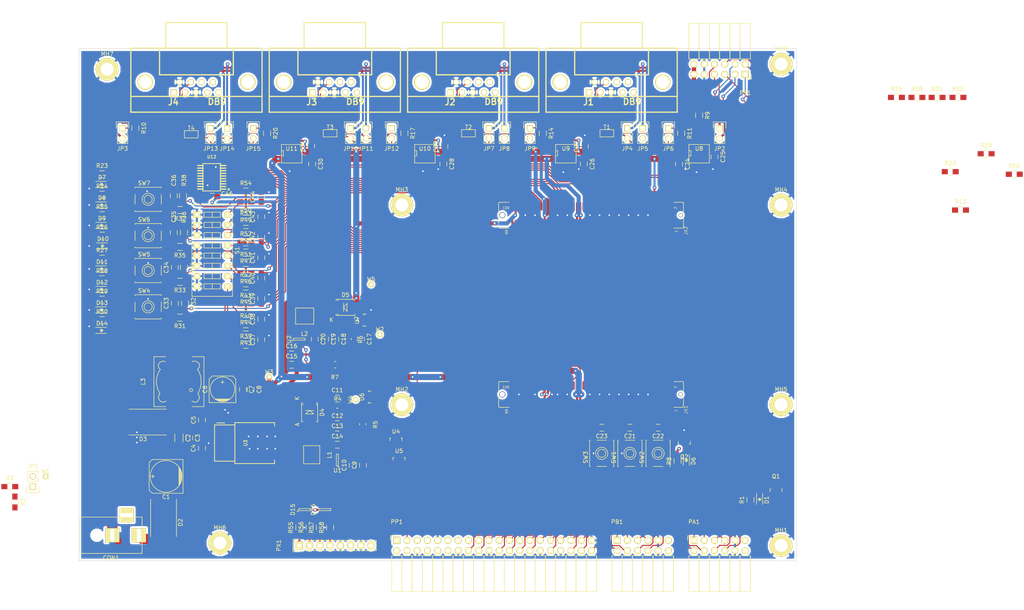
<source format=kicad_pcb>
(kicad_pcb (version 4) (host pcbnew 4.0.2-stable)

  (general
    (links 527)
    (no_connects 148)
    (area -177.850001 -63.550001 0.050001 63.550001)
    (thickness 1.5)
    (drawings 13)
    (tracks 2337)
    (zones 0)
    (modules 187)
    (nets 238)
  )

  (page A4)
  (title_block
    (title "MicroZed CAN Carrier Board")
    (rev A)
    (company "FEE CTU")
  )

  (layers
    (0 F.Cu signal)
    (31 B.Cu signal)
    (32 B.Adhes user)
    (33 F.Adhes user)
    (34 B.Paste user)
    (35 F.Paste user)
    (36 B.SilkS user)
    (37 F.SilkS user)
    (38 B.Mask user)
    (39 F.Mask user)
    (40 Dwgs.User user)
    (41 Cmts.User user)
    (42 Eco1.User user)
    (43 Eco2.User user)
    (44 Edge.Cuts user)
    (45 Margin user)
    (46 B.CrtYd user)
    (47 F.CrtYd user)
    (48 B.Fab user)
    (49 F.Fab user)
  )

  (setup
    (last_trace_width 2.54)
    (user_trace_width 0.254)
    (user_trace_width 0.508)
    (user_trace_width 0.762)
    (user_trace_width 1.016)
    (user_trace_width 1.27)
    (user_trace_width 1.524)
    (user_trace_width 2.54)
    (trace_clearance 0.254)
    (zone_clearance 0.508)
    (zone_45_only yes)
    (trace_min 0.127)
    (segment_width 0.2)
    (edge_width 0.1)
    (via_size 0.9144)
    (via_drill 0.4)
    (via_min_size 0.25)
    (via_min_drill 0.25)
    (uvia_size 0.3)
    (uvia_drill 0.1)
    (uvias_allowed no)
    (uvia_min_size 0)
    (uvia_min_drill 0)
    (pcb_text_width 0.3)
    (pcb_text_size 1.5 1.5)
    (mod_edge_width 0.15)
    (mod_text_size 1 1)
    (mod_text_width 0.15)
    (pad_size 8 2.41)
    (pad_drill 0)
    (pad_to_mask_clearance 0)
    (aux_axis_origin 0 0)
    (grid_origin 52.705 73.025)
    (visible_elements FFFEF77F)
    (pcbplotparams
      (layerselection 0x00030_80000001)
      (usegerberextensions false)
      (excludeedgelayer true)
      (linewidth 0.100000)
      (plotframeref false)
      (viasonmask false)
      (mode 1)
      (useauxorigin false)
      (hpglpennumber 1)
      (hpglpenspeed 20)
      (hpglpendiameter 15)
      (hpglpenoverlay 2)
      (psnegative false)
      (psa4output false)
      (plotreference true)
      (plotvalue true)
      (plotinvisibletext false)
      (padsonsilk false)
      (subtractmaskfromsilk false)
      (outputformat 1)
      (mirror false)
      (drillshape 1)
      (scaleselection 1)
      (outputdirectory ""))
  )

  (net 0 "")
  (net 1 "/MicroHeader JX2/PG_MODULE")
  (net 2 GND)
  (net 3 "/MicroHeader JX1/CARRIER_SRST#")
  (net 4 +5V)
  (net 5 VCCIO_34)
  (net 6 "/MicroHeader JX1/FPGA_DONE")
  (net 7 "/MicroHeader JX2/VCCIO_EN")
  (net 8 VCCIO_35)
  (net 9 "/MicroHeader JX2/INIT#")
  (net 10 "Net-(D1-Pad2)")
  (net 11 /Power/VIN_24)
  (net 12 "Net-(D1-Pad1)")
  (net 13 "Net-(CON1-Pad1)")
  (net 14 "Net-(D6-Pad2)")
  (net 15 "Net-(D6-Pad1)")
  (net 16 "Net-(D7-Pad2)")
  (net 17 "Net-(D8-Pad2)")
  (net 18 "Net-(D9-Pad2)")
  (net 19 "Net-(D10-Pad2)")
  (net 20 "Net-(D11-Pad2)")
  (net 21 "Net-(D12-Pad2)")
  (net 22 "Net-(D13-Pad2)")
  (net 23 "Net-(R23-Pad2)")
  (net 24 "Net-(R31-Pad2)")
  (net 25 /Power/PWR_EN)
  (net 26 "/MicroHeader JX2/PS2")
  (net 27 "/MicroHeader JX2/PS4")
  (net 28 "/MicroHeader JX2/PS8")
  (net 29 "/MicroHeader JX2/PS10")
  (net 30 "/MicroHeader JX2/PS9")
  (net 31 "/MicroHeader JX2/PS7")
  (net 32 "/MicroHeader JX2/PS3")
  (net 33 "/MicroHeader JX2/PS1")
  (net 34 "Net-(L1-Pad1)")
  (net 35 "Net-(D14-Pad2)")
  (net 36 "Net-(JP1-Pad1)")
  (net 37 "Net-(L2-Pad1)")
  (net 38 "Net-(R24-Pad2)")
  (net 39 "Net-(R25-Pad2)")
  (net 40 "Net-(R26-Pad2)")
  (net 41 "Net-(R27-Pad2)")
  (net 42 "Net-(R28-Pad2)")
  (net 43 "Net-(R29-Pad2)")
  (net 44 "Net-(R30-Pad2)")
  (net 45 "Net-(R33-Pad2)")
  (net 46 "Net-(R35-Pad2)")
  (net 47 "Net-(R37-Pad2)")
  (net 48 "Net-(R43-Pad2)")
  (net 49 "Net-(R44-Pad2)")
  (net 50 "Net-(R45-Pad2)")
  (net 51 "Net-(R46-Pad2)")
  (net 52 "Net-(R47-Pad2)")
  (net 53 "Net-(R48-Pad2)")
  (net 54 "Net-(R49-Pad2)")
  (net 55 "Net-(R50-Pad2)")
  (net 56 "Net-(C4-Pad1)")
  (net 57 "Net-(C5-Pad1)")
  (net 58 "Net-(C5-Pad2)")
  (net 59 "Net-(C11-Pad2)")
  (net 60 "Net-(C17-Pad2)")
  (net 61 "Net-(JP6-Pad1)")
  (net 62 "Net-(JP9-Pad1)")
  (net 63 "Net-(JP12-Pad1)")
  (net 64 "Net-(JP15-Pad1)")
  (net 65 "Net-(JP2-Pad1)")
  (net 66 "Net-(JP3-Pad1)")
  (net 67 "/MicroHeader JX2/sheet5713CF9B/KEY1")
  (net 68 "/MicroHeader JX2/sheet5713CF9B/KEY2")
  (net 69 "/MicroHeader JX2/sheet5713CF9B/KEY3")
  (net 70 "/MicroHeader JX2/sheet5713CF9B/KEY4")
  (net 71 "/MicroHeader JX2/sheet5713CF9B/SW1")
  (net 72 "/MicroHeader JX2/sheet5713CF9B/SW2")
  (net 73 "/MicroHeader JX2/sheet5713CF9B/SW3")
  (net 74 "/MicroHeader JX2/sheet5713CF9B/SW4")
  (net 75 "/MicroHeader JX2/sheet5713CF9B/SW5")
  (net 76 "/MicroHeader JX2/sheet5713CF9B/SW6")
  (net 77 "/MicroHeader JX2/sheet5713CF9B/SW7")
  (net 78 "/MicroHeader JX2/sheet5713CF9B/SW8")
  (net 79 "/MicroHeader JX2/sheet5713CF9A/CAN 1/CONN_CAN-")
  (net 80 "/MicroHeader JX2/sheet5713CF9A/CAN 1/CONN_CAN+")
  (net 81 "/MicroHeader JX2/sheet5713CF9A/CAN 2/CONN_CAN-")
  (net 82 "/MicroHeader JX2/sheet5713CF9A/CAN 2/CONN_CAN+")
  (net 83 "/MicroHeader JX2/sheet5713CF9A/CAN 3/CONN_CAN-")
  (net 84 "/MicroHeader JX2/sheet5713CF9A/CAN 3/CONN_CAN+")
  (net 85 "/MicroHeader JX2/sheet5713CF9A/CAN 4/CONN_CAN-")
  (net 86 "/MicroHeader JX2/sheet5713CF9A/CAN 4/CONN_CAN+")
  (net 87 "/MicroHeader JX2/sheet5713CF9A/CAN 1/COM_CAN-")
  (net 88 "/MicroHeader JX2/sheet5713CF9A/CAN 1/CAN-")
  (net 89 "/MicroHeader JX2/sheet5713CF9A/CAN 1/CAN+")
  (net 90 "/MicroHeader JX2/sheet5713CF9A/CAN 1/COM_CAN+")
  (net 91 "/MicroHeader JX2/sheet5713CF9A/CAN 2/CAN-")
  (net 92 "/MicroHeader JX2/sheet5713CF9A/CAN 2/CAN+")
  (net 93 "/MicroHeader JX2/sheet5713CF9A/CAN 3/CAN-")
  (net 94 "/MicroHeader JX2/sheet5713CF9A/CAN 3/CAN+")
  (net 95 "/MicroHeader JX2/sheet5713CF9A/CAN 4/CAN-")
  (net 96 "/MicroHeader JX2/sheet5713CF9A/CAN 4/CAN+")
  (net 97 "/MicroHeader JX1/PP_GPIO2_SDA")
  (net 98 "/MicroHeader JX1/PP_GPIO3_SCL")
  (net 99 "/MicroHeader JX1/PP_GPIO4")
  (net 100 "/MicroHeader JX1/PP_GPIO17")
  (net 101 "/MicroHeader JX1/PP_GPIO27")
  (net 102 "/MicroHeader JX1/PP_GPIO22")
  (net 103 "/MicroHeader JX1/PP_GPIO10_MOSI")
  (net 104 "/MicroHeader JX1/PP_GPIO9_MISO")
  (net 105 "/MicroHeader JX1/PP_GPIO11_SCLK")
  (net 106 "/MicroHeader JX1/PP_ID_SD")
  (net 107 "/MicroHeader JX1/PP_GPIO5")
  (net 108 "/MicroHeader JX1/PP_GPIO6")
  (net 109 "/MicroHeader JX1/PP_GPIO13")
  (net 110 "/MicroHeader JX1/PP_GPIO19")
  (net 111 "/MicroHeader JX1/PP_GPIO26")
  (net 112 "/MicroHeader JX1/PP_GPIO21")
  (net 113 "/MicroHeader JX1/PP_GPIO20")
  (net 114 "/MicroHeader JX1/PP_GPIO16")
  (net 115 "/MicroHeader JX1/PP_GPIO12")
  (net 116 "/MicroHeader JX1/PP_ID_SC")
  (net 117 "/MicroHeader JX1/PP_GPIO7_CE1")
  (net 118 "/MicroHeader JX1/PP_GPIO8_CE0")
  (net 119 "/MicroHeader JX1/PP_GPIO25")
  (net 120 "/MicroHeader JX1/PP_GPIO24")
  (net 121 "/MicroHeader JX1/PP_GPIO23")
  (net 122 "/MicroHeader JX1/PP_GPIO18_PWM")
  (net 123 "/MicroHeader JX1/PP_GPIO15_RXD")
  (net 124 "/MicroHeader JX1/PP_GPIO14_TXD")
  (net 125 "/MicroHeader JX1/PX4")
  (net 126 "/MicroHeader JX1/PX3")
  (net 127 "/MicroHeader JX1/PX2")
  (net 128 "/MicroHeader JX1/PX1")
  (net 129 "/MicroHeader JX2/sheet5713CF9A/CAN_STBY")
  (net 130 "/MicroHeader JX2/sheet5713CF9A/CAN4_RXD")
  (net 131 "/MicroHeader JX2/sheet5713CF9A/CAN4_TXD")
  (net 132 "/MicroHeader JX2/sheet5713CF9A/CAN3_RXD")
  (net 133 "/MicroHeader JX2/sheet5713CF9A/CAN3_TXD")
  (net 134 "/MicroHeader JX2/sheet5713CF9A/CAN2_RXD")
  (net 135 "/MicroHeader JX2/sheet5713CF9A/CAN2_TXD")
  (net 136 "/MicroHeader JX2/sheet5713CF9A/CAN1_RXD")
  (net 137 "/MicroHeader JX2/sheet5713CF9A/CAN1_TXD")
  (net 138 "/MicroHeader JX2/sheet5713CF9B/LED8")
  (net 139 "/MicroHeader JX2/sheet5713CF9B/LED7")
  (net 140 "/MicroHeader JX2/sheet5713CF9B/LED6")
  (net 141 "/MicroHeader JX2/sheet5713CF9B/LED5")
  (net 142 "/MicroHeader JX2/sheet5713CF9B/LED4")
  (net 143 "/MicroHeader JX2/sheet5713CF9B/LED3")
  (net 144 "/MicroHeader JX2/sheet5713CF9B/LED2")
  (net 145 "/MicroHeader JX2/sheet5713CF9B/LED1")
  (net 146 "Net-(CON1-Pad3)")
  (net 147 "Net-(J1-Pad1)")
  (net 148 "Net-(J1-Pad4)")
  (net 149 "Net-(J1-Pad5)")
  (net 150 "Net-(J1-Pad8)")
  (net 151 "Net-(J1-Pad9)")
  (net 152 "Net-(J2-Pad1)")
  (net 153 "Net-(J2-Pad4)")
  (net 154 "Net-(J2-Pad5)")
  (net 155 "Net-(J2-Pad8)")
  (net 156 "Net-(J2-Pad9)")
  (net 157 "Net-(J3-Pad1)")
  (net 158 "Net-(J3-Pad4)")
  (net 159 "Net-(J3-Pad5)")
  (net 160 "Net-(J3-Pad8)")
  (net 161 "Net-(J3-Pad9)")
  (net 162 "Net-(J4-Pad1)")
  (net 163 "Net-(J4-Pad4)")
  (net 164 "Net-(J4-Pad5)")
  (net 165 "Net-(J4-Pad8)")
  (net 166 "Net-(J4-Pad9)")
  (net 167 "Net-(JX1-Pad2)")
  (net 168 "Net-(JX1-Pad4)")
  (net 169 "Net-(JX1-Pad10)")
  (net 170 "Net-(JX1-Pad88)")
  (net 171 "Net-(JX1-Pad90)")
  (net 172 "Net-(JX1-Pad92)")
  (net 173 "Net-(JX1-Pad94)")
  (net 174 "Net-(JX1-Pad98)")
  (net 175 "Net-(JX1-Pad100)")
  (net 176 "Net-(JX1-Pad99)")
  (net 177 "Net-(JX1-Pad97)")
  (net 178 "Net-(JX1-Pad93)")
  (net 179 "Net-(JX1-Pad91)")
  (net 180 "Net-(JX1-Pad89)")
  (net 181 "Net-(JX1-Pad87)")
  (net 182 "Net-(JX1-Pad9)")
  (net 183 "Net-(JX1-Pad7)")
  (net 184 "Net-(JX1-Pad3)")
  (net 185 "Net-(JX1-Pad1)")
  (net 186 "Net-(JX2-Pad42)")
  (net 187 "Net-(JX2-Pad44)")
  (net 188 "Net-(JX2-Pad48)")
  (net 189 "Net-(JX2-Pad50)")
  (net 190 "Net-(JX2-Pad54)")
  (net 191 "Net-(JX2-Pad56)")
  (net 192 "Net-(JX2-Pad62)")
  (net 193 "Net-(JX2-Pad64)")
  (net 194 "Net-(JX2-Pad94)")
  (net 195 "Net-(JX2-Pad96)")
  (net 196 "Net-(JX2-Pad100)")
  (net 197 "Net-(JX2-Pad99)")
  (net 198 "Net-(JX2-Pad97)")
  (net 199 "Net-(JX2-Pad95)")
  (net 200 "Net-(JX2-Pad93)")
  (net 201 "Net-(JX2-Pad13)")
  (net 202 "Net-(JX2-Pad49)")
  (net 203 "Net-(JX2-Pad47)")
  (net 204 "Net-(JX2-Pad43)")
  (net 205 "Net-(JX2-Pad41)")
  (net 206 "Net-(JX2-Pad37)")
  (net 207 "Net-(JX2-Pad35)")
  (net 208 "Net-(JX2-Pad31)")
  (net 209 "Net-(JX2-Pad29)")
  (net 210 "Net-(JX2-Pad25)")
  (net 211 "Net-(JX2-Pad23)")
  (net 212 "Net-(JX2-Pad19)")
  (net 213 "Net-(JX2-Pad17)")
  (net 214 "/MicroHeader JX1/CON_PX1")
  (net 215 "/MicroHeader JX1/CON_PX2")
  (net 216 "/MicroHeader JX1/CON_PX3")
  (net 217 "/MicroHeader JX1/CON_PX4")
  (net 218 "Net-(PX1-Pad1)")
  (net 219 "Net-(PX1-Pad2)")
  (net 220 "Net-(PX1-Pad3)")
  (net 221 "Net-(PX1-Pad4)")
  (net 222 "/MicroHeader JX1/PB7_8_P")
  (net 223 "/MicroHeader JX1/PB7_8_N")
  (net 224 "/MicroHeader JX1/PB1_2_P")
  (net 225 "/MicroHeader JX1/PB1_2_N")
  (net 226 "/MicroHeader JX1/PB3_4_P")
  (net 227 "/MicroHeader JX1/PB3_4_N")
  (net 228 "/MicroHeader JX1/PB9_10_P")
  (net 229 "/MicroHeader JX1/PB9_10_N")
  (net 230 "/MicroHeader JX1/PA9_10_N")
  (net 231 "/MicroHeader JX1/PA9_10_P")
  (net 232 "/MicroHeader JX1/PA7_8_N")
  (net 233 "/MicroHeader JX1/PA7_8_P")
  (net 234 "/MicroHeader JX1/PA3_4_N")
  (net 235 "/MicroHeader JX1/PA3_4_P")
  (net 236 "/MicroHeader JX1/PA1_2_N")
  (net 237 "/MicroHeader JX1/PA1_2_P")

  (net_class Default "This is the default net class."
    (clearance 0.254)
    (trace_width 0.254)
    (via_dia 0.9144)
    (via_drill 0.4)
    (uvia_dia 0.3)
    (uvia_drill 0.1)
    (add_net "/MicroHeader JX1/CARRIER_SRST#")
    (add_net "/MicroHeader JX1/CON_PX1")
    (add_net "/MicroHeader JX1/CON_PX2")
    (add_net "/MicroHeader JX1/CON_PX3")
    (add_net "/MicroHeader JX1/CON_PX4")
    (add_net "/MicroHeader JX1/FPGA_DONE")
    (add_net "/MicroHeader JX1/PA1_2_N")
    (add_net "/MicroHeader JX1/PA1_2_P")
    (add_net "/MicroHeader JX1/PA3_4_N")
    (add_net "/MicroHeader JX1/PA3_4_P")
    (add_net "/MicroHeader JX1/PA7_8_N")
    (add_net "/MicroHeader JX1/PA7_8_P")
    (add_net "/MicroHeader JX1/PA9_10_N")
    (add_net "/MicroHeader JX1/PA9_10_P")
    (add_net "/MicroHeader JX1/PB1_2_N")
    (add_net "/MicroHeader JX1/PB1_2_P")
    (add_net "/MicroHeader JX1/PB3_4_N")
    (add_net "/MicroHeader JX1/PB3_4_P")
    (add_net "/MicroHeader JX1/PB7_8_N")
    (add_net "/MicroHeader JX1/PB7_8_P")
    (add_net "/MicroHeader JX1/PB9_10_N")
    (add_net "/MicroHeader JX1/PB9_10_P")
    (add_net "/MicroHeader JX1/PP_GPIO10_MOSI")
    (add_net "/MicroHeader JX1/PP_GPIO11_SCLK")
    (add_net "/MicroHeader JX1/PP_GPIO12")
    (add_net "/MicroHeader JX1/PP_GPIO13")
    (add_net "/MicroHeader JX1/PP_GPIO14_TXD")
    (add_net "/MicroHeader JX1/PP_GPIO15_RXD")
    (add_net "/MicroHeader JX1/PP_GPIO16")
    (add_net "/MicroHeader JX1/PP_GPIO17")
    (add_net "/MicroHeader JX1/PP_GPIO18_PWM")
    (add_net "/MicroHeader JX1/PP_GPIO19")
    (add_net "/MicroHeader JX1/PP_GPIO20")
    (add_net "/MicroHeader JX1/PP_GPIO21")
    (add_net "/MicroHeader JX1/PP_GPIO22")
    (add_net "/MicroHeader JX1/PP_GPIO23")
    (add_net "/MicroHeader JX1/PP_GPIO24")
    (add_net "/MicroHeader JX1/PP_GPIO25")
    (add_net "/MicroHeader JX1/PP_GPIO26")
    (add_net "/MicroHeader JX1/PP_GPIO27")
    (add_net "/MicroHeader JX1/PP_GPIO2_SDA")
    (add_net "/MicroHeader JX1/PP_GPIO3_SCL")
    (add_net "/MicroHeader JX1/PP_GPIO4")
    (add_net "/MicroHeader JX1/PP_GPIO5")
    (add_net "/MicroHeader JX1/PP_GPIO6")
    (add_net "/MicroHeader JX1/PP_GPIO7_CE1")
    (add_net "/MicroHeader JX1/PP_GPIO8_CE0")
    (add_net "/MicroHeader JX1/PP_GPIO9_MISO")
    (add_net "/MicroHeader JX1/PP_ID_SC")
    (add_net "/MicroHeader JX1/PP_ID_SD")
    (add_net "/MicroHeader JX1/PX1")
    (add_net "/MicroHeader JX1/PX2")
    (add_net "/MicroHeader JX1/PX3")
    (add_net "/MicroHeader JX1/PX4")
    (add_net "/MicroHeader JX2/INIT#")
    (add_net "/MicroHeader JX2/PG_MODULE")
    (add_net "/MicroHeader JX2/PS1")
    (add_net "/MicroHeader JX2/PS10")
    (add_net "/MicroHeader JX2/PS2")
    (add_net "/MicroHeader JX2/PS3")
    (add_net "/MicroHeader JX2/PS4")
    (add_net "/MicroHeader JX2/PS7")
    (add_net "/MicroHeader JX2/PS8")
    (add_net "/MicroHeader JX2/PS9")
    (add_net "/MicroHeader JX2/VCCIO_EN")
    (add_net "/MicroHeader JX2/sheet5713CF9A/CAN 1/CAN+")
    (add_net "/MicroHeader JX2/sheet5713CF9A/CAN 1/CAN-")
    (add_net "/MicroHeader JX2/sheet5713CF9A/CAN 1/CONN_CAN+")
    (add_net "/MicroHeader JX2/sheet5713CF9A/CAN 1/CONN_CAN-")
    (add_net "/MicroHeader JX2/sheet5713CF9A/CAN 2/CAN+")
    (add_net "/MicroHeader JX2/sheet5713CF9A/CAN 2/CAN-")
    (add_net "/MicroHeader JX2/sheet5713CF9A/CAN 2/CONN_CAN+")
    (add_net "/MicroHeader JX2/sheet5713CF9A/CAN 2/CONN_CAN-")
    (add_net "/MicroHeader JX2/sheet5713CF9A/CAN 3/CAN+")
    (add_net "/MicroHeader JX2/sheet5713CF9A/CAN 3/CAN-")
    (add_net "/MicroHeader JX2/sheet5713CF9A/CAN 3/CONN_CAN+")
    (add_net "/MicroHeader JX2/sheet5713CF9A/CAN 3/CONN_CAN-")
    (add_net "/MicroHeader JX2/sheet5713CF9A/CAN 4/CAN+")
    (add_net "/MicroHeader JX2/sheet5713CF9A/CAN 4/CAN-")
    (add_net "/MicroHeader JX2/sheet5713CF9A/CAN 4/CONN_CAN+")
    (add_net "/MicroHeader JX2/sheet5713CF9A/CAN 4/CONN_CAN-")
    (add_net "/MicroHeader JX2/sheet5713CF9A/CAN1_RXD")
    (add_net "/MicroHeader JX2/sheet5713CF9A/CAN1_TXD")
    (add_net "/MicroHeader JX2/sheet5713CF9A/CAN2_RXD")
    (add_net "/MicroHeader JX2/sheet5713CF9A/CAN2_TXD")
    (add_net "/MicroHeader JX2/sheet5713CF9A/CAN3_RXD")
    (add_net "/MicroHeader JX2/sheet5713CF9A/CAN3_TXD")
    (add_net "/MicroHeader JX2/sheet5713CF9A/CAN4_RXD")
    (add_net "/MicroHeader JX2/sheet5713CF9A/CAN4_TXD")
    (add_net "/MicroHeader JX2/sheet5713CF9A/CAN_STBY")
    (add_net "/MicroHeader JX2/sheet5713CF9B/KEY1")
    (add_net "/MicroHeader JX2/sheet5713CF9B/KEY2")
    (add_net "/MicroHeader JX2/sheet5713CF9B/KEY3")
    (add_net "/MicroHeader JX2/sheet5713CF9B/KEY4")
    (add_net "/MicroHeader JX2/sheet5713CF9B/LED1")
    (add_net "/MicroHeader JX2/sheet5713CF9B/LED2")
    (add_net "/MicroHeader JX2/sheet5713CF9B/LED3")
    (add_net "/MicroHeader JX2/sheet5713CF9B/LED4")
    (add_net "/MicroHeader JX2/sheet5713CF9B/LED5")
    (add_net "/MicroHeader JX2/sheet5713CF9B/LED6")
    (add_net "/MicroHeader JX2/sheet5713CF9B/LED7")
    (add_net "/MicroHeader JX2/sheet5713CF9B/LED8")
    (add_net "/MicroHeader JX2/sheet5713CF9B/SW1")
    (add_net "/MicroHeader JX2/sheet5713CF9B/SW2")
    (add_net "/MicroHeader JX2/sheet5713CF9B/SW3")
    (add_net "/MicroHeader JX2/sheet5713CF9B/SW4")
    (add_net "/MicroHeader JX2/sheet5713CF9B/SW5")
    (add_net "/MicroHeader JX2/sheet5713CF9B/SW6")
    (add_net "/MicroHeader JX2/sheet5713CF9B/SW7")
    (add_net "/MicroHeader JX2/sheet5713CF9B/SW8")
    (add_net /Power/PWR_EN)
    (add_net "Net-(C11-Pad2)")
    (add_net "Net-(C17-Pad2)")
    (add_net "Net-(C4-Pad1)")
    (add_net "Net-(C5-Pad2)")
    (add_net "Net-(CON1-Pad3)")
    (add_net "Net-(D1-Pad1)")
    (add_net "Net-(D1-Pad2)")
    (add_net "Net-(D10-Pad2)")
    (add_net "Net-(D11-Pad2)")
    (add_net "Net-(D12-Pad2)")
    (add_net "Net-(D13-Pad2)")
    (add_net "Net-(D14-Pad2)")
    (add_net "Net-(D6-Pad1)")
    (add_net "Net-(D6-Pad2)")
    (add_net "Net-(D7-Pad2)")
    (add_net "Net-(D8-Pad2)")
    (add_net "Net-(D9-Pad2)")
    (add_net "Net-(J1-Pad1)")
    (add_net "Net-(J1-Pad4)")
    (add_net "Net-(J1-Pad5)")
    (add_net "Net-(J1-Pad8)")
    (add_net "Net-(J1-Pad9)")
    (add_net "Net-(J2-Pad1)")
    (add_net "Net-(J2-Pad4)")
    (add_net "Net-(J2-Pad5)")
    (add_net "Net-(J2-Pad8)")
    (add_net "Net-(J2-Pad9)")
    (add_net "Net-(J3-Pad1)")
    (add_net "Net-(J3-Pad4)")
    (add_net "Net-(J3-Pad5)")
    (add_net "Net-(J3-Pad8)")
    (add_net "Net-(J3-Pad9)")
    (add_net "Net-(J4-Pad1)")
    (add_net "Net-(J4-Pad4)")
    (add_net "Net-(J4-Pad5)")
    (add_net "Net-(J4-Pad8)")
    (add_net "Net-(J4-Pad9)")
    (add_net "Net-(JP1-Pad1)")
    (add_net "Net-(JP12-Pad1)")
    (add_net "Net-(JP15-Pad1)")
    (add_net "Net-(JP2-Pad1)")
    (add_net "Net-(JP3-Pad1)")
    (add_net "Net-(JP6-Pad1)")
    (add_net "Net-(JP9-Pad1)")
    (add_net "Net-(JX1-Pad1)")
    (add_net "Net-(JX1-Pad10)")
    (add_net "Net-(JX1-Pad100)")
    (add_net "Net-(JX1-Pad2)")
    (add_net "Net-(JX1-Pad3)")
    (add_net "Net-(JX1-Pad4)")
    (add_net "Net-(JX1-Pad7)")
    (add_net "Net-(JX1-Pad87)")
    (add_net "Net-(JX1-Pad88)")
    (add_net "Net-(JX1-Pad89)")
    (add_net "Net-(JX1-Pad9)")
    (add_net "Net-(JX1-Pad90)")
    (add_net "Net-(JX1-Pad91)")
    (add_net "Net-(JX1-Pad92)")
    (add_net "Net-(JX1-Pad93)")
    (add_net "Net-(JX1-Pad94)")
    (add_net "Net-(JX1-Pad97)")
    (add_net "Net-(JX1-Pad98)")
    (add_net "Net-(JX1-Pad99)")
    (add_net "Net-(JX2-Pad100)")
    (add_net "Net-(JX2-Pad13)")
    (add_net "Net-(JX2-Pad17)")
    (add_net "Net-(JX2-Pad19)")
    (add_net "Net-(JX2-Pad23)")
    (add_net "Net-(JX2-Pad25)")
    (add_net "Net-(JX2-Pad29)")
    (add_net "Net-(JX2-Pad31)")
    (add_net "Net-(JX2-Pad35)")
    (add_net "Net-(JX2-Pad37)")
    (add_net "Net-(JX2-Pad41)")
    (add_net "Net-(JX2-Pad42)")
    (add_net "Net-(JX2-Pad43)")
    (add_net "Net-(JX2-Pad44)")
    (add_net "Net-(JX2-Pad47)")
    (add_net "Net-(JX2-Pad48)")
    (add_net "Net-(JX2-Pad49)")
    (add_net "Net-(JX2-Pad50)")
    (add_net "Net-(JX2-Pad54)")
    (add_net "Net-(JX2-Pad56)")
    (add_net "Net-(JX2-Pad62)")
    (add_net "Net-(JX2-Pad64)")
    (add_net "Net-(JX2-Pad93)")
    (add_net "Net-(JX2-Pad94)")
    (add_net "Net-(JX2-Pad95)")
    (add_net "Net-(JX2-Pad96)")
    (add_net "Net-(JX2-Pad97)")
    (add_net "Net-(JX2-Pad99)")
    (add_net "Net-(PX1-Pad1)")
    (add_net "Net-(PX1-Pad2)")
    (add_net "Net-(PX1-Pad3)")
    (add_net "Net-(PX1-Pad4)")
    (add_net "Net-(R23-Pad2)")
    (add_net "Net-(R24-Pad2)")
    (add_net "Net-(R25-Pad2)")
    (add_net "Net-(R26-Pad2)")
    (add_net "Net-(R27-Pad2)")
    (add_net "Net-(R28-Pad2)")
    (add_net "Net-(R29-Pad2)")
    (add_net "Net-(R30-Pad2)")
    (add_net "Net-(R31-Pad2)")
    (add_net "Net-(R33-Pad2)")
    (add_net "Net-(R35-Pad2)")
    (add_net "Net-(R37-Pad2)")
    (add_net "Net-(R43-Pad2)")
    (add_net "Net-(R44-Pad2)")
    (add_net "Net-(R45-Pad2)")
    (add_net "Net-(R46-Pad2)")
    (add_net "Net-(R47-Pad2)")
    (add_net "Net-(R48-Pad2)")
    (add_net "Net-(R49-Pad2)")
    (add_net "Net-(R50-Pad2)")
  )

  (net_class COM_CAN ""
    (clearance 0.254)
    (trace_width 0.508)
    (via_dia 0.9144)
    (via_drill 0.4)
    (uvia_dia 0.3)
    (uvia_drill 0.1)
    (add_net "/MicroHeader JX2/sheet5713CF9A/CAN 1/COM_CAN+")
    (add_net "/MicroHeader JX2/sheet5713CF9A/CAN 1/COM_CAN-")
  )

  (net_class Power ""
    (clearance 0.254)
    (trace_width 0.508)
    (via_dia 0.9144)
    (via_drill 0.4)
    (uvia_dia 0.3)
    (uvia_drill 0.1)
    (add_net GND)
    (add_net "Net-(C5-Pad1)")
    (add_net "Net-(L1-Pad1)")
    (add_net "Net-(L2-Pad1)")
    (add_net VCCIO_34)
  )

  (net_class "Power Strong" ""
    (clearance 0.254)
    (trace_width 1.016)
    (via_dia 0.9144)
    (via_drill 0.4)
    (uvia_dia 0.3)
    (uvia_drill 0.1)
    (add_net +5V)
    (add_net VCCIO_35)
  )

  (net_class "Power Xtra Strong" ""
    (clearance 0.254)
    (trace_width 2.54)
    (via_dia 0.9144)
    (via_drill 0.4)
    (uvia_dia 0.3)
    (uvia_drill 0.1)
    (add_net /Power/VIN_24)
    (add_net "Net-(CON1-Pad1)")
  )

  (module Capacitors_SMD:C_0805_HandSoldering (layer F.Cu) (tedit 541A9B8D) (tstamp 5704428C)
    (at -132.635 3.556 90)
    (descr "Capacitor SMD 0805, hand soldering")
    (tags "capacitor 0805")
    (path /56EC20E2/5713D01F/57035AC6)
    (attr smd)
    (fp_text reference C38 (at 0 -2.1 90) (layer F.SilkS)
      (effects (font (size 1 1) (thickness 0.15)))
    )
    (fp_text value 10n (at 0 2.1 90) (layer F.Fab)
      (effects (font (size 1 1) (thickness 0.15)))
    )
    (fp_line (start -2.3 -1) (end 2.3 -1) (layer F.CrtYd) (width 0.05))
    (fp_line (start -2.3 1) (end 2.3 1) (layer F.CrtYd) (width 0.05))
    (fp_line (start -2.3 -1) (end -2.3 1) (layer F.CrtYd) (width 0.05))
    (fp_line (start 2.3 -1) (end 2.3 1) (layer F.CrtYd) (width 0.05))
    (fp_line (start 0.5 -0.85) (end -0.5 -0.85) (layer F.SilkS) (width 0.15))
    (fp_line (start -0.5 0.85) (end 0.5 0.85) (layer F.SilkS) (width 0.15))
    (pad 1 smd rect (at -1.25 0 90) (size 1.5 1.25) (layers F.Cu F.Paste F.Mask)
      (net 72 "/MicroHeader JX2/sheet5713CF9B/SW2"))
    (pad 2 smd rect (at 1.25 0 90) (size 1.5 1.25) (layers F.Cu F.Paste F.Mask)
      (net 2 GND))
    (model Capacitors_SMD.3dshapes/C_0805_HandSoldering.wrl
      (at (xyz 0 0 0))
      (scale (xyz 1 1 1))
      (rotate (xyz 0 0 0))
    )
  )

  (module Buttons_Switches_SMD:SW_SPST_EVQP0 (layer F.Cu) (tedit 55DAF695) (tstamp 5704457C)
    (at -160.655 -26.162)
    (descr "Light Touch Switch")
    (path /56EC20E2/5713D01F/570630C2)
    (attr smd)
    (fp_text reference SW7 (at -1 -4) (layer F.SilkS)
      (effects (font (size 1 1) (thickness 0.15)))
    )
    (fp_text value SW_PUSH (at 0 0) (layer F.Fab)
      (effects (font (size 1 1) (thickness 0.15)))
    )
    (fp_line (start -5.25 -3.25) (end 5.25 -3.25) (layer F.CrtYd) (width 0.05))
    (fp_line (start 5.25 -3.25) (end 5.25 3.25) (layer F.CrtYd) (width 0.05))
    (fp_line (start 5.25 3.25) (end -5.25 3.25) (layer F.CrtYd) (width 0.05))
    (fp_line (start -5.25 3.25) (end -5.25 -3.25) (layer F.CrtYd) (width 0.05))
    (fp_line (start 3.25 -3) (end 3.25 -2.8) (layer F.SilkS) (width 0.15))
    (fp_line (start 3.25 3) (end 3.25 2.8) (layer F.SilkS) (width 0.15))
    (fp_line (start -3.25 3) (end -3.25 2.8) (layer F.SilkS) (width 0.15))
    (fp_line (start -3.25 -3) (end -3.25 -2.8) (layer F.SilkS) (width 0.15))
    (fp_line (start -3.25 -1.2) (end -3.25 1.2) (layer F.SilkS) (width 0.15))
    (fp_line (start 3.25 -1.2) (end 3.25 1.2) (layer F.SilkS) (width 0.15))
    (fp_line (start 3.25 -3) (end -3.25 -3) (layer F.SilkS) (width 0.15))
    (fp_line (start -3.25 3) (end 3.25 3) (layer F.SilkS) (width 0.15))
    (fp_circle (center 0 0) (end 1 0) (layer F.SilkS) (width 0.15))
    (fp_circle (center 0 0) (end 1.5 0) (layer F.SilkS) (width 0.15))
    (pad 1 smd rect (at 3.4 -2) (size 3.2 1) (layers F.Cu F.Paste F.Mask)
      (net 2 GND))
    (pad 1 smd rect (at -3.4 -2) (size 3.2 1) (layers F.Cu F.Paste F.Mask)
      (net 2 GND))
    (pad 2 smd rect (at -3.4 2) (size 3.2 1) (layers F.Cu F.Paste F.Mask)
      (net 47 "Net-(R37-Pad2)"))
    (pad 2 smd rect (at 3.4 2) (size 3.2 1) (layers F.Cu F.Paste F.Mask)
      (net 47 "Net-(R37-Pad2)"))
  )

  (module Resistors_SMD:R_0805_HandSoldering (layer F.Cu) (tedit 54189DEE) (tstamp 570444FC)
    (at -152.781 -23.495 180)
    (descr "Resistor SMD 0805, hand soldering")
    (tags "resistor 0805")
    (path /56EC20E2/5713D01F/570630AF)
    (attr smd)
    (fp_text reference R37 (at 0 -2.1 180) (layer F.SilkS)
      (effects (font (size 1 1) (thickness 0.15)))
    )
    (fp_text value 100R (at 0 2.1 180) (layer F.Fab)
      (effects (font (size 1 1) (thickness 0.15)))
    )
    (fp_line (start -2.4 -1) (end 2.4 -1) (layer F.CrtYd) (width 0.05))
    (fp_line (start -2.4 1) (end 2.4 1) (layer F.CrtYd) (width 0.05))
    (fp_line (start -2.4 -1) (end -2.4 1) (layer F.CrtYd) (width 0.05))
    (fp_line (start 2.4 -1) (end 2.4 1) (layer F.CrtYd) (width 0.05))
    (fp_line (start 0.6 0.875) (end -0.6 0.875) (layer F.SilkS) (width 0.15))
    (fp_line (start -0.6 -0.875) (end 0.6 -0.875) (layer F.SilkS) (width 0.15))
    (pad 1 smd rect (at -1.35 0 180) (size 1.5 1.3) (layers F.Cu F.Paste F.Mask)
      (net 70 "/MicroHeader JX2/sheet5713CF9B/KEY4"))
    (pad 2 smd rect (at 1.35 0 180) (size 1.5 1.3) (layers F.Cu F.Paste F.Mask)
      (net 47 "Net-(R37-Pad2)"))
    (model Resistors_SMD.3dshapes/R_0805_HandSoldering.wrl
      (at (xyz 0 0 0))
      (scale (xyz 1 1 1))
      (rotate (xyz 0 0 0))
    )
  )

  (module Capacitors_SMD:C_0805_HandSoldering (layer F.Cu) (tedit 541A9B8D) (tstamp 5709144A)
    (at -34.29 30.48 180)
    (descr "Capacitor SMD 0805, hand soldering")
    (tags "capacitor 0805")
    (path /57114B2C)
    (attr smd)
    (fp_text reference C22 (at 0 -2.1 180) (layer F.SilkS)
      (effects (font (size 1 1) (thickness 0.15)))
    )
    (fp_text value 10n (at 0 2.1 180) (layer F.Fab)
      (effects (font (size 1 1) (thickness 0.15)))
    )
    (fp_line (start -2.3 -1) (end 2.3 -1) (layer F.CrtYd) (width 0.05))
    (fp_line (start -2.3 1) (end 2.3 1) (layer F.CrtYd) (width 0.05))
    (fp_line (start -2.3 -1) (end -2.3 1) (layer F.CrtYd) (width 0.05))
    (fp_line (start 2.3 -1) (end 2.3 1) (layer F.CrtYd) (width 0.05))
    (fp_line (start 0.5 -0.85) (end -0.5 -0.85) (layer F.SilkS) (width 0.15))
    (fp_line (start -0.5 0.85) (end 0.5 0.85) (layer F.SilkS) (width 0.15))
    (pad 1 smd rect (at -1.25 0 180) (size 1.5 1.25) (layers F.Cu F.Paste F.Mask)
      (net 9 "/MicroHeader JX2/INIT#"))
    (pad 2 smd rect (at 1.25 0 180) (size 1.5 1.25) (layers F.Cu F.Paste F.Mask)
      (net 2 GND))
    (model Capacitors_SMD.3dshapes/C_0805_HandSoldering.wrl
      (at (xyz 0 0 0))
      (scale (xyz 1 1 1))
      (rotate (xyz 0 0 0))
    )
  )

  (module Capacitors_SMD:C_0805_HandSoldering (layer F.Cu) (tedit 541A9B8D) (tstamp 570ED5CC)
    (at -48.26 30.48 180)
    (descr "Capacitor SMD 0805, hand soldering")
    (tags "capacitor 0805")
    (path /56EC0B74/57134D75)
    (attr smd)
    (fp_text reference C23 (at 0 -2.1 180) (layer F.SilkS)
      (effects (font (size 1 1) (thickness 0.15)))
    )
    (fp_text value 10n (at 0 2.1 180) (layer F.Fab)
      (effects (font (size 1 1) (thickness 0.15)))
    )
    (fp_line (start -2.3 -1) (end 2.3 -1) (layer F.CrtYd) (width 0.05))
    (fp_line (start -2.3 1) (end 2.3 1) (layer F.CrtYd) (width 0.05))
    (fp_line (start -2.3 -1) (end -2.3 1) (layer F.CrtYd) (width 0.05))
    (fp_line (start 2.3 -1) (end 2.3 1) (layer F.CrtYd) (width 0.05))
    (fp_line (start 0.5 -0.85) (end -0.5 -0.85) (layer F.SilkS) (width 0.15))
    (fp_line (start -0.5 0.85) (end 0.5 0.85) (layer F.SilkS) (width 0.15))
    (pad 1 smd rect (at -1.25 0 180) (size 1.5 1.25) (layers F.Cu F.Paste F.Mask)
      (net 3 "/MicroHeader JX1/CARRIER_SRST#"))
    (pad 2 smd rect (at 1.25 0 180) (size 1.5 1.25) (layers F.Cu F.Paste F.Mask)
      (net 2 GND))
    (model Capacitors_SMD.3dshapes/C_0805_HandSoldering.wrl
      (at (xyz 0 0 0))
      (scale (xyz 1 1 1))
      (rotate (xyz 0 0 0))
    )
  )

  (module TO_SOT_Packages_SMD:SOT-23-6 (layer F.Cu) (tedit 53DE8DE3) (tstamp 571757B6)
    (at -116.84 50.8 90)
    (descr "6-pin SOT-23 package")
    (tags SOT-23-6)
    (path /56EC0B74/571867C6)
    (attr smd)
    (fp_text reference D16 (at 0 -2.9 90) (layer F.SilkS)
      (effects (font (size 1 1) (thickness 0.15)))
    )
    (fp_text value USBLC6-2 (at 0 2.9 90) (layer F.Fab)
      (effects (font (size 1 1) (thickness 0.15)))
    )
    (fp_circle (center -0.4 -1.7) (end -0.3 -1.7) (layer F.SilkS) (width 0.15))
    (fp_line (start 0.25 -1.45) (end -0.25 -1.45) (layer F.SilkS) (width 0.15))
    (fp_line (start 0.25 1.45) (end 0.25 -1.45) (layer F.SilkS) (width 0.15))
    (fp_line (start -0.25 1.45) (end 0.25 1.45) (layer F.SilkS) (width 0.15))
    (fp_line (start -0.25 -1.45) (end -0.25 1.45) (layer F.SilkS) (width 0.15))
    (pad 1 smd rect (at -1.1 -0.95 90) (size 1.06 0.65) (layers F.Cu F.Paste F.Mask)
      (net 216 "/MicroHeader JX1/CON_PX3"))
    (pad 2 smd rect (at -1.1 0 90) (size 1.06 0.65) (layers F.Cu F.Paste F.Mask)
      (net 2 GND))
    (pad 3 smd rect (at -1.1 0.95 90) (size 1.06 0.65) (layers F.Cu F.Paste F.Mask)
      (net 217 "/MicroHeader JX1/CON_PX4"))
    (pad 4 smd rect (at 1.1 0.95 90) (size 1.06 0.65) (layers F.Cu F.Paste F.Mask)
      (net 125 "/MicroHeader JX1/PX4"))
    (pad 6 smd rect (at 1.1 -0.95 90) (size 1.06 0.65) (layers F.Cu F.Paste F.Mask)
      (net 126 "/MicroHeader JX1/PX3"))
    (pad 5 smd rect (at 1.1 0 90) (size 1.06 0.65) (layers F.Cu F.Paste F.Mask)
      (net 5 VCCIO_34))
    (model TO_SOT_Packages_SMD.3dshapes/SOT-23-6.wrl
      (at (xyz 0 0 0))
      (scale (xyz 1 1 1))
      (rotate (xyz 0 0 0))
    )
  )

  (module Buttons_Switches_ThroughHole:SW_DIP_x8_Slide placed (layer F.Cu) (tedit 54BB66BF) (tstamp 570451B6)
    (at -148.59 -22.352 270)
    (descr "CTS Electrocomponents, Series 206/208")
    (path /56EC20E2/5713D01F/5702E44E)
    (fp_text reference S1 (at 8.87 -10 270) (layer F.SilkS)
      (effects (font (size 1 1) (thickness 0.15)))
    )
    (fp_text value SW_DIP_x8 (at 2 2.4 270) (layer F.Fab)
      (effects (font (size 1 1) (thickness 0.15)))
    )
    (fp_line (start -0.64 -5.84) (end -0.64 -1.78) (layer F.SilkS) (width 0.15))
    (fp_line (start -0.64 -3.81) (end 0.64 -3.81) (layer F.SilkS) (width 0.15))
    (fp_line (start -0.64 -1.78) (end 0.64 -1.78) (layer F.SilkS) (width 0.15))
    (fp_line (start 0.64 -1.78) (end 0.64 -5.84) (layer F.SilkS) (width 0.15))
    (fp_line (start 0.64 -5.84) (end -0.64 -5.84) (layer F.SilkS) (width 0.15))
    (fp_line (start 1.9 -5.84) (end 1.9 -1.78) (layer F.SilkS) (width 0.15))
    (fp_line (start 1.9 -3.81) (end 3.18 -3.81) (layer F.SilkS) (width 0.15))
    (fp_line (start 1.9 -1.78) (end 3.18 -1.78) (layer F.SilkS) (width 0.15))
    (fp_line (start 3.18 -1.78) (end 3.18 -5.84) (layer F.SilkS) (width 0.15))
    (fp_line (start 3.18 -5.84) (end 1.9 -5.84) (layer F.SilkS) (width 0.15))
    (fp_line (start 4.44 -5.84) (end 4.44 -1.78) (layer F.SilkS) (width 0.15))
    (fp_line (start 4.44 -3.81) (end 5.72 -3.81) (layer F.SilkS) (width 0.15))
    (fp_line (start 4.44 -1.78) (end 5.72 -1.78) (layer F.SilkS) (width 0.15))
    (fp_line (start 5.72 -1.78) (end 5.72 -5.84) (layer F.SilkS) (width 0.15))
    (fp_line (start 5.72 -5.84) (end 4.44 -5.84) (layer F.SilkS) (width 0.15))
    (fp_line (start 6.98 -5.84) (end 6.98 -1.78) (layer F.SilkS) (width 0.15))
    (fp_line (start 6.98 -3.81) (end 8.26 -3.81) (layer F.SilkS) (width 0.15))
    (fp_line (start 6.98 -1.78) (end 8.26 -1.78) (layer F.SilkS) (width 0.15))
    (fp_line (start 8.26 -1.78) (end 8.26 -5.84) (layer F.SilkS) (width 0.15))
    (fp_line (start 8.26 -5.84) (end 6.98 -5.84) (layer F.SilkS) (width 0.15))
    (fp_line (start 9.52 -5.84) (end 9.52 -1.78) (layer F.SilkS) (width 0.15))
    (fp_line (start 9.52 -3.81) (end 10.8 -3.81) (layer F.SilkS) (width 0.15))
    (fp_line (start 9.52 -1.78) (end 10.8 -1.78) (layer F.SilkS) (width 0.15))
    (fp_line (start 10.8 -1.78) (end 10.8 -5.84) (layer F.SilkS) (width 0.15))
    (fp_line (start 10.8 -5.84) (end 9.52 -5.84) (layer F.SilkS) (width 0.15))
    (fp_line (start 12.06 -5.84) (end 12.06 -1.78) (layer F.SilkS) (width 0.15))
    (fp_line (start 12.06 -3.81) (end 13.34 -3.81) (layer F.SilkS) (width 0.15))
    (fp_line (start 12.06 -1.78) (end 13.34 -1.78) (layer F.SilkS) (width 0.15))
    (fp_line (start 13.34 -1.78) (end 13.34 -5.84) (layer F.SilkS) (width 0.15))
    (fp_line (start 13.34 -5.84) (end 12.06 -5.84) (layer F.SilkS) (width 0.15))
    (fp_line (start 14.6 -5.84) (end 14.6 -1.78) (layer F.SilkS) (width 0.15))
    (fp_line (start 14.6 -3.81) (end 15.88 -3.81) (layer F.SilkS) (width 0.15))
    (fp_line (start 14.6 -1.78) (end 15.88 -1.78) (layer F.SilkS) (width 0.15))
    (fp_line (start 15.88 -1.78) (end 15.88 -5.84) (layer F.SilkS) (width 0.15))
    (fp_line (start 15.88 -5.84) (end 14.6 -5.84) (layer F.SilkS) (width 0.15))
    (fp_line (start 17.14 -5.84) (end 17.14 -1.78) (layer F.SilkS) (width 0.15))
    (fp_line (start 17.14 -3.81) (end 18.42 -3.81) (layer F.SilkS) (width 0.15))
    (fp_line (start 17.14 -1.78) (end 18.42 -1.78) (layer F.SilkS) (width 0.15))
    (fp_line (start 18.42 -1.78) (end 18.42 -5.84) (layer F.SilkS) (width 0.15))
    (fp_line (start 18.42 -5.84) (end 17.14 -5.84) (layer F.SilkS) (width 0.15))
    (fp_line (start -2.8 -9.15) (end -2.8 1.55) (layer F.CrtYd) (width 0.05))
    (fp_line (start -2.8 1.55) (end 20.6 1.55) (layer F.CrtYd) (width 0.05))
    (fp_line (start 20.6 1.55) (end 20.6 -9.15) (layer F.CrtYd) (width 0.05))
    (fp_line (start 20.6 -9.15) (end -2.8 -9.15) (layer F.CrtYd) (width 0.05))
    (fp_line (start -2.48 1.21) (end -2.48 -8.83) (layer F.SilkS) (width 0.15))
    (fp_line (start -2.48 -8.83) (end 20.26 -8.83) (layer F.SilkS) (width 0.15))
    (fp_line (start 20.26 -8.83) (end 20.26 1.21) (layer F.SilkS) (width 0.15))
    (fp_line (start 20.26 1.21) (end 0 1.21) (layer F.SilkS) (width 0.15))
    (pad 1 thru_hole rect (at 0 0 270) (size 1.524 1.824) (drill 0.762) (layers *.Cu *.Mask F.SilkS)
      (net 2 GND))
    (pad 16 thru_hole oval (at 0 -7.62 270) (size 1.524 1.824) (drill 0.762) (layers *.Cu *.Mask F.SilkS)
      (net 55 "Net-(R50-Pad2)"))
    (pad 2 thru_hole oval (at 2.54 0 270) (size 1.524 1.824) (drill 0.762) (layers *.Cu *.Mask F.SilkS)
      (net 2 GND))
    (pad 15 thru_hole oval (at 2.54 -7.62 270) (size 1.524 1.824) (drill 0.762) (layers *.Cu *.Mask F.SilkS)
      (net 54 "Net-(R49-Pad2)"))
    (pad 3 thru_hole oval (at 5.08 0 270) (size 1.524 1.824) (drill 0.762) (layers *.Cu *.Mask F.SilkS)
      (net 2 GND))
    (pad 14 thru_hole oval (at 5.08 -7.62 270) (size 1.524 1.824) (drill 0.762) (layers *.Cu *.Mask F.SilkS)
      (net 53 "Net-(R48-Pad2)"))
    (pad 4 thru_hole oval (at 7.62 0 270) (size 1.524 1.824) (drill 0.762) (layers *.Cu *.Mask F.SilkS)
      (net 2 GND))
    (pad 13 thru_hole oval (at 7.62 -7.62 270) (size 1.524 1.824) (drill 0.762) (layers *.Cu *.Mask F.SilkS)
      (net 52 "Net-(R47-Pad2)"))
    (pad 5 thru_hole oval (at 10.16 0 270) (size 1.524 1.824) (drill 0.762) (layers *.Cu *.Mask F.SilkS)
      (net 2 GND))
    (pad 12 thru_hole oval (at 10.16 -7.62 270) (size 1.524 1.824) (drill 0.762) (layers *.Cu *.Mask F.SilkS)
      (net 51 "Net-(R46-Pad2)"))
    (pad 6 thru_hole oval (at 12.7 0 270) (size 1.524 1.824) (drill 0.762) (layers *.Cu *.Mask F.SilkS)
      (net 2 GND))
    (pad 11 thru_hole oval (at 12.7 -7.62 270) (size 1.524 1.824) (drill 0.762) (layers *.Cu *.Mask F.SilkS)
      (net 50 "Net-(R45-Pad2)"))
    (pad 7 thru_hole oval (at 15.24 0 270) (size 1.524 1.824) (drill 0.762) (layers *.Cu *.Mask F.SilkS)
      (net 2 GND))
    (pad 10 thru_hole oval (at 15.24 -7.62 270) (size 1.524 1.824) (drill 0.762) (layers *.Cu *.Mask F.SilkS)
      (net 49 "Net-(R44-Pad2)"))
    (pad 8 thru_hole oval (at 17.78 0 270) (size 1.524 1.824) (drill 0.762) (layers *.Cu *.Mask F.SilkS)
      (net 2 GND))
    (pad 9 thru_hole oval (at 17.78 -7.62 270) (size 1.524 1.824) (drill 0.762) (layers *.Cu *.Mask F.SilkS)
      (net 48 "Net-(R43-Pad2)"))
    (model Buttons_Switches_ThroughHole.3dshapes/SW_DIP_x8_Slide.wrl
      (at (xyz 0 0 0))
      (scale (xyz 1 1 1))
      (rotate (xyz 0 0 0))
    )
  )

  (module footprints:PMOD_Angled (layer F.Cu) (tedit 571642A2) (tstamp 571662A4)
    (at -12.7 -57.15 180)
    (descr "Through hole socket strip")
    (tags "socket strip")
    (path /56EC20E2/5713D108)
    (fp_text reference PS1 (at 0 -4.6 180) (layer F.SilkS)
      (effects (font (size 1 1) (thickness 0.15)))
    )
    (fp_text value PMOD (at 0 -2.6 180) (layer F.Fab)
      (effects (font (size 1 1) (thickness 0.15)))
    )
    (fp_line (start -1.75 -1.35) (end -1.75 13.15) (layer F.CrtYd) (width 0.05))
    (fp_line (start 14.45 -1.35) (end 14.45 13.15) (layer F.CrtYd) (width 0.05))
    (fp_line (start -1.75 -1.35) (end 14.45 -1.35) (layer F.CrtYd) (width 0.05))
    (fp_line (start -1.75 13.15) (end 14.45 13.15) (layer F.CrtYd) (width 0.05))
    (fp_line (start 13.97 12.64) (end 13.97 3.81) (layer F.SilkS) (width 0.15))
    (fp_line (start 11.43 12.64) (end 13.97 12.64) (layer F.SilkS) (width 0.15))
    (fp_line (start 11.43 3.81) (end 13.97 3.81) (layer F.SilkS) (width 0.15))
    (fp_line (start 13.97 3.81) (end 13.97 12.64) (layer F.SilkS) (width 0.15))
    (fp_line (start 11.43 3.81) (end 11.43 12.64) (layer F.SilkS) (width 0.15))
    (fp_line (start 8.89 3.81) (end 11.43 3.81) (layer F.SilkS) (width 0.15))
    (fp_line (start 8.89 12.64) (end 11.43 12.64) (layer F.SilkS) (width 0.15))
    (fp_line (start 11.43 12.64) (end 11.43 3.81) (layer F.SilkS) (width 0.15))
    (fp_line (start 8.89 12.64) (end 8.89 3.81) (layer F.SilkS) (width 0.15))
    (fp_line (start 6.35 12.64) (end 8.89 12.64) (layer F.SilkS) (width 0.15))
    (fp_line (start 6.35 3.81) (end 8.89 3.81) (layer F.SilkS) (width 0.15))
    (fp_line (start 8.89 3.81) (end 8.89 12.64) (layer F.SilkS) (width 0.15))
    (fp_line (start 6.35 3.81) (end 6.35 12.64) (layer F.SilkS) (width 0.15))
    (fp_line (start 3.81 3.81) (end 6.35 3.81) (layer F.SilkS) (width 0.15))
    (fp_line (start 3.81 12.64) (end 6.35 12.64) (layer F.SilkS) (width 0.15))
    (fp_line (start 6.35 12.64) (end 6.35 3.81) (layer F.SilkS) (width 0.15))
    (fp_line (start 3.81 12.64) (end 3.81 3.81) (layer F.SilkS) (width 0.15))
    (fp_line (start 1.27 12.64) (end 3.81 12.64) (layer F.SilkS) (width 0.15))
    (fp_line (start 1.27 3.81) (end 3.81 3.81) (layer F.SilkS) (width 0.15))
    (fp_line (start 3.81 3.81) (end 3.81 12.64) (layer F.SilkS) (width 0.15))
    (fp_line (start 1.27 3.81) (end 1.27 12.64) (layer F.SilkS) (width 0.15))
    (fp_line (start -1.27 3.81) (end 1.27 3.81) (layer F.SilkS) (width 0.15))
    (fp_line (start 0 -1.15) (end -1.55 -1.15) (layer F.SilkS) (width 0.15))
    (fp_line (start -1.55 -1.15) (end -1.55 0) (layer F.SilkS) (width 0.15))
    (fp_line (start -1.27 3.81) (end -1.27 12.64) (layer F.SilkS) (width 0.15))
    (fp_line (start -1.27 12.64) (end 1.27 12.64) (layer F.SilkS) (width 0.15))
    (fp_line (start 1.27 12.64) (end 1.27 3.81) (layer F.SilkS) (width 0.15))
    (pad 1 thru_hole rect (at 0 0 180) (size 1.7272 1.7272) (drill 1.016) (layers *.Cu *.Mask F.SilkS)
      (net 33 "/MicroHeader JX2/PS1"))
    (pad 7 thru_hole oval (at 0 2.54 180) (size 1.7272 1.7272) (drill 1.016) (layers *.Cu *.Mask F.SilkS)
      (net 31 "/MicroHeader JX2/PS7"))
    (pad 2 thru_hole oval (at 2.54 0 180) (size 1.7272 1.7272) (drill 1.016) (layers *.Cu *.Mask F.SilkS)
      (net 26 "/MicroHeader JX2/PS2"))
    (pad 8 thru_hole oval (at 2.54 2.54 180) (size 1.7272 1.7272) (drill 1.016) (layers *.Cu *.Mask F.SilkS)
      (net 28 "/MicroHeader JX2/PS8"))
    (pad 3 thru_hole oval (at 5.08 0 180) (size 1.7272 1.7272) (drill 1.016) (layers *.Cu *.Mask F.SilkS)
      (net 32 "/MicroHeader JX2/PS3"))
    (pad 9 thru_hole oval (at 5.08 2.54 180) (size 1.7272 1.7272) (drill 1.016) (layers *.Cu *.Mask F.SilkS)
      (net 30 "/MicroHeader JX2/PS9"))
    (pad 4 thru_hole oval (at 7.62 0 180) (size 1.7272 1.7272) (drill 1.016) (layers *.Cu *.Mask F.SilkS)
      (net 27 "/MicroHeader JX2/PS4"))
    (pad 10 thru_hole oval (at 7.62 2.54 180) (size 1.7272 1.7272) (drill 1.016) (layers *.Cu *.Mask F.SilkS)
      (net 29 "/MicroHeader JX2/PS10"))
    (pad 5 thru_hole oval (at 10.16 0 180) (size 1.7272 1.7272) (drill 1.016) (layers *.Cu *.Mask F.SilkS)
      (net 2 GND))
    (pad 11 thru_hole oval (at 10.16 2.54 180) (size 1.7272 1.7272) (drill 1.016) (layers *.Cu *.Mask F.SilkS)
      (net 2 GND))
    (pad 6 thru_hole oval (at 12.7 0 180) (size 1.7272 1.7272) (drill 1.016) (layers *.Cu *.Mask F.SilkS)
      (net 8 VCCIO_35))
    (pad 12 thru_hole oval (at 12.7 2.54 180) (size 1.7272 1.7272) (drill 1.016) (layers *.Cu *.Mask F.SilkS)
      (net 8 VCCIO_35))
    (model Socket_Strips.3dshapes/Socket_Strip_Angled_2x06.wrl
      (at (xyz 0.25 -0.05 0))
      (scale (xyz 1 1 1))
      (rotate (xyz 0 0 180))
    )
  )

  (module Buttons_Switches_SMD:SW_SPST_EVQP0 (layer F.Cu) (tedit 55DAF695) (tstamp 5704456C)
    (at -160.655 -8.509)
    (descr "Light Touch Switch")
    (path /56EC20E2/5713D01F/57061E83)
    (attr smd)
    (fp_text reference SW5 (at -1 -4) (layer F.SilkS)
      (effects (font (size 1 1) (thickness 0.15)))
    )
    (fp_text value SW_PUSH (at 0 0) (layer F.Fab)
      (effects (font (size 1 1) (thickness 0.15)))
    )
    (fp_line (start -5.25 -3.25) (end 5.25 -3.25) (layer F.CrtYd) (width 0.05))
    (fp_line (start 5.25 -3.25) (end 5.25 3.25) (layer F.CrtYd) (width 0.05))
    (fp_line (start 5.25 3.25) (end -5.25 3.25) (layer F.CrtYd) (width 0.05))
    (fp_line (start -5.25 3.25) (end -5.25 -3.25) (layer F.CrtYd) (width 0.05))
    (fp_line (start 3.25 -3) (end 3.25 -2.8) (layer F.SilkS) (width 0.15))
    (fp_line (start 3.25 3) (end 3.25 2.8) (layer F.SilkS) (width 0.15))
    (fp_line (start -3.25 3) (end -3.25 2.8) (layer F.SilkS) (width 0.15))
    (fp_line (start -3.25 -3) (end -3.25 -2.8) (layer F.SilkS) (width 0.15))
    (fp_line (start -3.25 -1.2) (end -3.25 1.2) (layer F.SilkS) (width 0.15))
    (fp_line (start 3.25 -1.2) (end 3.25 1.2) (layer F.SilkS) (width 0.15))
    (fp_line (start 3.25 -3) (end -3.25 -3) (layer F.SilkS) (width 0.15))
    (fp_line (start -3.25 3) (end 3.25 3) (layer F.SilkS) (width 0.15))
    (fp_circle (center 0 0) (end 1 0) (layer F.SilkS) (width 0.15))
    (fp_circle (center 0 0) (end 1.5 0) (layer F.SilkS) (width 0.15))
    (pad 1 smd rect (at 3.4 -2) (size 3.2 1) (layers F.Cu F.Paste F.Mask)
      (net 2 GND))
    (pad 1 smd rect (at -3.4 -2) (size 3.2 1) (layers F.Cu F.Paste F.Mask)
      (net 2 GND))
    (pad 2 smd rect (at -3.4 2) (size 3.2 1) (layers F.Cu F.Paste F.Mask)
      (net 45 "Net-(R33-Pad2)"))
    (pad 2 smd rect (at 3.4 2) (size 3.2 1) (layers F.Cu F.Paste F.Mask)
      (net 45 "Net-(R33-Pad2)"))
  )

  (module conn_DBxx:DB9FU_small (layer F.Cu) (tedit 570D4674) (tstamp 570D6497)
    (at -148.818358 -53.965142)
    (descr "Connector DB9 female universal")
    (tags "CONN DB9")
    (path /56EC20E2/5713CFE4/5709853A/570FA364)
    (fp_text reference J4 (at -5.6 3.7) (layer F.SilkS)
      (effects (font (thickness 0.3048)))
    )
    (fp_text value DB9 (at 5.2 3.6) (layer F.SilkS)
      (effects (font (thickness 0.3048)))
    )
    (fp_line (start -16.129 2.286) (end 16.383 2.286) (layer F.SilkS) (width 0.3048))
    (fp_line (start -16.129 6.186) (end 16.383 6.186) (layer F.SilkS) (width 0.3048))
    (fp_line (start 16.383 6.2) (end 16.383 -9.694) (layer F.SilkS) (width 0.3048))
    (fp_line (start 16.383 -9.694) (end -16.129 -9.694) (layer F.SilkS) (width 0.3048))
    (fp_line (start -16.129 -9.694) (end -16.129 6.2) (layer F.SilkS) (width 0.3048))
    (fp_line (start -9.017 -9.694) (end -9.017 -3.074) (layer F.SilkS) (width 0.3048))
    (fp_line (start -9.017 -3.074) (end 9.271 -3.074) (layer F.SilkS) (width 0.3048))
    (fp_line (start 9.271 -3.074) (end 9.271 -9.694) (layer F.SilkS) (width 0.3048))
    (fp_line (start -7.493 -9.694) (end -7.493 -16.03) (layer F.SilkS) (width 0.3048))
    (fp_line (start -7.493 -16.03) (end 7.747 -16.03) (layer F.SilkS) (width 0.3048))
    (fp_line (start 7.747 -16.03) (end 7.747 -9.694) (layer F.SilkS) (width 0.3048))
    (pad "" thru_hole circle (at 12.827 -1.27) (size 3.81 3.81) (drill 3.048) (layers *.Cu *.Mask F.SilkS))
    (pad "" thru_hole circle (at -12.573 -1.27) (size 3.81 3.81) (drill 3.048) (layers *.Cu *.Mask F.SilkS))
    (pad 1 thru_hole rect (at -5.461 1.27) (size 1.524 1.524) (drill 1.016) (layers *.Cu *.Mask F.SilkS)
      (net 162 "Net-(J4-Pad1)"))
    (pad 2 thru_hole circle (at -2.667 1.27) (size 1.524 1.524) (drill 1.016) (layers *.Cu *.Mask F.SilkS)
      (net 85 "/MicroHeader JX2/sheet5713CF9A/CAN 4/CONN_CAN-"))
    (pad 3 thru_hole circle (at 0 1.27) (size 1.524 1.524) (drill 1.016) (layers *.Cu *.Mask F.SilkS)
      (net 2 GND))
    (pad 4 thru_hole circle (at 2.794 1.27) (size 1.524 1.524) (drill 1.016) (layers *.Cu *.Mask F.SilkS)
      (net 163 "Net-(J4-Pad4)"))
    (pad 5 thru_hole circle (at 5.588 1.27) (size 1.524 1.524) (drill 1.016) (layers *.Cu *.Mask F.SilkS)
      (net 164 "Net-(J4-Pad5)"))
    (pad 6 thru_hole circle (at -4.064 -1.27) (size 1.524 1.524) (drill 1.016) (layers *.Cu *.Mask F.SilkS)
      (net 2 GND))
    (pad 7 thru_hole circle (at -1.27 -1.27) (size 1.524 1.524) (drill 1.016) (layers *.Cu *.Mask F.SilkS)
      (net 86 "/MicroHeader JX2/sheet5713CF9A/CAN 4/CONN_CAN+"))
    (pad 8 thru_hole circle (at 1.397 -1.27) (size 1.524 1.524) (drill 1.016) (layers *.Cu *.Mask F.SilkS)
      (net 165 "Net-(J4-Pad8)"))
    (pad 9 thru_hole circle (at 4.191 -1.27) (size 1.524 1.524) (drill 1.016) (layers *.Cu *.Mask F.SilkS)
      (net 166 "Net-(J4-Pad9)"))
    (model Connect.3dshapes/DB9FC.wrl
      (at (xyz 0 0 0))
      (scale (xyz 1 1 1))
      (rotate (xyz 0 0 0))
    )
  )

  (module footprints:Pin_Header_Straight_1x02 (layer F.Cu) (tedit 571628BF) (tstamp 5716346C)
    (at -167.005 -43.815)
    (descr "Through hole pin header")
    (tags "pin header")
    (path /56EC20E2/5713CFE4/570CC4EE)
    (fp_text reference JP3 (at 0 5.08) (layer F.SilkS)
      (effects (font (size 1 1) (thickness 0.15)))
    )
    (fp_text value Jumper_NC_Small (at 0 -3.1) (layer F.Fab)
      (effects (font (size 1 1) (thickness 0.15)))
    )
    (fp_line (start 1.27 1.27) (end 1.27 3.81) (layer F.SilkS) (width 0.15))
    (fp_line (start 1.55 -1.55) (end 1.55 0) (layer F.SilkS) (width 0.15))
    (fp_line (start -1.75 -1.75) (end -1.75 4.3) (layer F.CrtYd) (width 0.05))
    (fp_line (start 1.75 -1.75) (end 1.75 4.3) (layer F.CrtYd) (width 0.05))
    (fp_line (start -1.75 -1.75) (end 1.75 -1.75) (layer F.CrtYd) (width 0.05))
    (fp_line (start -1.75 4.3) (end 1.75 4.3) (layer F.CrtYd) (width 0.05))
    (fp_line (start 1.27 1.27) (end -1.27 1.27) (layer F.SilkS) (width 0.15))
    (fp_line (start -1.55 0) (end -1.55 -1.55) (layer F.SilkS) (width 0.15))
    (fp_line (start -1.55 -1.55) (end 1.55 -1.55) (layer F.SilkS) (width 0.15))
    (fp_line (start -1.27 1.27) (end -1.27 3.81) (layer F.SilkS) (width 0.15))
    (fp_line (start -1.27 3.81) (end 1.27 3.81) (layer F.SilkS) (width 0.15))
    (pad 1 thru_hole rect (at 0 0) (size 1.524 1.524) (drill 1.016) (layers *.Cu *.Mask F.SilkS)
      (net 66 "Net-(JP3-Pad1)"))
    (pad 2 thru_hole oval (at 0 2.54) (size 1.524 1.524) (drill 1.016) (layers *.Cu *.Mask F.SilkS)
      (net 87 "/MicroHeader JX2/sheet5713CF9A/CAN 1/COM_CAN-"))
    (model Pin_Headers.3dshapes/Pin_Header_Straight_1x02.wrl
      (at (xyz 0 -0.05 0))
      (scale (xyz 1 1 1))
      (rotate (xyz 0 0 90))
    )
  )

  (module SMD_Packages:SOIC-8-N (layer F.Cu) (tedit 0) (tstamp 570445D5)
    (at -125.095 -37.465)
    (descr "Module Narrow CMS SOJ 8 pins large")
    (tags "CMS SOJ")
    (path /56EC20E2/5713CFE4/5709853A/56E6BD6C)
    (attr smd)
    (fp_text reference U11 (at 0 -1.27) (layer F.SilkS)
      (effects (font (size 1 1) (thickness 0.15)))
    )
    (fp_text value MCP2562FD (at 0 1.27) (layer F.Fab)
      (effects (font (size 1 1) (thickness 0.15)))
    )
    (fp_line (start -2.54 -2.286) (end 2.54 -2.286) (layer F.SilkS) (width 0.15))
    (fp_line (start 2.54 -2.286) (end 2.54 2.286) (layer F.SilkS) (width 0.15))
    (fp_line (start 2.54 2.286) (end -2.54 2.286) (layer F.SilkS) (width 0.15))
    (fp_line (start -2.54 2.286) (end -2.54 -2.286) (layer F.SilkS) (width 0.15))
    (fp_line (start -2.54 -0.762) (end -2.032 -0.762) (layer F.SilkS) (width 0.15))
    (fp_line (start -2.032 -0.762) (end -2.032 0.508) (layer F.SilkS) (width 0.15))
    (fp_line (start -2.032 0.508) (end -2.54 0.508) (layer F.SilkS) (width 0.15))
    (pad 8 smd rect (at -1.905 -3.175) (size 0.508 1.143) (layers F.Cu F.Paste F.Mask)
      (net 129 "/MicroHeader JX2/sheet5713CF9A/CAN_STBY"))
    (pad 7 smd rect (at -0.635 -3.175) (size 0.508 1.143) (layers F.Cu F.Paste F.Mask)
      (net 96 "/MicroHeader JX2/sheet5713CF9A/CAN 4/CAN+"))
    (pad 6 smd rect (at 0.635 -3.175) (size 0.508 1.143) (layers F.Cu F.Paste F.Mask)
      (net 95 "/MicroHeader JX2/sheet5713CF9A/CAN 4/CAN-"))
    (pad 5 smd rect (at 1.905 -3.175) (size 0.508 1.143) (layers F.Cu F.Paste F.Mask)
      (net 8 VCCIO_35))
    (pad 4 smd rect (at 1.905 3.175) (size 0.508 1.143) (layers F.Cu F.Paste F.Mask)
      (net 130 "/MicroHeader JX2/sheet5713CF9A/CAN4_RXD"))
    (pad 3 smd rect (at 0.635 3.175) (size 0.508 1.143) (layers F.Cu F.Paste F.Mask)
      (net 4 +5V))
    (pad 2 smd rect (at -0.635 3.175) (size 0.508 1.143) (layers F.Cu F.Paste F.Mask)
      (net 2 GND))
    (pad 1 smd rect (at -1.905 3.175) (size 0.508 1.143) (layers F.Cu F.Paste F.Mask)
      (net 131 "/MicroHeader JX2/sheet5713CF9A/CAN4_TXD"))
    (model SMD_Packages.3dshapes/SOIC-8-N.wrl
      (at (xyz 0 0 0))
      (scale (xyz 0.5 0.38 0.5))
      (rotate (xyz 0 0 0))
    )
  )

  (module Resistors_SMD:R_0805_HandSoldering (layer F.Cu) (tedit 54189DEE) (tstamp 5707BE10)
    (at -163.83 -43.815 270)
    (descr "Resistor SMD 0805, hand soldering")
    (tags "resistor 0805")
    (path /56EC20E2/5713CFE4/5707BAE6)
    (attr smd)
    (fp_text reference R10 (at 0 -2.1 270) (layer F.SilkS)
      (effects (font (size 1 1) (thickness 0.15)))
    )
    (fp_text value 120R (at 0 2.1 270) (layer F.Fab)
      (effects (font (size 1 1) (thickness 0.15)))
    )
    (fp_line (start -2.4 -1) (end 2.4 -1) (layer F.CrtYd) (width 0.05))
    (fp_line (start -2.4 1) (end 2.4 1) (layer F.CrtYd) (width 0.05))
    (fp_line (start -2.4 -1) (end -2.4 1) (layer F.CrtYd) (width 0.05))
    (fp_line (start 2.4 -1) (end 2.4 1) (layer F.CrtYd) (width 0.05))
    (fp_line (start 0.6 0.875) (end -0.6 0.875) (layer F.SilkS) (width 0.15))
    (fp_line (start -0.6 -0.875) (end 0.6 -0.875) (layer F.SilkS) (width 0.15))
    (pad 1 smd rect (at -1.35 0 270) (size 1.5 1.3) (layers F.Cu F.Paste F.Mask)
      (net 90 "/MicroHeader JX2/sheet5713CF9A/CAN 1/COM_CAN+"))
    (pad 2 smd rect (at 1.35 0 270) (size 1.5 1.3) (layers F.Cu F.Paste F.Mask)
      (net 66 "Net-(JP3-Pad1)"))
    (model Resistors_SMD.3dshapes/R_0805_HandSoldering.wrl
      (at (xyz 0 0 0))
      (scale (xyz 1 1 1))
      (rotate (xyz 0 0 0))
    )
  )

  (module conn_DBxx:DB9FU_small (layer F.Cu) (tedit 570D4674) (tstamp 570D644C)
    (at -45.948358 -53.965142)
    (descr "Connector DB9 female universal")
    (tags "CONN DB9")
    (path /56EC20E2/5713CFE4/56F326CC/570FA364)
    (fp_text reference J1 (at -5.6 3.7) (layer F.SilkS)
      (effects (font (thickness 0.3048)))
    )
    (fp_text value DB9 (at 5.2 3.6) (layer F.SilkS)
      (effects (font (thickness 0.3048)))
    )
    (fp_line (start -16.129 2.286) (end 16.383 2.286) (layer F.SilkS) (width 0.3048))
    (fp_line (start -16.129 6.186) (end 16.383 6.186) (layer F.SilkS) (width 0.3048))
    (fp_line (start 16.383 6.2) (end 16.383 -9.694) (layer F.SilkS) (width 0.3048))
    (fp_line (start 16.383 -9.694) (end -16.129 -9.694) (layer F.SilkS) (width 0.3048))
    (fp_line (start -16.129 -9.694) (end -16.129 6.2) (layer F.SilkS) (width 0.3048))
    (fp_line (start -9.017 -9.694) (end -9.017 -3.074) (layer F.SilkS) (width 0.3048))
    (fp_line (start -9.017 -3.074) (end 9.271 -3.074) (layer F.SilkS) (width 0.3048))
    (fp_line (start 9.271 -3.074) (end 9.271 -9.694) (layer F.SilkS) (width 0.3048))
    (fp_line (start -7.493 -9.694) (end -7.493 -16.03) (layer F.SilkS) (width 0.3048))
    (fp_line (start -7.493 -16.03) (end 7.747 -16.03) (layer F.SilkS) (width 0.3048))
    (fp_line (start 7.747 -16.03) (end 7.747 -9.694) (layer F.SilkS) (width 0.3048))
    (pad "" thru_hole circle (at 12.827 -1.27) (size 3.81 3.81) (drill 3.048) (layers *.Cu *.Mask F.SilkS))
    (pad "" thru_hole circle (at -12.573 -1.27) (size 3.81 3.81) (drill 3.048) (layers *.Cu *.Mask F.SilkS))
    (pad 1 thru_hole rect (at -5.461 1.27) (size 1.524 1.524) (drill 1.016) (layers *.Cu *.Mask F.SilkS)
      (net 147 "Net-(J1-Pad1)"))
    (pad 2 thru_hole circle (at -2.667 1.27) (size 1.524 1.524) (drill 1.016) (layers *.Cu *.Mask F.SilkS)
      (net 79 "/MicroHeader JX2/sheet5713CF9A/CAN 1/CONN_CAN-"))
    (pad 3 thru_hole circle (at 0 1.27) (size 1.524 1.524) (drill 1.016) (layers *.Cu *.Mask F.SilkS)
      (net 2 GND))
    (pad 4 thru_hole circle (at 2.794 1.27) (size 1.524 1.524) (drill 1.016) (layers *.Cu *.Mask F.SilkS)
      (net 148 "Net-(J1-Pad4)"))
    (pad 5 thru_hole circle (at 5.588 1.27) (size 1.524 1.524) (drill 1.016) (layers *.Cu *.Mask F.SilkS)
      (net 149 "Net-(J1-Pad5)"))
    (pad 6 thru_hole circle (at -4.064 -1.27) (size 1.524 1.524) (drill 1.016) (layers *.Cu *.Mask F.SilkS)
      (net 2 GND))
    (pad 7 thru_hole circle (at -1.27 -1.27) (size 1.524 1.524) (drill 1.016) (layers *.Cu *.Mask F.SilkS)
      (net 80 "/MicroHeader JX2/sheet5713CF9A/CAN 1/CONN_CAN+"))
    (pad 8 thru_hole circle (at 1.397 -1.27) (size 1.524 1.524) (drill 1.016) (layers *.Cu *.Mask F.SilkS)
      (net 150 "Net-(J1-Pad8)"))
    (pad 9 thru_hole circle (at 4.191 -1.27) (size 1.524 1.524) (drill 1.016) (layers *.Cu *.Mask F.SilkS)
      (net 151 "Net-(J1-Pad9)"))
    (model Connect.3dshapes/DB9FC.wrl
      (at (xyz 0 0 0))
      (scale (xyz 1 1 1))
      (rotate (xyz 0 0 0))
    )
  )

  (module conn_DBxx:DB9FU_small (layer F.Cu) (tedit 570D4674) (tstamp 570D647E)
    (at -114.528358 -53.965142)
    (descr "Connector DB9 female universal")
    (tags "CONN DB9")
    (path /56EC20E2/5713CFE4/57098102/570FA364)
    (fp_text reference J3 (at -5.6 3.7) (layer F.SilkS)
      (effects (font (thickness 0.3048)))
    )
    (fp_text value DB9 (at 5.2 3.6) (layer F.SilkS)
      (effects (font (thickness 0.3048)))
    )
    (fp_line (start -16.129 2.286) (end 16.383 2.286) (layer F.SilkS) (width 0.3048))
    (fp_line (start -16.129 6.186) (end 16.383 6.186) (layer F.SilkS) (width 0.3048))
    (fp_line (start 16.383 6.2) (end 16.383 -9.694) (layer F.SilkS) (width 0.3048))
    (fp_line (start 16.383 -9.694) (end -16.129 -9.694) (layer F.SilkS) (width 0.3048))
    (fp_line (start -16.129 -9.694) (end -16.129 6.2) (layer F.SilkS) (width 0.3048))
    (fp_line (start -9.017 -9.694) (end -9.017 -3.074) (layer F.SilkS) (width 0.3048))
    (fp_line (start -9.017 -3.074) (end 9.271 -3.074) (layer F.SilkS) (width 0.3048))
    (fp_line (start 9.271 -3.074) (end 9.271 -9.694) (layer F.SilkS) (width 0.3048))
    (fp_line (start -7.493 -9.694) (end -7.493 -16.03) (layer F.SilkS) (width 0.3048))
    (fp_line (start -7.493 -16.03) (end 7.747 -16.03) (layer F.SilkS) (width 0.3048))
    (fp_line (start 7.747 -16.03) (end 7.747 -9.694) (layer F.SilkS) (width 0.3048))
    (pad "" thru_hole circle (at 12.827 -1.27) (size 3.81 3.81) (drill 3.048) (layers *.Cu *.Mask F.SilkS))
    (pad "" thru_hole circle (at -12.573 -1.27) (size 3.81 3.81) (drill 3.048) (layers *.Cu *.Mask F.SilkS))
    (pad 1 thru_hole rect (at -5.461 1.27) (size 1.524 1.524) (drill 1.016) (layers *.Cu *.Mask F.SilkS)
      (net 157 "Net-(J3-Pad1)"))
    (pad 2 thru_hole circle (at -2.667 1.27) (size 1.524 1.524) (drill 1.016) (layers *.Cu *.Mask F.SilkS)
      (net 83 "/MicroHeader JX2/sheet5713CF9A/CAN 3/CONN_CAN-"))
    (pad 3 thru_hole circle (at 0 1.27) (size 1.524 1.524) (drill 1.016) (layers *.Cu *.Mask F.SilkS)
      (net 2 GND))
    (pad 4 thru_hole circle (at 2.794 1.27) (size 1.524 1.524) (drill 1.016) (layers *.Cu *.Mask F.SilkS)
      (net 158 "Net-(J3-Pad4)"))
    (pad 5 thru_hole circle (at 5.588 1.27) (size 1.524 1.524) (drill 1.016) (layers *.Cu *.Mask F.SilkS)
      (net 159 "Net-(J3-Pad5)"))
    (pad 6 thru_hole circle (at -4.064 -1.27) (size 1.524 1.524) (drill 1.016) (layers *.Cu *.Mask F.SilkS)
      (net 2 GND))
    (pad 7 thru_hole circle (at -1.27 -1.27) (size 1.524 1.524) (drill 1.016) (layers *.Cu *.Mask F.SilkS)
      (net 84 "/MicroHeader JX2/sheet5713CF9A/CAN 3/CONN_CAN+"))
    (pad 8 thru_hole circle (at 1.397 -1.27) (size 1.524 1.524) (drill 1.016) (layers *.Cu *.Mask F.SilkS)
      (net 160 "Net-(J3-Pad8)"))
    (pad 9 thru_hole circle (at 4.191 -1.27) (size 1.524 1.524) (drill 1.016) (layers *.Cu *.Mask F.SilkS)
      (net 161 "Net-(J3-Pad9)"))
    (model Connect.3dshapes/DB9FC.wrl
      (at (xyz 0 0 0))
      (scale (xyz 1 1 1))
      (rotate (xyz 0 0 0))
    )
  )

  (module Capacitors_SMD:c_elec_8x10 (layer F.Cu) (tedit 55729723) (tstamp 570CEA24)
    (at -156.21 42.545 180)
    (descr "SMT capacitor, aluminium electrolytic, 8x10")
    (path /56E8FE78/570CA185)
    (attr smd)
    (fp_text reference C1 (at 0 -5.08 180) (layer F.SilkS)
      (effects (font (size 1 1) (thickness 0.15)))
    )
    (fp_text value 220u (at 0 5.08 180) (layer F.Fab)
      (effects (font (size 1 1) (thickness 0.15)))
    )
    (fp_line (start -5.35 -4.55) (end 5.35 -4.55) (layer F.CrtYd) (width 0.05))
    (fp_line (start 5.35 -4.55) (end 5.35 4.55) (layer F.CrtYd) (width 0.05))
    (fp_line (start 5.35 4.55) (end -5.35 4.55) (layer F.CrtYd) (width 0.05))
    (fp_line (start -5.35 4.55) (end -5.35 -4.55) (layer F.CrtYd) (width 0.05))
    (fp_line (start -3.81 -1.016) (end -3.81 1.016) (layer F.SilkS) (width 0.15))
    (fp_line (start -3.683 1.397) (end -3.683 -1.397) (layer F.SilkS) (width 0.15))
    (fp_line (start -3.556 -1.651) (end -3.556 1.651) (layer F.SilkS) (width 0.15))
    (fp_line (start -3.429 1.905) (end -3.429 -1.905) (layer F.SilkS) (width 0.15))
    (fp_line (start -3.302 2.032) (end -3.302 -2.032) (layer F.SilkS) (width 0.15))
    (fp_line (start -3.175 -2.286) (end -3.175 2.286) (layer F.SilkS) (width 0.15))
    (fp_line (start -4.191 -4.191) (end -4.191 4.191) (layer F.SilkS) (width 0.15))
    (fp_line (start -4.191 4.191) (end 3.429 4.191) (layer F.SilkS) (width 0.15))
    (fp_line (start 3.429 4.191) (end 4.191 3.429) (layer F.SilkS) (width 0.15))
    (fp_line (start 4.191 3.429) (end 4.191 -3.429) (layer F.SilkS) (width 0.15))
    (fp_line (start 4.191 -3.429) (end 3.429 -4.191) (layer F.SilkS) (width 0.15))
    (fp_line (start 3.429 -4.191) (end -4.191 -4.191) (layer F.SilkS) (width 0.15))
    (fp_line (start 3.683 0) (end 2.921 0) (layer F.SilkS) (width 0.15))
    (fp_line (start 3.302 -0.381) (end 3.302 0.381) (layer F.SilkS) (width 0.15))
    (fp_circle (center 0 0) (end 3.937 0) (layer F.SilkS) (width 0.15))
    (pad 1 smd rect (at 3.2512 0 180) (size 3.50012 2.4003) (layers F.Cu F.Paste F.Mask)
      (net 11 /Power/VIN_24))
    (pad 2 smd rect (at -3.2512 0 180) (size 3.50012 2.4003) (layers F.Cu F.Paste F.Mask)
      (net 2 GND))
    (model Capacitors_SMD.3dshapes/c_elec_8x10.wrl
      (at (xyz 0 0 0))
      (scale (xyz 1 1 1))
      (rotate (xyz 0 0 0))
    )
  )

  (module Diodes_SMD:SMB_Handsoldering (layer F.Cu) (tedit 552FF2F0) (tstamp 570BF658)
    (at -120.65 26.67 270)
    (descr "Diode SMB Handsoldering")
    (tags "Diode SMB Handsoldering")
    (path /56E8FE78/5717B426)
    (attr smd)
    (fp_text reference D4 (at 0 -3.1 270) (layer F.SilkS)
      (effects (font (size 1 1) (thickness 0.15)))
    )
    (fp_text value SK13 (at 0.1 4.75 270) (layer F.Fab)
      (effects (font (size 1 1) (thickness 0.15)))
    )
    (fp_line (start -4.7 -2.25) (end 4.7 -2.25) (layer F.CrtYd) (width 0.05))
    (fp_line (start 4.7 -2.25) (end 4.7 2.25) (layer F.CrtYd) (width 0.05))
    (fp_line (start 4.7 2.25) (end -4.7 2.25) (layer F.CrtYd) (width 0.05))
    (fp_line (start -4.7 2.25) (end -4.7 -2.25) (layer F.CrtYd) (width 0.05))
    (fp_line (start -0.44958 0) (end 0.39878 -1.00076) (layer F.SilkS) (width 0.15))
    (fp_line (start 0.39878 -1.00076) (end 0.39878 1.00076) (layer F.SilkS) (width 0.15))
    (fp_line (start 0.39878 1.00076) (end -0.44958 0) (layer F.SilkS) (width 0.15))
    (fp_line (start -0.44958 0) (end -0.44958 1.00076) (layer F.SilkS) (width 0.15))
    (fp_line (start -0.44958 0) (end -0.44958 -1.00076) (layer F.SilkS) (width 0.15))
    (fp_text user K (at -3.5 3.1 270) (layer F.SilkS)
      (effects (font (size 1 1) (thickness 0.15)))
    )
    (fp_text user A (at 3 3.05 270) (layer F.SilkS)
      (effects (font (size 1 1) (thickness 0.15)))
    )
    (fp_line (start -2.30632 1.8) (end -2.30632 1.6002) (layer F.SilkS) (width 0.15))
    (fp_line (start -1.84928 1.8) (end -1.84928 1.601) (layer F.SilkS) (width 0.15))
    (fp_line (start 2.30124 1.8) (end 2.30124 1.651) (layer F.SilkS) (width 0.15))
    (fp_line (start -2.30124 -1.8) (end -2.30124 -1.651) (layer F.SilkS) (width 0.15))
    (fp_line (start -1.84928 -1.8) (end -1.84928 -1.651) (layer F.SilkS) (width 0.15))
    (fp_line (start 2.30124 -1.8) (end 2.30124 -1.651) (layer F.SilkS) (width 0.15))
    (fp_line (start -1.84928 1.94898) (end -1.84928 1.75086) (layer F.SilkS) (width 0.15))
    (fp_line (start -1.84928 -1.99898) (end -1.84928 -1.80086) (layer F.SilkS) (width 0.15))
    (fp_line (start 2.29616 1.99644) (end 2.29616 1.79832) (layer F.SilkS) (width 0.15))
    (fp_line (start -2.30632 1.99644) (end 2.29616 1.99644) (layer F.SilkS) (width 0.15))
    (fp_line (start -2.30632 1.99644) (end -2.30632 1.79832) (layer F.SilkS) (width 0.15))
    (fp_line (start -2.30124 -1.99898) (end -2.30124 -1.80086) (layer F.SilkS) (width 0.15))
    (fp_line (start -2.30124 -1.99898) (end 2.30124 -1.99898) (layer F.SilkS) (width 0.15))
    (fp_line (start 2.30124 -1.99898) (end 2.30124 -1.80086) (layer F.SilkS) (width 0.15))
    (pad 1 smd rect (at -2.70002 0 270) (size 3.50012 2.30124) (layers F.Cu F.Paste F.Mask)
      (net 4 +5V))
    (pad 2 smd rect (at 2.70002 0 270) (size 3.50012 2.30124) (layers F.Cu F.Paste F.Mask)
      (net 5 VCCIO_34))
    (model Diodes_SMD.3dshapes/SMB_Handsoldering.wrl
      (at (xyz 0 0 0))
      (scale (xyz 0.3937 0.3937 0.3937))
      (rotate (xyz 0 0 180))
    )
  )

  (module Resistors_SMD:R_0805_HandSoldering (layer F.Cu) (tedit 54189DEE) (tstamp 5704449C)
    (at -172.085 -27.305)
    (descr "Resistor SMD 0805, hand soldering")
    (tags "resistor 0805")
    (path /56EC20E2/5713D01F/56FF5291)
    (attr smd)
    (fp_text reference R24 (at 0 -2.1) (layer F.SilkS)
      (effects (font (size 1 1) (thickness 0.15)))
    )
    (fp_text value 560R (at 0 2.1) (layer F.Fab)
      (effects (font (size 1 1) (thickness 0.15)))
    )
    (fp_line (start -2.4 -1) (end 2.4 -1) (layer F.CrtYd) (width 0.05))
    (fp_line (start -2.4 1) (end 2.4 1) (layer F.CrtYd) (width 0.05))
    (fp_line (start -2.4 -1) (end -2.4 1) (layer F.CrtYd) (width 0.05))
    (fp_line (start 2.4 -1) (end 2.4 1) (layer F.CrtYd) (width 0.05))
    (fp_line (start 0.6 0.875) (end -0.6 0.875) (layer F.SilkS) (width 0.15))
    (fp_line (start -0.6 -0.875) (end 0.6 -0.875) (layer F.SilkS) (width 0.15))
    (pad 1 smd rect (at -1.35 0) (size 1.5 1.3) (layers F.Cu F.Paste F.Mask)
      (net 17 "Net-(D8-Pad2)"))
    (pad 2 smd rect (at 1.35 0) (size 1.5 1.3) (layers F.Cu F.Paste F.Mask)
      (net 38 "Net-(R24-Pad2)"))
    (model Resistors_SMD.3dshapes/R_0805_HandSoldering.wrl
      (at (xyz 0 0 0))
      (scale (xyz 1 1 1))
      (rotate (xyz 0 0 0))
    )
  )

  (module Capacitors_SMD:C_0805_HandSoldering (layer F.Cu) (tedit 541A9B8D) (tstamp 56F05A5F)
    (at -41.275 30.48 180)
    (descr "Capacitor SMD 0805, hand soldering")
    (tags "capacitor 0805")
    (path /56E96856)
    (attr smd)
    (fp_text reference C21 (at 0 -2.1 180) (layer F.SilkS)
      (effects (font (size 1 1) (thickness 0.15)))
    )
    (fp_text value 10n (at 0 2.1 180) (layer F.Fab)
      (effects (font (size 1 1) (thickness 0.15)))
    )
    (fp_line (start -2.3 -1) (end 2.3 -1) (layer F.CrtYd) (width 0.05))
    (fp_line (start -2.3 1) (end 2.3 1) (layer F.CrtYd) (width 0.05))
    (fp_line (start -2.3 -1) (end -2.3 1) (layer F.CrtYd) (width 0.05))
    (fp_line (start 2.3 -1) (end 2.3 1) (layer F.CrtYd) (width 0.05))
    (fp_line (start 0.5 -0.85) (end -0.5 -0.85) (layer F.SilkS) (width 0.15))
    (fp_line (start -0.5 0.85) (end 0.5 0.85) (layer F.SilkS) (width 0.15))
    (pad 1 smd rect (at -1.25 0 180) (size 1.5 1.25) (layers F.Cu F.Paste F.Mask)
      (net 1 "/MicroHeader JX2/PG_MODULE"))
    (pad 2 smd rect (at 1.25 0 180) (size 1.5 1.25) (layers F.Cu F.Paste F.Mask)
      (net 2 GND))
    (model Capacitors_SMD.3dshapes/C_0805_HandSoldering.wrl
      (at (xyz 0 0 0))
      (scale (xyz 1 1 1))
      (rotate (xyz 0 0 0))
    )
  )

  (module Capacitors_SMD:C_0805_HandSoldering (layer F.Cu) (tedit 541A9B8D) (tstamp 56F05A65)
    (at -29.083 -34.925 270)
    (descr "Capacitor SMD 0805, hand soldering")
    (tags "capacitor 0805")
    (path /56EC20E2/5713CFE4/56F326CC/56E6C88E)
    (attr smd)
    (fp_text reference C24 (at 0 -2.1 270) (layer F.SilkS)
      (effects (font (size 1 1) (thickness 0.15)))
    )
    (fp_text value 100n (at 0 2.1 270) (layer F.Fab)
      (effects (font (size 1 1) (thickness 0.15)))
    )
    (fp_line (start -2.3 -1) (end 2.3 -1) (layer F.CrtYd) (width 0.05))
    (fp_line (start -2.3 1) (end 2.3 1) (layer F.CrtYd) (width 0.05))
    (fp_line (start -2.3 -1) (end -2.3 1) (layer F.CrtYd) (width 0.05))
    (fp_line (start 2.3 -1) (end 2.3 1) (layer F.CrtYd) (width 0.05))
    (fp_line (start 0.5 -0.85) (end -0.5 -0.85) (layer F.SilkS) (width 0.15))
    (fp_line (start -0.5 0.85) (end 0.5 0.85) (layer F.SilkS) (width 0.15))
    (pad 1 smd rect (at -1.25 0 270) (size 1.5 1.25) (layers F.Cu F.Paste F.Mask)
      (net 4 +5V))
    (pad 2 smd rect (at 1.25 0 270) (size 1.5 1.25) (layers F.Cu F.Paste F.Mask)
      (net 2 GND))
    (model Capacitors_SMD.3dshapes/C_0805_HandSoldering.wrl
      (at (xyz 0 0 0))
      (scale (xyz 1 1 1))
      (rotate (xyz 0 0 0))
    )
  )

  (module Capacitors_SMD:C_0805_HandSoldering (layer F.Cu) (tedit 541A9B8D) (tstamp 56F05A83)
    (at -150.495 33.02 270)
    (descr "Capacitor SMD 0805, hand soldering")
    (tags "capacitor 0805")
    (path /56E8FE78/56FE9335)
    (attr smd)
    (fp_text reference C3 (at 0 -2.1 270) (layer F.SilkS)
      (effects (font (size 1 1) (thickness 0.15)))
    )
    (fp_text value 470n (at 0 2.1 270) (layer F.Fab)
      (effects (font (size 1 1) (thickness 0.15)))
    )
    (fp_line (start -2.3 -1) (end 2.3 -1) (layer F.CrtYd) (width 0.05))
    (fp_line (start -2.3 1) (end 2.3 1) (layer F.CrtYd) (width 0.05))
    (fp_line (start -2.3 -1) (end -2.3 1) (layer F.CrtYd) (width 0.05))
    (fp_line (start 2.3 -1) (end 2.3 1) (layer F.CrtYd) (width 0.05))
    (fp_line (start 0.5 -0.85) (end -0.5 -0.85) (layer F.SilkS) (width 0.15))
    (fp_line (start -0.5 0.85) (end 0.5 0.85) (layer F.SilkS) (width 0.15))
    (pad 1 smd rect (at -1.25 0 270) (size 1.5 1.25) (layers F.Cu F.Paste F.Mask)
      (net 11 /Power/VIN_24))
    (pad 2 smd rect (at 1.25 0 270) (size 1.5 1.25) (layers F.Cu F.Paste F.Mask)
      (net 2 GND))
    (model Capacitors_SMD.3dshapes/C_0805_HandSoldering.wrl
      (at (xyz 0 0 0))
      (scale (xyz 1 1 1))
      (rotate (xyz 0 0 0))
    )
  )

  (module Capacitors_SMD:C_0805_HandSoldering (layer F.Cu) (tedit 541A9B8D) (tstamp 56F05A89)
    (at -147.32 35.56 90)
    (descr "Capacitor SMD 0805, hand soldering")
    (tags "capacitor 0805")
    (path /56E8FE78/56FE928B)
    (attr smd)
    (fp_text reference C4 (at 0 -2.1 90) (layer F.SilkS)
      (effects (font (size 1 1) (thickness 0.15)))
    )
    (fp_text value 10n (at 0 2.1 90) (layer F.Fab)
      (effects (font (size 1 1) (thickness 0.15)))
    )
    (fp_line (start -2.3 -1) (end 2.3 -1) (layer F.CrtYd) (width 0.05))
    (fp_line (start -2.3 1) (end 2.3 1) (layer F.CrtYd) (width 0.05))
    (fp_line (start -2.3 -1) (end -2.3 1) (layer F.CrtYd) (width 0.05))
    (fp_line (start 2.3 -1) (end 2.3 1) (layer F.CrtYd) (width 0.05))
    (fp_line (start 0.5 -0.85) (end -0.5 -0.85) (layer F.SilkS) (width 0.15))
    (fp_line (start -0.5 0.85) (end 0.5 0.85) (layer F.SilkS) (width 0.15))
    (pad 1 smd rect (at -1.25 0 90) (size 1.5 1.25) (layers F.Cu F.Paste F.Mask)
      (net 56 "Net-(C4-Pad1)"))
    (pad 2 smd rect (at 1.25 0 90) (size 1.5 1.25) (layers F.Cu F.Paste F.Mask)
      (net 2 GND))
    (model Capacitors_SMD.3dshapes/C_0805_HandSoldering.wrl
      (at (xyz 0 0 0))
      (scale (xyz 1 1 1))
      (rotate (xyz 0 0 0))
    )
  )

  (module Capacitors_SMD:C_0805_HandSoldering (layer F.Cu) (tedit 541A9B8D) (tstamp 56F05A8F)
    (at -147.32 28.575 90)
    (descr "Capacitor SMD 0805, hand soldering")
    (tags "capacitor 0805")
    (path /56E8FE78/56FE95A0)
    (attr smd)
    (fp_text reference C5 (at 0 -2.1 90) (layer F.SilkS)
      (effects (font (size 1 1) (thickness 0.15)))
    )
    (fp_text value 10n (at 0 2.1 90) (layer F.Fab)
      (effects (font (size 1 1) (thickness 0.15)))
    )
    (fp_line (start -2.3 -1) (end 2.3 -1) (layer F.CrtYd) (width 0.05))
    (fp_line (start -2.3 1) (end 2.3 1) (layer F.CrtYd) (width 0.05))
    (fp_line (start -2.3 -1) (end -2.3 1) (layer F.CrtYd) (width 0.05))
    (fp_line (start 2.3 -1) (end 2.3 1) (layer F.CrtYd) (width 0.05))
    (fp_line (start 0.5 -0.85) (end -0.5 -0.85) (layer F.SilkS) (width 0.15))
    (fp_line (start -0.5 0.85) (end 0.5 0.85) (layer F.SilkS) (width 0.15))
    (pad 1 smd rect (at -1.25 0 90) (size 1.5 1.25) (layers F.Cu F.Paste F.Mask)
      (net 57 "Net-(C5-Pad1)"))
    (pad 2 smd rect (at 1.25 0 90) (size 1.5 1.25) (layers F.Cu F.Paste F.Mask)
      (net 58 "Net-(C5-Pad2)"))
    (model Capacitors_SMD.3dshapes/C_0805_HandSoldering.wrl
      (at (xyz 0 0 0))
      (scale (xyz 1 1 1))
      (rotate (xyz 0 0 0))
    )
  )

  (module Resistors_SMD:R_0805_HandSoldering (layer F.Cu) (tedit 54189DEE) (tstamp 56F05BB9)
    (at -11.43 48.387 90)
    (descr "Resistor SMD 0805, hand soldering")
    (tags "resistor 0805")
    (path /56E95ED5)
    (attr smd)
    (fp_text reference R1 (at 0 -2.1 90) (layer F.SilkS)
      (effects (font (size 1 1) (thickness 0.15)))
    )
    (fp_text value 560R (at 0 2.1 90) (layer F.Fab)
      (effects (font (size 1 1) (thickness 0.15)))
    )
    (fp_line (start -2.4 -1) (end 2.4 -1) (layer F.CrtYd) (width 0.05))
    (fp_line (start -2.4 1) (end 2.4 1) (layer F.CrtYd) (width 0.05))
    (fp_line (start -2.4 -1) (end -2.4 1) (layer F.CrtYd) (width 0.05))
    (fp_line (start 2.4 -1) (end 2.4 1) (layer F.CrtYd) (width 0.05))
    (fp_line (start 0.6 0.875) (end -0.6 0.875) (layer F.SilkS) (width 0.15))
    (fp_line (start -0.6 -0.875) (end 0.6 -0.875) (layer F.SilkS) (width 0.15))
    (pad 1 smd rect (at -1.35 0 90) (size 1.5 1.3) (layers F.Cu F.Paste F.Mask)
      (net 10 "Net-(D1-Pad2)"))
    (pad 2 smd rect (at 1.35 0 90) (size 1.5 1.3) (layers F.Cu F.Paste F.Mask)
      (net 4 +5V))
    (model Resistors_SMD.3dshapes/R_0805_HandSoldering.wrl
      (at (xyz 0 0 0))
      (scale (xyz 1 1 1))
      (rotate (xyz 0 0 0))
    )
  )

  (module Resistors_SMD:R_0805_HandSoldering (layer F.Cu) (tedit 54189DEE) (tstamp 56F05BBF)
    (at -29.464 38.735 90)
    (descr "Resistor SMD 0805, hand soldering")
    (tags "resistor 0805")
    (path /56EC0B74/57134D8A)
    (attr smd)
    (fp_text reference R8 (at 0 -2.1 90) (layer F.SilkS)
      (effects (font (size 1 1) (thickness 0.15)))
    )
    (fp_text value 270R (at 0 2.1 90) (layer F.Fab)
      (effects (font (size 1 1) (thickness 0.15)))
    )
    (fp_line (start -2.4 -1) (end 2.4 -1) (layer F.CrtYd) (width 0.05))
    (fp_line (start -2.4 1) (end 2.4 1) (layer F.CrtYd) (width 0.05))
    (fp_line (start -2.4 -1) (end -2.4 1) (layer F.CrtYd) (width 0.05))
    (fp_line (start 2.4 -1) (end 2.4 1) (layer F.CrtYd) (width 0.05))
    (fp_line (start 0.6 0.875) (end -0.6 0.875) (layer F.SilkS) (width 0.15))
    (fp_line (start -0.6 -0.875) (end 0.6 -0.875) (layer F.SilkS) (width 0.15))
    (pad 1 smd rect (at -1.35 0 90) (size 1.5 1.3) (layers F.Cu F.Paste F.Mask)
      (net 14 "Net-(D6-Pad2)"))
    (pad 2 smd rect (at 1.35 0 90) (size 1.5 1.3) (layers F.Cu F.Paste F.Mask)
      (net 4 +5V))
    (model Resistors_SMD.3dshapes/R_0805_HandSoldering.wrl
      (at (xyz 0 0 0))
      (scale (xyz 1 1 1))
      (rotate (xyz 0 0 0))
    )
  )

  (module Buttons_Switches_SMD:SW_SPST_EVQP0 (layer F.Cu) (tedit 55DAF695) (tstamp 56F07C70)
    (at -41.275 36.83 90)
    (descr "Light Touch Switch")
    (path /56E96850)
    (attr smd)
    (fp_text reference SW1 (at -1 -4 90) (layer F.SilkS)
      (effects (font (size 1 1) (thickness 0.15)))
    )
    (fp_text value SW_PUSH (at 0 0 90) (layer F.Fab)
      (effects (font (size 1 1) (thickness 0.15)))
    )
    (fp_line (start -5.25 -3.25) (end 5.25 -3.25) (layer F.CrtYd) (width 0.05))
    (fp_line (start 5.25 -3.25) (end 5.25 3.25) (layer F.CrtYd) (width 0.05))
    (fp_line (start 5.25 3.25) (end -5.25 3.25) (layer F.CrtYd) (width 0.05))
    (fp_line (start -5.25 3.25) (end -5.25 -3.25) (layer F.CrtYd) (width 0.05))
    (fp_line (start 3.25 -3) (end 3.25 -2.8) (layer F.SilkS) (width 0.15))
    (fp_line (start 3.25 3) (end 3.25 2.8) (layer F.SilkS) (width 0.15))
    (fp_line (start -3.25 3) (end -3.25 2.8) (layer F.SilkS) (width 0.15))
    (fp_line (start -3.25 -3) (end -3.25 -2.8) (layer F.SilkS) (width 0.15))
    (fp_line (start -3.25 -1.2) (end -3.25 1.2) (layer F.SilkS) (width 0.15))
    (fp_line (start 3.25 -1.2) (end 3.25 1.2) (layer F.SilkS) (width 0.15))
    (fp_line (start 3.25 -3) (end -3.25 -3) (layer F.SilkS) (width 0.15))
    (fp_line (start -3.25 3) (end 3.25 3) (layer F.SilkS) (width 0.15))
    (fp_circle (center 0 0) (end 1 0) (layer F.SilkS) (width 0.15))
    (fp_circle (center 0 0) (end 1.5 0) (layer F.SilkS) (width 0.15))
    (pad 1 smd rect (at 3.4 -2 90) (size 3.2 1) (layers F.Cu F.Paste F.Mask)
      (net 2 GND))
    (pad 1 smd rect (at -3.4 -2 90) (size 3.2 1) (layers F.Cu F.Paste F.Mask)
      (net 2 GND))
    (pad 2 smd rect (at -3.4 2 90) (size 3.2 1) (layers F.Cu F.Paste F.Mask)
      (net 1 "/MicroHeader JX2/PG_MODULE"))
    (pad 2 smd rect (at 3.4 2 90) (size 3.2 1) (layers F.Cu F.Paste F.Mask)
      (net 1 "/MicroHeader JX2/PG_MODULE"))
  )

  (module SMD_Packages:SOIC-8-N (layer F.Cu) (tedit 0) (tstamp 56F07CA8)
    (at -24.13 -37.465)
    (descr "Module Narrow CMS SOJ 8 pins large")
    (tags "CMS SOJ")
    (path /56EC20E2/5713CFE4/56F326CC/56E6BD6C)
    (attr smd)
    (fp_text reference U8 (at 0 -1.27) (layer F.SilkS)
      (effects (font (size 1 1) (thickness 0.15)))
    )
    (fp_text value MCP2562FD (at 0 1.27) (layer F.Fab)
      (effects (font (size 1 1) (thickness 0.15)))
    )
    (fp_line (start -2.54 -2.286) (end 2.54 -2.286) (layer F.SilkS) (width 0.15))
    (fp_line (start 2.54 -2.286) (end 2.54 2.286) (layer F.SilkS) (width 0.15))
    (fp_line (start 2.54 2.286) (end -2.54 2.286) (layer F.SilkS) (width 0.15))
    (fp_line (start -2.54 2.286) (end -2.54 -2.286) (layer F.SilkS) (width 0.15))
    (fp_line (start -2.54 -0.762) (end -2.032 -0.762) (layer F.SilkS) (width 0.15))
    (fp_line (start -2.032 -0.762) (end -2.032 0.508) (layer F.SilkS) (width 0.15))
    (fp_line (start -2.032 0.508) (end -2.54 0.508) (layer F.SilkS) (width 0.15))
    (pad 8 smd rect (at -1.905 -3.175) (size 0.508 1.143) (layers F.Cu F.Paste F.Mask)
      (net 129 "/MicroHeader JX2/sheet5713CF9A/CAN_STBY"))
    (pad 7 smd rect (at -0.635 -3.175) (size 0.508 1.143) (layers F.Cu F.Paste F.Mask)
      (net 89 "/MicroHeader JX2/sheet5713CF9A/CAN 1/CAN+"))
    (pad 6 smd rect (at 0.635 -3.175) (size 0.508 1.143) (layers F.Cu F.Paste F.Mask)
      (net 88 "/MicroHeader JX2/sheet5713CF9A/CAN 1/CAN-"))
    (pad 5 smd rect (at 1.905 -3.175) (size 0.508 1.143) (layers F.Cu F.Paste F.Mask)
      (net 8 VCCIO_35))
    (pad 4 smd rect (at 1.905 3.175) (size 0.508 1.143) (layers F.Cu F.Paste F.Mask)
      (net 136 "/MicroHeader JX2/sheet5713CF9A/CAN1_RXD"))
    (pad 3 smd rect (at 0.635 3.175) (size 0.508 1.143) (layers F.Cu F.Paste F.Mask)
      (net 4 +5V))
    (pad 2 smd rect (at -0.635 3.175) (size 0.508 1.143) (layers F.Cu F.Paste F.Mask)
      (net 2 GND))
    (pad 1 smd rect (at -1.905 3.175) (size 0.508 1.143) (layers F.Cu F.Paste F.Mask)
      (net 137 "/MicroHeader JX2/sheet5713CF9A/CAN1_TXD"))
    (model SMD_Packages.3dshapes/SOIC-8-N.wrl
      (at (xyz 0 0 0))
      (scale (xyz 0.5 0.38 0.5))
      (rotate (xyz 0 0 0))
    )
  )

  (module Capacitors_SMD:C_0805_HandSoldering (layer F.Cu) (tedit 541A9B8D) (tstamp 5704426E)
    (at -137.16 20.975 270)
    (descr "Capacitor SMD 0805, hand soldering")
    (tags "capacitor 0805")
    (path /56E8FE78/56FE9EA2)
    (attr smd)
    (fp_text reference C7 (at 0 -2.1 270) (layer F.SilkS)
      (effects (font (size 1 1) (thickness 0.15)))
    )
    (fp_text value 100n (at 0 2.1 270) (layer F.Fab)
      (effects (font (size 1 1) (thickness 0.15)))
    )
    (fp_line (start -2.3 -1) (end 2.3 -1) (layer F.CrtYd) (width 0.05))
    (fp_line (start -2.3 1) (end 2.3 1) (layer F.CrtYd) (width 0.05))
    (fp_line (start -2.3 -1) (end -2.3 1) (layer F.CrtYd) (width 0.05))
    (fp_line (start 2.3 -1) (end 2.3 1) (layer F.CrtYd) (width 0.05))
    (fp_line (start 0.5 -0.85) (end -0.5 -0.85) (layer F.SilkS) (width 0.15))
    (fp_line (start -0.5 0.85) (end 0.5 0.85) (layer F.SilkS) (width 0.15))
    (pad 1 smd rect (at -1.25 0 270) (size 1.5 1.25) (layers F.Cu F.Paste F.Mask)
      (net 4 +5V))
    (pad 2 smd rect (at 1.25 0 270) (size 1.5 1.25) (layers F.Cu F.Paste F.Mask)
      (net 2 GND))
    (model Capacitors_SMD.3dshapes/C_0805_HandSoldering.wrl
      (at (xyz 0 0 0))
      (scale (xyz 1 1 1))
      (rotate (xyz 0 0 0))
    )
  )

  (module Capacitors_SMD:C_0805_HandSoldering (layer F.Cu) (tedit 541A9B8D) (tstamp 57044274)
    (at -135.255 20.975 270)
    (descr "Capacitor SMD 0805, hand soldering")
    (tags "capacitor 0805")
    (path /56E8FE78/56FE9EE2)
    (attr smd)
    (fp_text reference C8 (at 0 -2.1 270) (layer F.SilkS)
      (effects (font (size 1 1) (thickness 0.15)))
    )
    (fp_text value 10u (at 0 2.1 270) (layer F.Fab)
      (effects (font (size 1 1) (thickness 0.15)))
    )
    (fp_line (start -2.3 -1) (end 2.3 -1) (layer F.CrtYd) (width 0.05))
    (fp_line (start -2.3 1) (end 2.3 1) (layer F.CrtYd) (width 0.05))
    (fp_line (start -2.3 -1) (end -2.3 1) (layer F.CrtYd) (width 0.05))
    (fp_line (start 2.3 -1) (end 2.3 1) (layer F.CrtYd) (width 0.05))
    (fp_line (start 0.5 -0.85) (end -0.5 -0.85) (layer F.SilkS) (width 0.15))
    (fp_line (start -0.5 0.85) (end 0.5 0.85) (layer F.SilkS) (width 0.15))
    (pad 1 smd rect (at -1.25 0 270) (size 1.5 1.25) (layers F.Cu F.Paste F.Mask)
      (net 4 +5V))
    (pad 2 smd rect (at 1.25 0 270) (size 1.5 1.25) (layers F.Cu F.Paste F.Mask)
      (net 2 GND))
    (model Capacitors_SMD.3dshapes/C_0805_HandSoldering.wrl
      (at (xyz 0 0 0))
      (scale (xyz 1 1 1))
      (rotate (xyz 0 0 0))
    )
  )

  (module Capacitors_SMD:C_0805_HandSoldering (layer F.Cu) (tedit 541A9B8D) (tstamp 5704427A)
    (at -154.051 -0.381 90)
    (descr "Capacitor SMD 0805, hand soldering")
    (tags "capacitor 0805")
    (path /56EC20E2/5713D01F/57006559)
    (attr smd)
    (fp_text reference C33 (at 0 -2.1 90) (layer F.SilkS)
      (effects (font (size 1 1) (thickness 0.15)))
    )
    (fp_text value 10n (at 0 2.1 90) (layer F.Fab)
      (effects (font (size 1 1) (thickness 0.15)))
    )
    (fp_line (start -2.3 -1) (end 2.3 -1) (layer F.CrtYd) (width 0.05))
    (fp_line (start -2.3 1) (end 2.3 1) (layer F.CrtYd) (width 0.05))
    (fp_line (start -2.3 -1) (end -2.3 1) (layer F.CrtYd) (width 0.05))
    (fp_line (start 2.3 -1) (end 2.3 1) (layer F.CrtYd) (width 0.05))
    (fp_line (start 0.5 -0.85) (end -0.5 -0.85) (layer F.SilkS) (width 0.15))
    (fp_line (start -0.5 0.85) (end 0.5 0.85) (layer F.SilkS) (width 0.15))
    (pad 1 smd rect (at -1.25 0 90) (size 1.5 1.25) (layers F.Cu F.Paste F.Mask)
      (net 67 "/MicroHeader JX2/sheet5713CF9B/KEY1"))
    (pad 2 smd rect (at 1.25 0 90) (size 1.5 1.25) (layers F.Cu F.Paste F.Mask)
      (net 2 GND))
    (model Capacitors_SMD.3dshapes/C_0805_HandSoldering.wrl
      (at (xyz 0 0 0))
      (scale (xyz 1 1 1))
      (rotate (xyz 0 0 0))
    )
  )

  (module Capacitors_SMD:C_0805_HandSoldering (layer F.Cu) (tedit 541A9B8D) (tstamp 57044280)
    (at -154.051 -9.271 90)
    (descr "Capacitor SMD 0805, hand soldering")
    (tags "capacitor 0805")
    (path /56EC20E2/5713D01F/57061E76)
    (attr smd)
    (fp_text reference C34 (at 0 -2.1 90) (layer F.SilkS)
      (effects (font (size 1 1) (thickness 0.15)))
    )
    (fp_text value 10n (at 0 2.1 90) (layer F.Fab)
      (effects (font (size 1 1) (thickness 0.15)))
    )
    (fp_line (start -2.3 -1) (end 2.3 -1) (layer F.CrtYd) (width 0.05))
    (fp_line (start -2.3 1) (end 2.3 1) (layer F.CrtYd) (width 0.05))
    (fp_line (start -2.3 -1) (end -2.3 1) (layer F.CrtYd) (width 0.05))
    (fp_line (start 2.3 -1) (end 2.3 1) (layer F.CrtYd) (width 0.05))
    (fp_line (start 0.5 -0.85) (end -0.5 -0.85) (layer F.SilkS) (width 0.15))
    (fp_line (start -0.5 0.85) (end 0.5 0.85) (layer F.SilkS) (width 0.15))
    (pad 1 smd rect (at -1.25 0 90) (size 1.5 1.25) (layers F.Cu F.Paste F.Mask)
      (net 68 "/MicroHeader JX2/sheet5713CF9B/KEY2"))
    (pad 2 smd rect (at 1.25 0 90) (size 1.5 1.25) (layers F.Cu F.Paste F.Mask)
      (net 2 GND))
    (model Capacitors_SMD.3dshapes/C_0805_HandSoldering.wrl
      (at (xyz 0 0 0))
      (scale (xyz 1 1 1))
      (rotate (xyz 0 0 0))
    )
  )

  (module Capacitors_SMD:C_0805_HandSoldering (layer F.Cu) (tedit 541A9B8D) (tstamp 57044286)
    (at -132.635 8.636 90)
    (descr "Capacitor SMD 0805, hand soldering")
    (tags "capacitor 0805")
    (path /56EC20E2/5713D01F/57035540)
    (attr smd)
    (fp_text reference C37 (at 0 -2.1 90) (layer F.SilkS)
      (effects (font (size 1 1) (thickness 0.15)))
    )
    (fp_text value 10n (at 0 2.1 90) (layer F.Fab)
      (effects (font (size 1 1) (thickness 0.15)))
    )
    (fp_line (start -2.3 -1) (end 2.3 -1) (layer F.CrtYd) (width 0.05))
    (fp_line (start -2.3 1) (end 2.3 1) (layer F.CrtYd) (width 0.05))
    (fp_line (start -2.3 -1) (end -2.3 1) (layer F.CrtYd) (width 0.05))
    (fp_line (start 2.3 -1) (end 2.3 1) (layer F.CrtYd) (width 0.05))
    (fp_line (start 0.5 -0.85) (end -0.5 -0.85) (layer F.SilkS) (width 0.15))
    (fp_line (start -0.5 0.85) (end 0.5 0.85) (layer F.SilkS) (width 0.15))
    (pad 1 smd rect (at -1.25 0 90) (size 1.5 1.25) (layers F.Cu F.Paste F.Mask)
      (net 71 "/MicroHeader JX2/sheet5713CF9B/SW1"))
    (pad 2 smd rect (at 1.25 0 90) (size 1.5 1.25) (layers F.Cu F.Paste F.Mask)
      (net 2 GND))
    (model Capacitors_SMD.3dshapes/C_0805_HandSoldering.wrl
      (at (xyz 0 0 0))
      (scale (xyz 1 1 1))
      (rotate (xyz 0 0 0))
    )
  )

  (module Capacitors_SMD:C_0805_HandSoldering (layer F.Cu) (tedit 541A9B8D) (tstamp 57044292)
    (at -132.635 -1.524 90)
    (descr "Capacitor SMD 0805, hand soldering")
    (tags "capacitor 0805")
    (path /56EC20E2/5713D01F/57035B3C)
    (attr smd)
    (fp_text reference C39 (at 0 -2.1 90) (layer F.SilkS)
      (effects (font (size 1 1) (thickness 0.15)))
    )
    (fp_text value 10n (at 0 2.1 90) (layer F.Fab)
      (effects (font (size 1 1) (thickness 0.15)))
    )
    (fp_line (start -2.3 -1) (end 2.3 -1) (layer F.CrtYd) (width 0.05))
    (fp_line (start -2.3 1) (end 2.3 1) (layer F.CrtYd) (width 0.05))
    (fp_line (start -2.3 -1) (end -2.3 1) (layer F.CrtYd) (width 0.05))
    (fp_line (start 2.3 -1) (end 2.3 1) (layer F.CrtYd) (width 0.05))
    (fp_line (start 0.5 -0.85) (end -0.5 -0.85) (layer F.SilkS) (width 0.15))
    (fp_line (start -0.5 0.85) (end 0.5 0.85) (layer F.SilkS) (width 0.15))
    (pad 1 smd rect (at -1.25 0 90) (size 1.5 1.25) (layers F.Cu F.Paste F.Mask)
      (net 73 "/MicroHeader JX2/sheet5713CF9B/SW3"))
    (pad 2 smd rect (at 1.25 0 90) (size 1.5 1.25) (layers F.Cu F.Paste F.Mask)
      (net 2 GND))
    (model Capacitors_SMD.3dshapes/C_0805_HandSoldering.wrl
      (at (xyz 0 0 0))
      (scale (xyz 1 1 1))
      (rotate (xyz 0 0 0))
    )
  )

  (module Capacitors_SMD:C_0805_HandSoldering (layer F.Cu) (tedit 541A9B8D) (tstamp 57044298)
    (at -154.305 -17.907 90)
    (descr "Capacitor SMD 0805, hand soldering")
    (tags "capacitor 0805")
    (path /56EC20E2/5713D01F/57063085)
    (attr smd)
    (fp_text reference C35 (at 3.937 0 90) (layer F.SilkS)
      (effects (font (size 1 1) (thickness 0.15)))
    )
    (fp_text value 10n (at 0 2.1 90) (layer F.Fab)
      (effects (font (size 1 1) (thickness 0.15)))
    )
    (fp_line (start -2.3 -1) (end 2.3 -1) (layer F.CrtYd) (width 0.05))
    (fp_line (start -2.3 1) (end 2.3 1) (layer F.CrtYd) (width 0.05))
    (fp_line (start -2.3 -1) (end -2.3 1) (layer F.CrtYd) (width 0.05))
    (fp_line (start 2.3 -1) (end 2.3 1) (layer F.CrtYd) (width 0.05))
    (fp_line (start 0.5 -0.85) (end -0.5 -0.85) (layer F.SilkS) (width 0.15))
    (fp_line (start -0.5 0.85) (end 0.5 0.85) (layer F.SilkS) (width 0.15))
    (pad 1 smd rect (at -1.25 0 90) (size 1.5 1.25) (layers F.Cu F.Paste F.Mask)
      (net 69 "/MicroHeader JX2/sheet5713CF9B/KEY3"))
    (pad 2 smd rect (at 1.25 0 90) (size 1.5 1.25) (layers F.Cu F.Paste F.Mask)
      (net 2 GND))
    (model Capacitors_SMD.3dshapes/C_0805_HandSoldering.wrl
      (at (xyz 0 0 0))
      (scale (xyz 1 1 1))
      (rotate (xyz 0 0 0))
    )
  )

  (module Capacitors_SMD:C_0805_HandSoldering (layer F.Cu) (tedit 541A9B8D) (tstamp 5704429E)
    (at -132.635 -6.604 90)
    (descr "Capacitor SMD 0805, hand soldering")
    (tags "capacitor 0805")
    (path /56EC20E2/5713D01F/57035C48)
    (attr smd)
    (fp_text reference C40 (at 0 -2.1 90) (layer F.SilkS)
      (effects (font (size 1 1) (thickness 0.15)))
    )
    (fp_text value 10n (at 0 2.1 90) (layer F.Fab)
      (effects (font (size 1 1) (thickness 0.15)))
    )
    (fp_line (start -2.3 -1) (end 2.3 -1) (layer F.CrtYd) (width 0.05))
    (fp_line (start -2.3 1) (end 2.3 1) (layer F.CrtYd) (width 0.05))
    (fp_line (start -2.3 -1) (end -2.3 1) (layer F.CrtYd) (width 0.05))
    (fp_line (start 2.3 -1) (end 2.3 1) (layer F.CrtYd) (width 0.05))
    (fp_line (start 0.5 -0.85) (end -0.5 -0.85) (layer F.SilkS) (width 0.15))
    (fp_line (start -0.5 0.85) (end 0.5 0.85) (layer F.SilkS) (width 0.15))
    (pad 1 smd rect (at -1.25 0 90) (size 1.5 1.25) (layers F.Cu F.Paste F.Mask)
      (net 74 "/MicroHeader JX2/sheet5713CF9B/SW4"))
    (pad 2 smd rect (at 1.25 0 90) (size 1.5 1.25) (layers F.Cu F.Paste F.Mask)
      (net 2 GND))
    (model Capacitors_SMD.3dshapes/C_0805_HandSoldering.wrl
      (at (xyz 0 0 0))
      (scale (xyz 1 1 1))
      (rotate (xyz 0 0 0))
    )
  )

  (module Capacitors_SMD:C_0805_HandSoldering (layer F.Cu) (tedit 541A9B8D) (tstamp 570442A4)
    (at -132.635 -11.684 90)
    (descr "Capacitor SMD 0805, hand soldering")
    (tags "capacitor 0805")
    (path /56EC20E2/5713D01F/5703912A)
    (attr smd)
    (fp_text reference C41 (at 0 -2.1 90) (layer F.SilkS)
      (effects (font (size 1 1) (thickness 0.15)))
    )
    (fp_text value 10n (at 0 2.1 90) (layer F.Fab)
      (effects (font (size 1 1) (thickness 0.15)))
    )
    (fp_line (start -2.3 -1) (end 2.3 -1) (layer F.CrtYd) (width 0.05))
    (fp_line (start -2.3 1) (end 2.3 1) (layer F.CrtYd) (width 0.05))
    (fp_line (start -2.3 -1) (end -2.3 1) (layer F.CrtYd) (width 0.05))
    (fp_line (start 2.3 -1) (end 2.3 1) (layer F.CrtYd) (width 0.05))
    (fp_line (start 0.5 -0.85) (end -0.5 -0.85) (layer F.SilkS) (width 0.15))
    (fp_line (start -0.5 0.85) (end 0.5 0.85) (layer F.SilkS) (width 0.15))
    (pad 1 smd rect (at -1.25 0 90) (size 1.5 1.25) (layers F.Cu F.Paste F.Mask)
      (net 75 "/MicroHeader JX2/sheet5713CF9B/SW5"))
    (pad 2 smd rect (at 1.25 0 90) (size 1.5 1.25) (layers F.Cu F.Paste F.Mask)
      (net 2 GND))
    (model Capacitors_SMD.3dshapes/C_0805_HandSoldering.wrl
      (at (xyz 0 0 0))
      (scale (xyz 1 1 1))
      (rotate (xyz 0 0 0))
    )
  )

  (module Capacitors_SMD:C_0805_HandSoldering (layer F.Cu) (tedit 541A9B8D) (tstamp 570442AA)
    (at -132.635 -16.764 90)
    (descr "Capacitor SMD 0805, hand soldering")
    (tags "capacitor 0805")
    (path /56EC20E2/5713D01F/57039141)
    (attr smd)
    (fp_text reference C42 (at 0 -2.1 90) (layer F.SilkS)
      (effects (font (size 1 1) (thickness 0.15)))
    )
    (fp_text value 10n (at 0 2.1 90) (layer F.Fab)
      (effects (font (size 1 1) (thickness 0.15)))
    )
    (fp_line (start -2.3 -1) (end 2.3 -1) (layer F.CrtYd) (width 0.05))
    (fp_line (start -2.3 1) (end 2.3 1) (layer F.CrtYd) (width 0.05))
    (fp_line (start -2.3 -1) (end -2.3 1) (layer F.CrtYd) (width 0.05))
    (fp_line (start 2.3 -1) (end 2.3 1) (layer F.CrtYd) (width 0.05))
    (fp_line (start 0.5 -0.85) (end -0.5 -0.85) (layer F.SilkS) (width 0.15))
    (fp_line (start -0.5 0.85) (end 0.5 0.85) (layer F.SilkS) (width 0.15))
    (pad 1 smd rect (at -1.25 0 90) (size 1.5 1.25) (layers F.Cu F.Paste F.Mask)
      (net 76 "/MicroHeader JX2/sheet5713CF9B/SW6"))
    (pad 2 smd rect (at 1.25 0 90) (size 1.5 1.25) (layers F.Cu F.Paste F.Mask)
      (net 2 GND))
    (model Capacitors_SMD.3dshapes/C_0805_HandSoldering.wrl
      (at (xyz 0 0 0))
      (scale (xyz 1 1 1))
      (rotate (xyz 0 0 0))
    )
  )

  (module Capacitors_SMD:C_0805_HandSoldering (layer F.Cu) (tedit 541A9B8D) (tstamp 570442B0)
    (at -154.305 -27.051 90)
    (descr "Capacitor SMD 0805, hand soldering")
    (tags "capacitor 0805")
    (path /56EC20E2/5713D01F/570630B5)
    (attr smd)
    (fp_text reference C36 (at 3.81 0 90) (layer F.SilkS)
      (effects (font (size 1 1) (thickness 0.15)))
    )
    (fp_text value 10n (at 0 2.1 90) (layer F.Fab)
      (effects (font (size 1 1) (thickness 0.15)))
    )
    (fp_line (start -2.3 -1) (end 2.3 -1) (layer F.CrtYd) (width 0.05))
    (fp_line (start -2.3 1) (end 2.3 1) (layer F.CrtYd) (width 0.05))
    (fp_line (start -2.3 -1) (end -2.3 1) (layer F.CrtYd) (width 0.05))
    (fp_line (start 2.3 -1) (end 2.3 1) (layer F.CrtYd) (width 0.05))
    (fp_line (start 0.5 -0.85) (end -0.5 -0.85) (layer F.SilkS) (width 0.15))
    (fp_line (start -0.5 0.85) (end 0.5 0.85) (layer F.SilkS) (width 0.15))
    (pad 1 smd rect (at -1.25 0 90) (size 1.5 1.25) (layers F.Cu F.Paste F.Mask)
      (net 70 "/MicroHeader JX2/sheet5713CF9B/KEY4"))
    (pad 2 smd rect (at 1.25 0 90) (size 1.5 1.25) (layers F.Cu F.Paste F.Mask)
      (net 2 GND))
    (model Capacitors_SMD.3dshapes/C_0805_HandSoldering.wrl
      (at (xyz 0 0 0))
      (scale (xyz 1 1 1))
      (rotate (xyz 0 0 0))
    )
  )

  (module Capacitors_SMD:C_0805_HandSoldering (layer F.Cu) (tedit 541A9B8D) (tstamp 570442B6)
    (at -132.635 -21.844 90)
    (descr "Capacitor SMD 0805, hand soldering")
    (tags "capacitor 0805")
    (path /56EC20E2/5713D01F/57039158)
    (attr smd)
    (fp_text reference C43 (at 0 -2.1 90) (layer F.SilkS)
      (effects (font (size 1 1) (thickness 0.15)))
    )
    (fp_text value 10n (at 0 2.1 90) (layer F.Fab)
      (effects (font (size 1 1) (thickness 0.15)))
    )
    (fp_line (start -2.3 -1) (end 2.3 -1) (layer F.CrtYd) (width 0.05))
    (fp_line (start -2.3 1) (end 2.3 1) (layer F.CrtYd) (width 0.05))
    (fp_line (start -2.3 -1) (end -2.3 1) (layer F.CrtYd) (width 0.05))
    (fp_line (start 2.3 -1) (end 2.3 1) (layer F.CrtYd) (width 0.05))
    (fp_line (start 0.5 -0.85) (end -0.5 -0.85) (layer F.SilkS) (width 0.15))
    (fp_line (start -0.5 0.85) (end 0.5 0.85) (layer F.SilkS) (width 0.15))
    (pad 1 smd rect (at -1.25 0 90) (size 1.5 1.25) (layers F.Cu F.Paste F.Mask)
      (net 77 "/MicroHeader JX2/sheet5713CF9B/SW7"))
    (pad 2 smd rect (at 1.25 0 90) (size 1.5 1.25) (layers F.Cu F.Paste F.Mask)
      (net 2 GND))
    (model Capacitors_SMD.3dshapes/C_0805_HandSoldering.wrl
      (at (xyz 0 0 0))
      (scale (xyz 1 1 1))
      (rotate (xyz 0 0 0))
    )
  )

  (module Capacitors_SMD:C_0805_HandSoldering (layer F.Cu) (tedit 541A9B8D) (tstamp 570442BC)
    (at -132.635 -26.797 90)
    (descr "Capacitor SMD 0805, hand soldering")
    (tags "capacitor 0805")
    (path /56EC20E2/5713D01F/5703916F)
    (attr smd)
    (fp_text reference C44 (at 0 -2.1 90) (layer F.SilkS)
      (effects (font (size 1 1) (thickness 0.15)))
    )
    (fp_text value 10n (at 0 2.1 90) (layer F.Fab)
      (effects (font (size 1 1) (thickness 0.15)))
    )
    (fp_line (start -2.3 -1) (end 2.3 -1) (layer F.CrtYd) (width 0.05))
    (fp_line (start -2.3 1) (end 2.3 1) (layer F.CrtYd) (width 0.05))
    (fp_line (start -2.3 -1) (end -2.3 1) (layer F.CrtYd) (width 0.05))
    (fp_line (start 2.3 -1) (end 2.3 1) (layer F.CrtYd) (width 0.05))
    (fp_line (start 0.5 -0.85) (end -0.5 -0.85) (layer F.SilkS) (width 0.15))
    (fp_line (start -0.5 0.85) (end 0.5 0.85) (layer F.SilkS) (width 0.15))
    (pad 1 smd rect (at -1.25 0 90) (size 1.5 1.25) (layers F.Cu F.Paste F.Mask)
      (net 78 "/MicroHeader JX2/sheet5713CF9B/SW8"))
    (pad 2 smd rect (at 1.25 0 90) (size 1.5 1.25) (layers F.Cu F.Paste F.Mask)
      (net 2 GND))
    (model Capacitors_SMD.3dshapes/C_0805_HandSoldering.wrl
      (at (xyz 0 0 0))
      (scale (xyz 1 1 1))
      (rotate (xyz 0 0 0))
    )
  )

  (module Capacitors_SMD:C_0805_HandSoldering (layer F.Cu) (tedit 541A9B8D) (tstamp 570442C2)
    (at -20.32 -36.703 270)
    (descr "Capacitor SMD 0805, hand soldering")
    (tags "capacitor 0805")
    (path /56EC20E2/5713CFE4/56F326CC/56E6CD41)
    (attr smd)
    (fp_text reference C25 (at 0 -2.1 270) (layer F.SilkS)
      (effects (font (size 1 1) (thickness 0.15)))
    )
    (fp_text value 100n (at 0 2.1 270) (layer F.Fab)
      (effects (font (size 1 1) (thickness 0.15)))
    )
    (fp_line (start -2.3 -1) (end 2.3 -1) (layer F.CrtYd) (width 0.05))
    (fp_line (start -2.3 1) (end 2.3 1) (layer F.CrtYd) (width 0.05))
    (fp_line (start -2.3 -1) (end -2.3 1) (layer F.CrtYd) (width 0.05))
    (fp_line (start 2.3 -1) (end 2.3 1) (layer F.CrtYd) (width 0.05))
    (fp_line (start 0.5 -0.85) (end -0.5 -0.85) (layer F.SilkS) (width 0.15))
    (fp_line (start -0.5 0.85) (end 0.5 0.85) (layer F.SilkS) (width 0.15))
    (pad 1 smd rect (at -1.25 0 270) (size 1.5 1.25) (layers F.Cu F.Paste F.Mask)
      (net 8 VCCIO_35))
    (pad 2 smd rect (at 1.25 0 270) (size 1.5 1.25) (layers F.Cu F.Paste F.Mask)
      (net 2 GND))
    (model Capacitors_SMD.3dshapes/C_0805_HandSoldering.wrl
      (at (xyz 0 0 0))
      (scale (xyz 1 1 1))
      (rotate (xyz 0 0 0))
    )
  )

  (module Capacitors_SMD:C_0805_HandSoldering (layer F.Cu) (tedit 541A9B8D) (tstamp 570442C8)
    (at -52.705 -34.925 270)
    (descr "Capacitor SMD 0805, hand soldering")
    (tags "capacitor 0805")
    (path /56EC20E2/5713CFE4/570971DE/56E6C88E)
    (attr smd)
    (fp_text reference C26 (at 0 -2.1 270) (layer F.SilkS)
      (effects (font (size 1 1) (thickness 0.15)))
    )
    (fp_text value 100n (at 0 2.1 270) (layer F.Fab)
      (effects (font (size 1 1) (thickness 0.15)))
    )
    (fp_line (start -2.3 -1) (end 2.3 -1) (layer F.CrtYd) (width 0.05))
    (fp_line (start -2.3 1) (end 2.3 1) (layer F.CrtYd) (width 0.05))
    (fp_line (start -2.3 -1) (end -2.3 1) (layer F.CrtYd) (width 0.05))
    (fp_line (start 2.3 -1) (end 2.3 1) (layer F.CrtYd) (width 0.05))
    (fp_line (start 0.5 -0.85) (end -0.5 -0.85) (layer F.SilkS) (width 0.15))
    (fp_line (start -0.5 0.85) (end 0.5 0.85) (layer F.SilkS) (width 0.15))
    (pad 1 smd rect (at -1.25 0 270) (size 1.5 1.25) (layers F.Cu F.Paste F.Mask)
      (net 4 +5V))
    (pad 2 smd rect (at 1.25 0 270) (size 1.5 1.25) (layers F.Cu F.Paste F.Mask)
      (net 2 GND))
    (model Capacitors_SMD.3dshapes/C_0805_HandSoldering.wrl
      (at (xyz 0 0 0))
      (scale (xyz 1 1 1))
      (rotate (xyz 0 0 0))
    )
  )

  (module Capacitors_SMD:C_0805_HandSoldering (layer F.Cu) (tedit 541A9B8D) (tstamp 570442CE)
    (at -52.451 -39.243 90)
    (descr "Capacitor SMD 0805, hand soldering")
    (tags "capacitor 0805")
    (path /56EC20E2/5713CFE4/570971DE/56E6CD41)
    (attr smd)
    (fp_text reference C27 (at 0 -2.1 90) (layer F.SilkS)
      (effects (font (size 1 1) (thickness 0.15)))
    )
    (fp_text value 100n (at 0 2.1 90) (layer F.Fab)
      (effects (font (size 1 1) (thickness 0.15)))
    )
    (fp_line (start -2.3 -1) (end 2.3 -1) (layer F.CrtYd) (width 0.05))
    (fp_line (start -2.3 1) (end 2.3 1) (layer F.CrtYd) (width 0.05))
    (fp_line (start -2.3 -1) (end -2.3 1) (layer F.CrtYd) (width 0.05))
    (fp_line (start 2.3 -1) (end 2.3 1) (layer F.CrtYd) (width 0.05))
    (fp_line (start 0.5 -0.85) (end -0.5 -0.85) (layer F.SilkS) (width 0.15))
    (fp_line (start -0.5 0.85) (end 0.5 0.85) (layer F.SilkS) (width 0.15))
    (pad 1 smd rect (at -1.25 0 90) (size 1.5 1.25) (layers F.Cu F.Paste F.Mask)
      (net 8 VCCIO_35))
    (pad 2 smd rect (at 1.25 0 90) (size 1.5 1.25) (layers F.Cu F.Paste F.Mask)
      (net 2 GND))
    (model Capacitors_SMD.3dshapes/C_0805_HandSoldering.wrl
      (at (xyz 0 0 0))
      (scale (xyz 1 1 1))
      (rotate (xyz 0 0 0))
    )
  )

  (module Capacitors_SMD:C_0805_HandSoldering (layer F.Cu) (tedit 541A9B8D) (tstamp 570442D4)
    (at -87.503 -34.925 270)
    (descr "Capacitor SMD 0805, hand soldering")
    (tags "capacitor 0805")
    (path /56EC20E2/5713CFE4/57098102/56E6C88E)
    (attr smd)
    (fp_text reference C28 (at 0 -2.1 270) (layer F.SilkS)
      (effects (font (size 1 1) (thickness 0.15)))
    )
    (fp_text value 100n (at 0 2.1 270) (layer F.Fab)
      (effects (font (size 1 1) (thickness 0.15)))
    )
    (fp_line (start -2.3 -1) (end 2.3 -1) (layer F.CrtYd) (width 0.05))
    (fp_line (start -2.3 1) (end 2.3 1) (layer F.CrtYd) (width 0.05))
    (fp_line (start -2.3 -1) (end -2.3 1) (layer F.CrtYd) (width 0.05))
    (fp_line (start 2.3 -1) (end 2.3 1) (layer F.CrtYd) (width 0.05))
    (fp_line (start 0.5 -0.85) (end -0.5 -0.85) (layer F.SilkS) (width 0.15))
    (fp_line (start -0.5 0.85) (end 0.5 0.85) (layer F.SilkS) (width 0.15))
    (pad 1 smd rect (at -1.25 0 270) (size 1.5 1.25) (layers F.Cu F.Paste F.Mask)
      (net 4 +5V))
    (pad 2 smd rect (at 1.25 0 270) (size 1.5 1.25) (layers F.Cu F.Paste F.Mask)
      (net 2 GND))
    (model Capacitors_SMD.3dshapes/C_0805_HandSoldering.wrl
      (at (xyz 0 0 0))
      (scale (xyz 1 1 1))
      (rotate (xyz 0 0 0))
    )
  )

  (module Capacitors_SMD:C_0805_HandSoldering (layer F.Cu) (tedit 541A9B8D) (tstamp 570442DA)
    (at -87.249 -39.243 90)
    (descr "Capacitor SMD 0805, hand soldering")
    (tags "capacitor 0805")
    (path /56EC20E2/5713CFE4/57098102/56E6CD41)
    (attr smd)
    (fp_text reference C29 (at 0 -2.1 90) (layer F.SilkS)
      (effects (font (size 1 1) (thickness 0.15)))
    )
    (fp_text value 100n (at 0 2.1 90) (layer F.Fab)
      (effects (font (size 1 1) (thickness 0.15)))
    )
    (fp_line (start -2.3 -1) (end 2.3 -1) (layer F.CrtYd) (width 0.05))
    (fp_line (start -2.3 1) (end 2.3 1) (layer F.CrtYd) (width 0.05))
    (fp_line (start -2.3 -1) (end -2.3 1) (layer F.CrtYd) (width 0.05))
    (fp_line (start 2.3 -1) (end 2.3 1) (layer F.CrtYd) (width 0.05))
    (fp_line (start 0.5 -0.85) (end -0.5 -0.85) (layer F.SilkS) (width 0.15))
    (fp_line (start -0.5 0.85) (end 0.5 0.85) (layer F.SilkS) (width 0.15))
    (pad 1 smd rect (at -1.25 0 90) (size 1.5 1.25) (layers F.Cu F.Paste F.Mask)
      (net 8 VCCIO_35))
    (pad 2 smd rect (at 1.25 0 90) (size 1.5 1.25) (layers F.Cu F.Paste F.Mask)
      (net 2 GND))
    (model Capacitors_SMD.3dshapes/C_0805_HandSoldering.wrl
      (at (xyz 0 0 0))
      (scale (xyz 1 1 1))
      (rotate (xyz 0 0 0))
    )
  )

  (module Capacitors_SMD:C_0805_HandSoldering (layer F.Cu) (tedit 541A9B8D) (tstamp 570442E0)
    (at -120.015 -34.925 270)
    (descr "Capacitor SMD 0805, hand soldering")
    (tags "capacitor 0805")
    (path /56EC20E2/5713CFE4/5709853A/56E6C88E)
    (attr smd)
    (fp_text reference C30 (at 0 -2.1 270) (layer F.SilkS)
      (effects (font (size 1 1) (thickness 0.15)))
    )
    (fp_text value 100n (at 0 2.1 270) (layer F.Fab)
      (effects (font (size 1 1) (thickness 0.15)))
    )
    (fp_line (start -2.3 -1) (end 2.3 -1) (layer F.CrtYd) (width 0.05))
    (fp_line (start -2.3 1) (end 2.3 1) (layer F.CrtYd) (width 0.05))
    (fp_line (start -2.3 -1) (end -2.3 1) (layer F.CrtYd) (width 0.05))
    (fp_line (start 2.3 -1) (end 2.3 1) (layer F.CrtYd) (width 0.05))
    (fp_line (start 0.5 -0.85) (end -0.5 -0.85) (layer F.SilkS) (width 0.15))
    (fp_line (start -0.5 0.85) (end 0.5 0.85) (layer F.SilkS) (width 0.15))
    (pad 1 smd rect (at -1.25 0 270) (size 1.5 1.25) (layers F.Cu F.Paste F.Mask)
      (net 4 +5V))
    (pad 2 smd rect (at 1.25 0 270) (size 1.5 1.25) (layers F.Cu F.Paste F.Mask)
      (net 2 GND))
    (model Capacitors_SMD.3dshapes/C_0805_HandSoldering.wrl
      (at (xyz 0 0 0))
      (scale (xyz 1 1 1))
      (rotate (xyz 0 0 0))
    )
  )

  (module Capacitors_SMD:C_0805_HandSoldering (layer F.Cu) (tedit 541A9B8D) (tstamp 570442E6)
    (at -120.269 -39.37 90)
    (descr "Capacitor SMD 0805, hand soldering")
    (tags "capacitor 0805")
    (path /56EC20E2/5713CFE4/5709853A/56E6CD41)
    (attr smd)
    (fp_text reference C31 (at 0 -2.1 90) (layer F.SilkS)
      (effects (font (size 1 1) (thickness 0.15)))
    )
    (fp_text value 100n (at 0 2.1 90) (layer F.Fab)
      (effects (font (size 1 1) (thickness 0.15)))
    )
    (fp_line (start -2.3 -1) (end 2.3 -1) (layer F.CrtYd) (width 0.05))
    (fp_line (start -2.3 1) (end 2.3 1) (layer F.CrtYd) (width 0.05))
    (fp_line (start -2.3 -1) (end -2.3 1) (layer F.CrtYd) (width 0.05))
    (fp_line (start 2.3 -1) (end 2.3 1) (layer F.CrtYd) (width 0.05))
    (fp_line (start 0.5 -0.85) (end -0.5 -0.85) (layer F.SilkS) (width 0.15))
    (fp_line (start -0.5 0.85) (end 0.5 0.85) (layer F.SilkS) (width 0.15))
    (pad 1 smd rect (at -1.25 0 90) (size 1.5 1.25) (layers F.Cu F.Paste F.Mask)
      (net 8 VCCIO_35))
    (pad 2 smd rect (at 1.25 0 90) (size 1.5 1.25) (layers F.Cu F.Paste F.Mask)
      (net 2 GND))
    (model Capacitors_SMD.3dshapes/C_0805_HandSoldering.wrl
      (at (xyz 0 0 0))
      (scale (xyz 1 1 1))
      (rotate (xyz 0 0 0))
    )
  )

  (module LEDs:LED_0805 (layer F.Cu) (tedit 55BDE1C2) (tstamp 570442F8)
    (at -9.144 48.387 270)
    (descr "LED 0805 smd package")
    (tags "LED 0805 SMD")
    (path /56E95EEA)
    (attr smd)
    (fp_text reference D1 (at 0 -1.75 270) (layer F.SilkS)
      (effects (font (size 1 1) (thickness 0.15)))
    )
    (fp_text value LED_GREEN (at 0 1.75 270) (layer F.Fab)
      (effects (font (size 1 1) (thickness 0.15)))
    )
    (fp_line (start -1.6 0.75) (end 1.1 0.75) (layer F.SilkS) (width 0.15))
    (fp_line (start -1.6 -0.75) (end 1.1 -0.75) (layer F.SilkS) (width 0.15))
    (fp_line (start -0.1 0.15) (end -0.1 -0.1) (layer F.SilkS) (width 0.15))
    (fp_line (start -0.1 -0.1) (end -0.25 0.05) (layer F.SilkS) (width 0.15))
    (fp_line (start -0.35 -0.35) (end -0.35 0.35) (layer F.SilkS) (width 0.15))
    (fp_line (start 0 0) (end 0.35 0) (layer F.SilkS) (width 0.15))
    (fp_line (start -0.35 0) (end 0 -0.35) (layer F.SilkS) (width 0.15))
    (fp_line (start 0 -0.35) (end 0 0.35) (layer F.SilkS) (width 0.15))
    (fp_line (start 0 0.35) (end -0.35 0) (layer F.SilkS) (width 0.15))
    (fp_line (start 1.9 -0.95) (end 1.9 0.95) (layer F.CrtYd) (width 0.05))
    (fp_line (start 1.9 0.95) (end -1.9 0.95) (layer F.CrtYd) (width 0.05))
    (fp_line (start -1.9 0.95) (end -1.9 -0.95) (layer F.CrtYd) (width 0.05))
    (fp_line (start -1.9 -0.95) (end 1.9 -0.95) (layer F.CrtYd) (width 0.05))
    (pad 2 smd rect (at 1.04902 0 90) (size 1.19888 1.19888) (layers F.Cu F.Paste F.Mask)
      (net 10 "Net-(D1-Pad2)"))
    (pad 1 smd rect (at -1.04902 0 90) (size 1.19888 1.19888) (layers F.Cu F.Paste F.Mask)
      (net 12 "Net-(D1-Pad1)"))
    (model LEDs.3dshapes/LED_0805.wrl
      (at (xyz 0 0 0))
      (scale (xyz 1 1 1))
      (rotate (xyz 0 0 0))
    )
  )

  (module LEDs:LED_0805 (layer F.Cu) (tedit 55BDE1C2) (tstamp 570442FE)
    (at -27.305 38.735 270)
    (descr "LED 0805 smd package")
    (tags "LED 0805 SMD")
    (path /56EC0B74/57134D9F)
    (attr smd)
    (fp_text reference D6 (at 0 -1.75 270) (layer F.SilkS)
      (effects (font (size 1 1) (thickness 0.15)))
    )
    (fp_text value LED_BLUE (at 0 1.75 270) (layer F.Fab)
      (effects (font (size 1 1) (thickness 0.15)))
    )
    (fp_line (start -1.6 0.75) (end 1.1 0.75) (layer F.SilkS) (width 0.15))
    (fp_line (start -1.6 -0.75) (end 1.1 -0.75) (layer F.SilkS) (width 0.15))
    (fp_line (start -0.1 0.15) (end -0.1 -0.1) (layer F.SilkS) (width 0.15))
    (fp_line (start -0.1 -0.1) (end -0.25 0.05) (layer F.SilkS) (width 0.15))
    (fp_line (start -0.35 -0.35) (end -0.35 0.35) (layer F.SilkS) (width 0.15))
    (fp_line (start 0 0) (end 0.35 0) (layer F.SilkS) (width 0.15))
    (fp_line (start -0.35 0) (end 0 -0.35) (layer F.SilkS) (width 0.15))
    (fp_line (start 0 -0.35) (end 0 0.35) (layer F.SilkS) (width 0.15))
    (fp_line (start 0 0.35) (end -0.35 0) (layer F.SilkS) (width 0.15))
    (fp_line (start 1.9 -0.95) (end 1.9 0.95) (layer F.CrtYd) (width 0.05))
    (fp_line (start 1.9 0.95) (end -1.9 0.95) (layer F.CrtYd) (width 0.05))
    (fp_line (start -1.9 0.95) (end -1.9 -0.95) (layer F.CrtYd) (width 0.05))
    (fp_line (start -1.9 -0.95) (end 1.9 -0.95) (layer F.CrtYd) (width 0.05))
    (pad 2 smd rect (at 1.04902 0 90) (size 1.19888 1.19888) (layers F.Cu F.Paste F.Mask)
      (net 14 "Net-(D6-Pad2)"))
    (pad 1 smd rect (at -1.04902 0 90) (size 1.19888 1.19888) (layers F.Cu F.Paste F.Mask)
      (net 15 "Net-(D6-Pad1)"))
    (model LEDs.3dshapes/LED_0805.wrl
      (at (xyz 0 0 0))
      (scale (xyz 1 1 1))
      (rotate (xyz 0 0 0))
    )
  )

  (module LEDs:LED_0805 (layer F.Cu) (tedit 55BDE1C2) (tstamp 57044316)
    (at -172.085 -29.845)
    (descr "LED 0805 smd package")
    (tags "LED 0805 SMD")
    (path /56EC20E2/5713D01F/56FF46EC)
    (attr smd)
    (fp_text reference D7 (at 0 -1.75) (layer F.SilkS)
      (effects (font (size 1 1) (thickness 0.15)))
    )
    (fp_text value LED_RED (at 0 1.75) (layer F.Fab)
      (effects (font (size 1 1) (thickness 0.15)))
    )
    (fp_line (start -1.6 0.75) (end 1.1 0.75) (layer F.SilkS) (width 0.15))
    (fp_line (start -1.6 -0.75) (end 1.1 -0.75) (layer F.SilkS) (width 0.15))
    (fp_line (start -0.1 0.15) (end -0.1 -0.1) (layer F.SilkS) (width 0.15))
    (fp_line (start -0.1 -0.1) (end -0.25 0.05) (layer F.SilkS) (width 0.15))
    (fp_line (start -0.35 -0.35) (end -0.35 0.35) (layer F.SilkS) (width 0.15))
    (fp_line (start 0 0) (end 0.35 0) (layer F.SilkS) (width 0.15))
    (fp_line (start -0.35 0) (end 0 -0.35) (layer F.SilkS) (width 0.15))
    (fp_line (start 0 -0.35) (end 0 0.35) (layer F.SilkS) (width 0.15))
    (fp_line (start 0 0.35) (end -0.35 0) (layer F.SilkS) (width 0.15))
    (fp_line (start 1.9 -0.95) (end 1.9 0.95) (layer F.CrtYd) (width 0.05))
    (fp_line (start 1.9 0.95) (end -1.9 0.95) (layer F.CrtYd) (width 0.05))
    (fp_line (start -1.9 0.95) (end -1.9 -0.95) (layer F.CrtYd) (width 0.05))
    (fp_line (start -1.9 -0.95) (end 1.9 -0.95) (layer F.CrtYd) (width 0.05))
    (pad 2 smd rect (at 1.04902 0 180) (size 1.19888 1.19888) (layers F.Cu F.Paste F.Mask)
      (net 16 "Net-(D7-Pad2)"))
    (pad 1 smd rect (at -1.04902 0 180) (size 1.19888 1.19888) (layers F.Cu F.Paste F.Mask)
      (net 2 GND))
    (model LEDs.3dshapes/LED_0805.wrl
      (at (xyz 0 0 0))
      (scale (xyz 1 1 1))
      (rotate (xyz 0 0 0))
    )
  )

  (module LEDs:LED_0805 (layer F.Cu) (tedit 55BDE1C2) (tstamp 57044322)
    (at -172.085 -24.765)
    (descr "LED 0805 smd package")
    (tags "LED 0805 SMD")
    (path /56EC20E2/5713D01F/56FF527E)
    (attr smd)
    (fp_text reference D8 (at 0 -1.75) (layer F.SilkS)
      (effects (font (size 1 1) (thickness 0.15)))
    )
    (fp_text value LED_RED (at 0 1.75) (layer F.Fab)
      (effects (font (size 1 1) (thickness 0.15)))
    )
    (fp_line (start -1.6 0.75) (end 1.1 0.75) (layer F.SilkS) (width 0.15))
    (fp_line (start -1.6 -0.75) (end 1.1 -0.75) (layer F.SilkS) (width 0.15))
    (fp_line (start -0.1 0.15) (end -0.1 -0.1) (layer F.SilkS) (width 0.15))
    (fp_line (start -0.1 -0.1) (end -0.25 0.05) (layer F.SilkS) (width 0.15))
    (fp_line (start -0.35 -0.35) (end -0.35 0.35) (layer F.SilkS) (width 0.15))
    (fp_line (start 0 0) (end 0.35 0) (layer F.SilkS) (width 0.15))
    (fp_line (start -0.35 0) (end 0 -0.35) (layer F.SilkS) (width 0.15))
    (fp_line (start 0 -0.35) (end 0 0.35) (layer F.SilkS) (width 0.15))
    (fp_line (start 0 0.35) (end -0.35 0) (layer F.SilkS) (width 0.15))
    (fp_line (start 1.9 -0.95) (end 1.9 0.95) (layer F.CrtYd) (width 0.05))
    (fp_line (start 1.9 0.95) (end -1.9 0.95) (layer F.CrtYd) (width 0.05))
    (fp_line (start -1.9 0.95) (end -1.9 -0.95) (layer F.CrtYd) (width 0.05))
    (fp_line (start -1.9 -0.95) (end 1.9 -0.95) (layer F.CrtYd) (width 0.05))
    (pad 2 smd rect (at 1.04902 0 180) (size 1.19888 1.19888) (layers F.Cu F.Paste F.Mask)
      (net 17 "Net-(D8-Pad2)"))
    (pad 1 smd rect (at -1.04902 0 180) (size 1.19888 1.19888) (layers F.Cu F.Paste F.Mask)
      (net 2 GND))
    (model LEDs.3dshapes/LED_0805.wrl
      (at (xyz 0 0 0))
      (scale (xyz 1 1 1))
      (rotate (xyz 0 0 0))
    )
  )

  (module LEDs:LED_0805 (layer F.Cu) (tedit 55BDE1C2) (tstamp 5704432E)
    (at -172.085 -19.685)
    (descr "LED 0805 smd package")
    (tags "LED 0805 SMD")
    (path /56EC20E2/5713D01F/56FF5875)
    (attr smd)
    (fp_text reference D9 (at 0 -1.75) (layer F.SilkS)
      (effects (font (size 1 1) (thickness 0.15)))
    )
    (fp_text value LED_RED (at 0 1.75) (layer F.Fab)
      (effects (font (size 1 1) (thickness 0.15)))
    )
    (fp_line (start -1.6 0.75) (end 1.1 0.75) (layer F.SilkS) (width 0.15))
    (fp_line (start -1.6 -0.75) (end 1.1 -0.75) (layer F.SilkS) (width 0.15))
    (fp_line (start -0.1 0.15) (end -0.1 -0.1) (layer F.SilkS) (width 0.15))
    (fp_line (start -0.1 -0.1) (end -0.25 0.05) (layer F.SilkS) (width 0.15))
    (fp_line (start -0.35 -0.35) (end -0.35 0.35) (layer F.SilkS) (width 0.15))
    (fp_line (start 0 0) (end 0.35 0) (layer F.SilkS) (width 0.15))
    (fp_line (start -0.35 0) (end 0 -0.35) (layer F.SilkS) (width 0.15))
    (fp_line (start 0 -0.35) (end 0 0.35) (layer F.SilkS) (width 0.15))
    (fp_line (start 0 0.35) (end -0.35 0) (layer F.SilkS) (width 0.15))
    (fp_line (start 1.9 -0.95) (end 1.9 0.95) (layer F.CrtYd) (width 0.05))
    (fp_line (start 1.9 0.95) (end -1.9 0.95) (layer F.CrtYd) (width 0.05))
    (fp_line (start -1.9 0.95) (end -1.9 -0.95) (layer F.CrtYd) (width 0.05))
    (fp_line (start -1.9 -0.95) (end 1.9 -0.95) (layer F.CrtYd) (width 0.05))
    (pad 2 smd rect (at 1.04902 0 180) (size 1.19888 1.19888) (layers F.Cu F.Paste F.Mask)
      (net 18 "Net-(D9-Pad2)"))
    (pad 1 smd rect (at -1.04902 0 180) (size 1.19888 1.19888) (layers F.Cu F.Paste F.Mask)
      (net 2 GND))
    (model LEDs.3dshapes/LED_0805.wrl
      (at (xyz 0 0 0))
      (scale (xyz 1 1 1))
      (rotate (xyz 0 0 0))
    )
  )

  (module LEDs:LED_0805 (layer F.Cu) (tedit 55BDE1C2) (tstamp 5704433A)
    (at -171.86402 -14.605)
    (descr "LED 0805 smd package")
    (tags "LED 0805 SMD")
    (path /56EC20E2/5713D01F/56FF589A)
    (attr smd)
    (fp_text reference D10 (at 0 -1.75) (layer F.SilkS)
      (effects (font (size 1 1) (thickness 0.15)))
    )
    (fp_text value LED_RED (at 0 1.75) (layer F.Fab)
      (effects (font (size 1 1) (thickness 0.15)))
    )
    (fp_line (start -1.6 0.75) (end 1.1 0.75) (layer F.SilkS) (width 0.15))
    (fp_line (start -1.6 -0.75) (end 1.1 -0.75) (layer F.SilkS) (width 0.15))
    (fp_line (start -0.1 0.15) (end -0.1 -0.1) (layer F.SilkS) (width 0.15))
    (fp_line (start -0.1 -0.1) (end -0.25 0.05) (layer F.SilkS) (width 0.15))
    (fp_line (start -0.35 -0.35) (end -0.35 0.35) (layer F.SilkS) (width 0.15))
    (fp_line (start 0 0) (end 0.35 0) (layer F.SilkS) (width 0.15))
    (fp_line (start -0.35 0) (end 0 -0.35) (layer F.SilkS) (width 0.15))
    (fp_line (start 0 -0.35) (end 0 0.35) (layer F.SilkS) (width 0.15))
    (fp_line (start 0 0.35) (end -0.35 0) (layer F.SilkS) (width 0.15))
    (fp_line (start 1.9 -0.95) (end 1.9 0.95) (layer F.CrtYd) (width 0.05))
    (fp_line (start 1.9 0.95) (end -1.9 0.95) (layer F.CrtYd) (width 0.05))
    (fp_line (start -1.9 0.95) (end -1.9 -0.95) (layer F.CrtYd) (width 0.05))
    (fp_line (start -1.9 -0.95) (end 1.9 -0.95) (layer F.CrtYd) (width 0.05))
    (pad 2 smd rect (at 1.04902 0 180) (size 1.19888 1.19888) (layers F.Cu F.Paste F.Mask)
      (net 19 "Net-(D10-Pad2)"))
    (pad 1 smd rect (at -1.04902 0 180) (size 1.19888 1.19888) (layers F.Cu F.Paste F.Mask)
      (net 2 GND))
    (model LEDs.3dshapes/LED_0805.wrl
      (at (xyz 0 0 0))
      (scale (xyz 1 1 1))
      (rotate (xyz 0 0 0))
    )
  )

  (module TO_SOT_Packages_SMD:SOT-23_Handsoldering (layer F.Cu) (tedit 54E9291B) (tstamp 57044403)
    (at -5.08 46.355)
    (descr "SOT-23, Handsoldering")
    (tags SOT-23)
    (path /56E95EDE)
    (attr smd)
    (fp_text reference Q1 (at 0 -3.81) (layer F.SilkS)
      (effects (font (size 1 1) (thickness 0.15)))
    )
    (fp_text value BSS138 (at 0 3.81) (layer F.Fab)
      (effects (font (size 1 1) (thickness 0.15)))
    )
    (fp_line (start -1.49982 0.0508) (end -1.49982 -0.65024) (layer F.SilkS) (width 0.15))
    (fp_line (start -1.49982 -0.65024) (end -1.2509 -0.65024) (layer F.SilkS) (width 0.15))
    (fp_line (start 1.29916 -0.65024) (end 1.49982 -0.65024) (layer F.SilkS) (width 0.15))
    (fp_line (start 1.49982 -0.65024) (end 1.49982 0.0508) (layer F.SilkS) (width 0.15))
    (pad 1 smd rect (at -0.95 1.50114) (size 0.8001 1.80086) (layers F.Cu F.Paste F.Mask)
      (net 1 "/MicroHeader JX2/PG_MODULE"))
    (pad 2 smd rect (at 0.95 1.50114) (size 0.8001 1.80086) (layers F.Cu F.Paste F.Mask)
      (net 2 GND))
    (pad 3 smd rect (at 0 -1.50114) (size 0.8001 1.80086) (layers F.Cu F.Paste F.Mask)
      (net 12 "Net-(D1-Pad1)"))
    (model TO_SOT_Packages_SMD.3dshapes/SOT-23_Handsoldering.wrl
      (at (xyz 0 0 0))
      (scale (xyz 1 1 1))
      (rotate (xyz 0 0 0))
    )
  )

  (module TO_SOT_Packages_SMD:SOT-23_Handsoldering (layer F.Cu) (tedit 54E9291B) (tstamp 5704440E)
    (at -27.813 33.909 180)
    (descr "SOT-23, Handsoldering")
    (tags SOT-23)
    (path /56EC0B74/57134D92)
    (attr smd)
    (fp_text reference Q2 (at 0 -3.81 180) (layer F.SilkS)
      (effects (font (size 1 1) (thickness 0.15)))
    )
    (fp_text value BSS138 (at 0 3.81 180) (layer F.Fab)
      (effects (font (size 1 1) (thickness 0.15)))
    )
    (fp_line (start -1.49982 0.0508) (end -1.49982 -0.65024) (layer F.SilkS) (width 0.15))
    (fp_line (start -1.49982 -0.65024) (end -1.2509 -0.65024) (layer F.SilkS) (width 0.15))
    (fp_line (start 1.29916 -0.65024) (end 1.49982 -0.65024) (layer F.SilkS) (width 0.15))
    (fp_line (start 1.49982 -0.65024) (end 1.49982 0.0508) (layer F.SilkS) (width 0.15))
    (pad 1 smd rect (at -0.95 1.50114 180) (size 0.8001 1.80086) (layers F.Cu F.Paste F.Mask)
      (net 6 "/MicroHeader JX1/FPGA_DONE"))
    (pad 2 smd rect (at 0.95 1.50114 180) (size 0.8001 1.80086) (layers F.Cu F.Paste F.Mask)
      (net 2 GND))
    (pad 3 smd rect (at 0 -1.50114 180) (size 0.8001 1.80086) (layers F.Cu F.Paste F.Mask)
      (net 15 "Net-(D6-Pad1)"))
    (model TO_SOT_Packages_SMD.3dshapes/SOT-23_Handsoldering.wrl
      (at (xyz 0 0 0))
      (scale (xyz 1 1 1))
      (rotate (xyz 0 0 0))
    )
  )

  (module Resistors_SMD:R_0805_HandSoldering (layer F.Cu) (tedit 54189DEE) (tstamp 5704446C)
    (at -136.445 2.286 180)
    (descr "Resistor SMD 0805, hand soldering")
    (tags "resistor 0805")
    (path /56EC20E2/5713D01F/5703A492)
    (attr smd)
    (fp_text reference R44 (at 0 -2.1 180) (layer F.SilkS)
      (effects (font (size 1 1) (thickness 0.15)))
    )
    (fp_text value 100R (at 0 2.1 180) (layer F.Fab)
      (effects (font (size 1 1) (thickness 0.15)))
    )
    (fp_line (start -2.4 -1) (end 2.4 -1) (layer F.CrtYd) (width 0.05))
    (fp_line (start -2.4 1) (end 2.4 1) (layer F.CrtYd) (width 0.05))
    (fp_line (start -2.4 -1) (end -2.4 1) (layer F.CrtYd) (width 0.05))
    (fp_line (start 2.4 -1) (end 2.4 1) (layer F.CrtYd) (width 0.05))
    (fp_line (start 0.6 0.875) (end -0.6 0.875) (layer F.SilkS) (width 0.15))
    (fp_line (start -0.6 -0.875) (end 0.6 -0.875) (layer F.SilkS) (width 0.15))
    (pad 1 smd rect (at -1.35 0 180) (size 1.5 1.3) (layers F.Cu F.Paste F.Mask)
      (net 72 "/MicroHeader JX2/sheet5713CF9B/SW2"))
    (pad 2 smd rect (at 1.35 0 180) (size 1.5 1.3) (layers F.Cu F.Paste F.Mask)
      (net 49 "Net-(R44-Pad2)"))
    (model Resistors_SMD.3dshapes/R_0805_HandSoldering.wrl
      (at (xyz 0 0 0))
      (scale (xyz 1 1 1))
      (rotate (xyz 0 0 0))
    )
  )

  (module Resistors_SMD:R_0805_HandSoldering (layer F.Cu) (tedit 54189DEE) (tstamp 57044472)
    (at -136.445 -2.794 180)
    (descr "Resistor SMD 0805, hand soldering")
    (tags "resistor 0805")
    (path /56EC20E2/5713D01F/5703A724)
    (attr smd)
    (fp_text reference R45 (at 0 -2.1 180) (layer F.SilkS)
      (effects (font (size 1 1) (thickness 0.15)))
    )
    (fp_text value 100R (at 0 2.1 180) (layer F.Fab)
      (effects (font (size 1 1) (thickness 0.15)))
    )
    (fp_line (start -2.4 -1) (end 2.4 -1) (layer F.CrtYd) (width 0.05))
    (fp_line (start -2.4 1) (end 2.4 1) (layer F.CrtYd) (width 0.05))
    (fp_line (start -2.4 -1) (end -2.4 1) (layer F.CrtYd) (width 0.05))
    (fp_line (start 2.4 -1) (end 2.4 1) (layer F.CrtYd) (width 0.05))
    (fp_line (start 0.6 0.875) (end -0.6 0.875) (layer F.SilkS) (width 0.15))
    (fp_line (start -0.6 -0.875) (end 0.6 -0.875) (layer F.SilkS) (width 0.15))
    (pad 1 smd rect (at -1.35 0 180) (size 1.5 1.3) (layers F.Cu F.Paste F.Mask)
      (net 73 "/MicroHeader JX2/sheet5713CF9B/SW3"))
    (pad 2 smd rect (at 1.35 0 180) (size 1.5 1.3) (layers F.Cu F.Paste F.Mask)
      (net 50 "Net-(R45-Pad2)"))
    (model Resistors_SMD.3dshapes/R_0805_HandSoldering.wrl
      (at (xyz 0 0 0))
      (scale (xyz 1 1 1))
      (rotate (xyz 0 0 0))
    )
  )

  (module Resistors_SMD:R_0805_HandSoldering (layer F.Cu) (tedit 54189DEE) (tstamp 57044478)
    (at -136.445 -7.874 180)
    (descr "Resistor SMD 0805, hand soldering")
    (tags "resistor 0805")
    (path /56EC20E2/5713D01F/5703A72D)
    (attr smd)
    (fp_text reference R46 (at 0 -2.1 180) (layer F.SilkS)
      (effects (font (size 1 1) (thickness 0.15)))
    )
    (fp_text value 100R (at 0 2.1 180) (layer F.Fab)
      (effects (font (size 1 1) (thickness 0.15)))
    )
    (fp_line (start -2.4 -1) (end 2.4 -1) (layer F.CrtYd) (width 0.05))
    (fp_line (start -2.4 1) (end 2.4 1) (layer F.CrtYd) (width 0.05))
    (fp_line (start -2.4 -1) (end -2.4 1) (layer F.CrtYd) (width 0.05))
    (fp_line (start 2.4 -1) (end 2.4 1) (layer F.CrtYd) (width 0.05))
    (fp_line (start 0.6 0.875) (end -0.6 0.875) (layer F.SilkS) (width 0.15))
    (fp_line (start -0.6 -0.875) (end 0.6 -0.875) (layer F.SilkS) (width 0.15))
    (pad 1 smd rect (at -1.35 0 180) (size 1.5 1.3) (layers F.Cu F.Paste F.Mask)
      (net 74 "/MicroHeader JX2/sheet5713CF9B/SW4"))
    (pad 2 smd rect (at 1.35 0 180) (size 1.5 1.3) (layers F.Cu F.Paste F.Mask)
      (net 51 "Net-(R46-Pad2)"))
    (model Resistors_SMD.3dshapes/R_0805_HandSoldering.wrl
      (at (xyz 0 0 0))
      (scale (xyz 1 1 1))
      (rotate (xyz 0 0 0))
    )
  )

  (module Resistors_SMD:R_0805_HandSoldering (layer F.Cu) (tedit 54189DEE) (tstamp 5704447E)
    (at -136.445 -12.954 180)
    (descr "Resistor SMD 0805, hand soldering")
    (tags "resistor 0805")
    (path /56EC20E2/5713D01F/5703A7ED)
    (attr smd)
    (fp_text reference R47 (at 0 -2.1 180) (layer F.SilkS)
      (effects (font (size 1 1) (thickness 0.15)))
    )
    (fp_text value 100R (at 0 2.1 180) (layer F.Fab)
      (effects (font (size 1 1) (thickness 0.15)))
    )
    (fp_line (start -2.4 -1) (end 2.4 -1) (layer F.CrtYd) (width 0.05))
    (fp_line (start -2.4 1) (end 2.4 1) (layer F.CrtYd) (width 0.05))
    (fp_line (start -2.4 -1) (end -2.4 1) (layer F.CrtYd) (width 0.05))
    (fp_line (start 2.4 -1) (end 2.4 1) (layer F.CrtYd) (width 0.05))
    (fp_line (start 0.6 0.875) (end -0.6 0.875) (layer F.SilkS) (width 0.15))
    (fp_line (start -0.6 -0.875) (end 0.6 -0.875) (layer F.SilkS) (width 0.15))
    (pad 1 smd rect (at -1.35 0 180) (size 1.5 1.3) (layers F.Cu F.Paste F.Mask)
      (net 75 "/MicroHeader JX2/sheet5713CF9B/SW5"))
    (pad 2 smd rect (at 1.35 0 180) (size 1.5 1.3) (layers F.Cu F.Paste F.Mask)
      (net 52 "Net-(R47-Pad2)"))
    (model Resistors_SMD.3dshapes/R_0805_HandSoldering.wrl
      (at (xyz 0 0 0))
      (scale (xyz 1 1 1))
      (rotate (xyz 0 0 0))
    )
  )

  (module Resistors_SMD:R_0805_HandSoldering (layer F.Cu) (tedit 54189DEE) (tstamp 57044484)
    (at -136.445 -18.034 180)
    (descr "Resistor SMD 0805, hand soldering")
    (tags "resistor 0805")
    (path /56EC20E2/5713D01F/5703A7F6)
    (attr smd)
    (fp_text reference R48 (at 0 -2.1 180) (layer F.SilkS)
      (effects (font (size 1 1) (thickness 0.15)))
    )
    (fp_text value 100R (at 0 2.1 180) (layer F.Fab)
      (effects (font (size 1 1) (thickness 0.15)))
    )
    (fp_line (start -2.4 -1) (end 2.4 -1) (layer F.CrtYd) (width 0.05))
    (fp_line (start -2.4 1) (end 2.4 1) (layer F.CrtYd) (width 0.05))
    (fp_line (start -2.4 -1) (end -2.4 1) (layer F.CrtYd) (width 0.05))
    (fp_line (start 2.4 -1) (end 2.4 1) (layer F.CrtYd) (width 0.05))
    (fp_line (start 0.6 0.875) (end -0.6 0.875) (layer F.SilkS) (width 0.15))
    (fp_line (start -0.6 -0.875) (end 0.6 -0.875) (layer F.SilkS) (width 0.15))
    (pad 1 smd rect (at -1.35 0 180) (size 1.5 1.3) (layers F.Cu F.Paste F.Mask)
      (net 76 "/MicroHeader JX2/sheet5713CF9B/SW6"))
    (pad 2 smd rect (at 1.35 0 180) (size 1.5 1.3) (layers F.Cu F.Paste F.Mask)
      (net 53 "Net-(R48-Pad2)"))
    (model Resistors_SMD.3dshapes/R_0805_HandSoldering.wrl
      (at (xyz 0 0 0))
      (scale (xyz 1 1 1))
      (rotate (xyz 0 0 0))
    )
  )

  (module Resistors_SMD:R_0805_HandSoldering (layer F.Cu) (tedit 54189DEE) (tstamp 5704448A)
    (at -136.445 -23.114 180)
    (descr "Resistor SMD 0805, hand soldering")
    (tags "resistor 0805")
    (path /56EC20E2/5713D01F/5703A7FF)
    (attr smd)
    (fp_text reference R49 (at 0 -2.1 180) (layer F.SilkS)
      (effects (font (size 1 1) (thickness 0.15)))
    )
    (fp_text value 100R (at 0 2.1 180) (layer F.Fab)
      (effects (font (size 1 1) (thickness 0.15)))
    )
    (fp_line (start -2.4 -1) (end 2.4 -1) (layer F.CrtYd) (width 0.05))
    (fp_line (start -2.4 1) (end 2.4 1) (layer F.CrtYd) (width 0.05))
    (fp_line (start -2.4 -1) (end -2.4 1) (layer F.CrtYd) (width 0.05))
    (fp_line (start 2.4 -1) (end 2.4 1) (layer F.CrtYd) (width 0.05))
    (fp_line (start 0.6 0.875) (end -0.6 0.875) (layer F.SilkS) (width 0.15))
    (fp_line (start -0.6 -0.875) (end 0.6 -0.875) (layer F.SilkS) (width 0.15))
    (pad 1 smd rect (at -1.35 0 180) (size 1.5 1.3) (layers F.Cu F.Paste F.Mask)
      (net 77 "/MicroHeader JX2/sheet5713CF9B/SW7"))
    (pad 2 smd rect (at 1.35 0 180) (size 1.5 1.3) (layers F.Cu F.Paste F.Mask)
      (net 54 "Net-(R49-Pad2)"))
    (model Resistors_SMD.3dshapes/R_0805_HandSoldering.wrl
      (at (xyz 0 0 0))
      (scale (xyz 1 1 1))
      (rotate (xyz 0 0 0))
    )
  )

  (module Resistors_SMD:R_0805_HandSoldering (layer F.Cu) (tedit 54189DEE) (tstamp 57044490)
    (at -136.445 -25.527 180)
    (descr "Resistor SMD 0805, hand soldering")
    (tags "resistor 0805")
    (path /56EC20E2/5713D01F/5703A808)
    (attr smd)
    (fp_text reference R50 (at 0 -2.1 180) (layer F.SilkS)
      (effects (font (size 1 1) (thickness 0.15)))
    )
    (fp_text value 100R (at 0 2.1 180) (layer F.Fab)
      (effects (font (size 1 1) (thickness 0.15)))
    )
    (fp_line (start -2.4 -1) (end 2.4 -1) (layer F.CrtYd) (width 0.05))
    (fp_line (start -2.4 1) (end 2.4 1) (layer F.CrtYd) (width 0.05))
    (fp_line (start -2.4 -1) (end -2.4 1) (layer F.CrtYd) (width 0.05))
    (fp_line (start 2.4 -1) (end 2.4 1) (layer F.CrtYd) (width 0.05))
    (fp_line (start 0.6 0.875) (end -0.6 0.875) (layer F.SilkS) (width 0.15))
    (fp_line (start -0.6 -0.875) (end 0.6 -0.875) (layer F.SilkS) (width 0.15))
    (pad 1 smd rect (at -1.35 0 180) (size 1.5 1.3) (layers F.Cu F.Paste F.Mask)
      (net 78 "/MicroHeader JX2/sheet5713CF9B/SW8"))
    (pad 2 smd rect (at 1.35 0 180) (size 1.5 1.3) (layers F.Cu F.Paste F.Mask)
      (net 55 "Net-(R50-Pad2)"))
    (model Resistors_SMD.3dshapes/R_0805_HandSoldering.wrl
      (at (xyz 0 0 0))
      (scale (xyz 1 1 1))
      (rotate (xyz 0 0 0))
    )
  )

  (module Resistors_SMD:R_0805_HandSoldering (layer F.Cu) (tedit 54189DEE) (tstamp 57044496)
    (at -151.511 -0.381 270)
    (descr "Resistor SMD 0805, hand soldering")
    (tags "resistor 0805")
    (path /56EC20E2/5713D01F/57006798)
    (attr smd)
    (fp_text reference R32 (at 0 -2.1 270) (layer F.SilkS)
      (effects (font (size 1 1) (thickness 0.15)))
    )
    (fp_text value 3K3 (at 0 2.1 270) (layer F.Fab)
      (effects (font (size 1 1) (thickness 0.15)))
    )
    (fp_line (start -2.4 -1) (end 2.4 -1) (layer F.CrtYd) (width 0.05))
    (fp_line (start -2.4 1) (end 2.4 1) (layer F.CrtYd) (width 0.05))
    (fp_line (start -2.4 -1) (end -2.4 1) (layer F.CrtYd) (width 0.05))
    (fp_line (start 2.4 -1) (end 2.4 1) (layer F.CrtYd) (width 0.05))
    (fp_line (start 0.6 0.875) (end -0.6 0.875) (layer F.SilkS) (width 0.15))
    (fp_line (start -0.6 -0.875) (end 0.6 -0.875) (layer F.SilkS) (width 0.15))
    (pad 1 smd rect (at -1.35 0 270) (size 1.5 1.3) (layers F.Cu F.Paste F.Mask)
      (net 8 VCCIO_35))
    (pad 2 smd rect (at 1.35 0 270) (size 1.5 1.3) (layers F.Cu F.Paste F.Mask)
      (net 67 "/MicroHeader JX2/sheet5713CF9B/KEY1"))
    (model Resistors_SMD.3dshapes/R_0805_HandSoldering.wrl
      (at (xyz 0 0 0))
      (scale (xyz 1 1 1))
      (rotate (xyz 0 0 0))
    )
  )

  (module Resistors_SMD:R_0805_HandSoldering (layer F.Cu) (tedit 54189DEE) (tstamp 570444A8)
    (at -152.781 -5.715 180)
    (descr "Resistor SMD 0805, hand soldering")
    (tags "resistor 0805")
    (path /56EC20E2/5713D01F/57061E70)
    (attr smd)
    (fp_text reference R33 (at 0 -2.1 180) (layer F.SilkS)
      (effects (font (size 1 1) (thickness 0.15)))
    )
    (fp_text value 100R (at 0 2.1 180) (layer F.Fab)
      (effects (font (size 1 1) (thickness 0.15)))
    )
    (fp_line (start -2.4 -1) (end 2.4 -1) (layer F.CrtYd) (width 0.05))
    (fp_line (start -2.4 1) (end 2.4 1) (layer F.CrtYd) (width 0.05))
    (fp_line (start -2.4 -1) (end -2.4 1) (layer F.CrtYd) (width 0.05))
    (fp_line (start 2.4 -1) (end 2.4 1) (layer F.CrtYd) (width 0.05))
    (fp_line (start 0.6 0.875) (end -0.6 0.875) (layer F.SilkS) (width 0.15))
    (fp_line (start -0.6 -0.875) (end 0.6 -0.875) (layer F.SilkS) (width 0.15))
    (pad 1 smd rect (at -1.35 0 180) (size 1.5 1.3) (layers F.Cu F.Paste F.Mask)
      (net 68 "/MicroHeader JX2/sheet5713CF9B/KEY2"))
    (pad 2 smd rect (at 1.35 0 180) (size 1.5 1.3) (layers F.Cu F.Paste F.Mask)
      (net 45 "Net-(R33-Pad2)"))
    (model Resistors_SMD.3dshapes/R_0805_HandSoldering.wrl
      (at (xyz 0 0 0))
      (scale (xyz 1 1 1))
      (rotate (xyz 0 0 0))
    )
  )

  (module Resistors_SMD:R_0805_HandSoldering (layer F.Cu) (tedit 54189DEE) (tstamp 570444AE)
    (at -151.765 -9.271 270)
    (descr "Resistor SMD 0805, hand soldering")
    (tags "resistor 0805")
    (path /56EC20E2/5713D01F/57061E69)
    (attr smd)
    (fp_text reference R34 (at 0 -2.1 270) (layer F.SilkS)
      (effects (font (size 1 1) (thickness 0.15)))
    )
    (fp_text value 3K3 (at 0 2.1 270) (layer F.Fab)
      (effects (font (size 1 1) (thickness 0.15)))
    )
    (fp_line (start -2.4 -1) (end 2.4 -1) (layer F.CrtYd) (width 0.05))
    (fp_line (start -2.4 1) (end 2.4 1) (layer F.CrtYd) (width 0.05))
    (fp_line (start -2.4 -1) (end -2.4 1) (layer F.CrtYd) (width 0.05))
    (fp_line (start 2.4 -1) (end 2.4 1) (layer F.CrtYd) (width 0.05))
    (fp_line (start 0.6 0.875) (end -0.6 0.875) (layer F.SilkS) (width 0.15))
    (fp_line (start -0.6 -0.875) (end 0.6 -0.875) (layer F.SilkS) (width 0.15))
    (pad 1 smd rect (at -1.35 0 270) (size 1.5 1.3) (layers F.Cu F.Paste F.Mask)
      (net 8 VCCIO_35))
    (pad 2 smd rect (at 1.35 0 270) (size 1.5 1.3) (layers F.Cu F.Paste F.Mask)
      (net 68 "/MicroHeader JX2/sheet5713CF9B/KEY2"))
    (model Resistors_SMD.3dshapes/R_0805_HandSoldering.wrl
      (at (xyz 0 0 0))
      (scale (xyz 1 1 1))
      (rotate (xyz 0 0 0))
    )
  )

  (module Resistors_SMD:R_0805_HandSoldering (layer F.Cu) (tedit 54189DEE) (tstamp 570444B4)
    (at -136.445 9.906)
    (descr "Resistor SMD 0805, hand soldering")
    (tags "resistor 0805")
    (path /56EC20E2/5713D01F/57035424)
    (attr smd)
    (fp_text reference R39 (at 0 -2.1) (layer F.SilkS)
      (effects (font (size 1 1) (thickness 0.15)))
    )
    (fp_text value 3K3 (at 0 2.1) (layer F.Fab)
      (effects (font (size 1 1) (thickness 0.15)))
    )
    (fp_line (start -2.4 -1) (end 2.4 -1) (layer F.CrtYd) (width 0.05))
    (fp_line (start -2.4 1) (end 2.4 1) (layer F.CrtYd) (width 0.05))
    (fp_line (start -2.4 -1) (end -2.4 1) (layer F.CrtYd) (width 0.05))
    (fp_line (start 2.4 -1) (end 2.4 1) (layer F.CrtYd) (width 0.05))
    (fp_line (start 0.6 0.875) (end -0.6 0.875) (layer F.SilkS) (width 0.15))
    (fp_line (start -0.6 -0.875) (end 0.6 -0.875) (layer F.SilkS) (width 0.15))
    (pad 1 smd rect (at -1.35 0) (size 1.5 1.3) (layers F.Cu F.Paste F.Mask)
      (net 8 VCCIO_35))
    (pad 2 smd rect (at 1.35 0) (size 1.5 1.3) (layers F.Cu F.Paste F.Mask)
      (net 71 "/MicroHeader JX2/sheet5713CF9B/SW1"))
    (model Resistors_SMD.3dshapes/R_0805_HandSoldering.wrl
      (at (xyz 0 0 0))
      (scale (xyz 1 1 1))
      (rotate (xyz 0 0 0))
    )
  )

  (module Resistors_SMD:R_0805_HandSoldering (layer F.Cu) (tedit 54189DEE) (tstamp 570444BA)
    (at -172.085 -22.225)
    (descr "Resistor SMD 0805, hand soldering")
    (tags "resistor 0805")
    (path /56EC20E2/5713D01F/56FF5888)
    (attr smd)
    (fp_text reference R25 (at 0 -2.1) (layer F.SilkS)
      (effects (font (size 1 1) (thickness 0.15)))
    )
    (fp_text value 560R (at 0 2.1) (layer F.Fab)
      (effects (font (size 1 1) (thickness 0.15)))
    )
    (fp_line (start -2.4 -1) (end 2.4 -1) (layer F.CrtYd) (width 0.05))
    (fp_line (start -2.4 1) (end 2.4 1) (layer F.CrtYd) (width 0.05))
    (fp_line (start -2.4 -1) (end -2.4 1) (layer F.CrtYd) (width 0.05))
    (fp_line (start 2.4 -1) (end 2.4 1) (layer F.CrtYd) (width 0.05))
    (fp_line (start 0.6 0.875) (end -0.6 0.875) (layer F.SilkS) (width 0.15))
    (fp_line (start -0.6 -0.875) (end 0.6 -0.875) (layer F.SilkS) (width 0.15))
    (pad 1 smd rect (at -1.35 0) (size 1.5 1.3) (layers F.Cu F.Paste F.Mask)
      (net 18 "Net-(D9-Pad2)"))
    (pad 2 smd rect (at 1.35 0) (size 1.5 1.3) (layers F.Cu F.Paste F.Mask)
      (net 39 "Net-(R25-Pad2)"))
    (model Resistors_SMD.3dshapes/R_0805_HandSoldering.wrl
      (at (xyz 0 0 0))
      (scale (xyz 1 1 1))
      (rotate (xyz 0 0 0))
    )
  )

  (module Resistors_SMD:R_0805_HandSoldering (layer F.Cu) (tedit 54189DEE) (tstamp 570444C6)
    (at -136.445 4.826)
    (descr "Resistor SMD 0805, hand soldering")
    (tags "resistor 0805")
    (path /56EC20E2/5713D01F/57035AC0)
    (attr smd)
    (fp_text reference R40 (at 0 -2.1) (layer F.SilkS)
      (effects (font (size 1 1) (thickness 0.15)))
    )
    (fp_text value 3K3 (at 0 2.1) (layer F.Fab)
      (effects (font (size 1 1) (thickness 0.15)))
    )
    (fp_line (start -2.4 -1) (end 2.4 -1) (layer F.CrtYd) (width 0.05))
    (fp_line (start -2.4 1) (end 2.4 1) (layer F.CrtYd) (width 0.05))
    (fp_line (start -2.4 -1) (end -2.4 1) (layer F.CrtYd) (width 0.05))
    (fp_line (start 2.4 -1) (end 2.4 1) (layer F.CrtYd) (width 0.05))
    (fp_line (start 0.6 0.875) (end -0.6 0.875) (layer F.SilkS) (width 0.15))
    (fp_line (start -0.6 -0.875) (end 0.6 -0.875) (layer F.SilkS) (width 0.15))
    (pad 1 smd rect (at -1.35 0) (size 1.5 1.3) (layers F.Cu F.Paste F.Mask)
      (net 8 VCCIO_35))
    (pad 2 smd rect (at 1.35 0) (size 1.5 1.3) (layers F.Cu F.Paste F.Mask)
      (net 72 "/MicroHeader JX2/sheet5713CF9B/SW2"))
    (model Resistors_SMD.3dshapes/R_0805_HandSoldering.wrl
      (at (xyz 0 0 0))
      (scale (xyz 1 1 1))
      (rotate (xyz 0 0 0))
    )
  )

  (module Resistors_SMD:R_0805_HandSoldering (layer F.Cu) (tedit 54189DEE) (tstamp 570444CC)
    (at -152.781 -14.351 180)
    (descr "Resistor SMD 0805, hand soldering")
    (tags "resistor 0805")
    (path /56EC20E2/5713D01F/5706307F)
    (attr smd)
    (fp_text reference R35 (at 0 -2.1 180) (layer F.SilkS)
      (effects (font (size 1 1) (thickness 0.15)))
    )
    (fp_text value 100R (at 0 2.1 180) (layer F.Fab)
      (effects (font (size 1 1) (thickness 0.15)))
    )
    (fp_line (start -2.4 -1) (end 2.4 -1) (layer F.CrtYd) (width 0.05))
    (fp_line (start -2.4 1) (end 2.4 1) (layer F.CrtYd) (width 0.05))
    (fp_line (start -2.4 -1) (end -2.4 1) (layer F.CrtYd) (width 0.05))
    (fp_line (start 2.4 -1) (end 2.4 1) (layer F.CrtYd) (width 0.05))
    (fp_line (start 0.6 0.875) (end -0.6 0.875) (layer F.SilkS) (width 0.15))
    (fp_line (start -0.6 -0.875) (end 0.6 -0.875) (layer F.SilkS) (width 0.15))
    (pad 1 smd rect (at -1.35 0 180) (size 1.5 1.3) (layers F.Cu F.Paste F.Mask)
      (net 69 "/MicroHeader JX2/sheet5713CF9B/KEY3"))
    (pad 2 smd rect (at 1.35 0 180) (size 1.5 1.3) (layers F.Cu F.Paste F.Mask)
      (net 46 "Net-(R35-Pad2)"))
    (model Resistors_SMD.3dshapes/R_0805_HandSoldering.wrl
      (at (xyz 0 0 0))
      (scale (xyz 1 1 1))
      (rotate (xyz 0 0 0))
    )
  )

  (module Resistors_SMD:R_0805_HandSoldering (layer F.Cu) (tedit 54189DEE) (tstamp 570444D2)
    (at -136.445 -0.254)
    (descr "Resistor SMD 0805, hand soldering")
    (tags "resistor 0805")
    (path /56EC20E2/5713D01F/57035B36)
    (attr smd)
    (fp_text reference R41 (at 0 -2.1) (layer F.SilkS)
      (effects (font (size 1 1) (thickness 0.15)))
    )
    (fp_text value 3K3 (at 0 2.1) (layer F.Fab)
      (effects (font (size 1 1) (thickness 0.15)))
    )
    (fp_line (start -2.4 -1) (end 2.4 -1) (layer F.CrtYd) (width 0.05))
    (fp_line (start -2.4 1) (end 2.4 1) (layer F.CrtYd) (width 0.05))
    (fp_line (start -2.4 -1) (end -2.4 1) (layer F.CrtYd) (width 0.05))
    (fp_line (start 2.4 -1) (end 2.4 1) (layer F.CrtYd) (width 0.05))
    (fp_line (start 0.6 0.875) (end -0.6 0.875) (layer F.SilkS) (width 0.15))
    (fp_line (start -0.6 -0.875) (end 0.6 -0.875) (layer F.SilkS) (width 0.15))
    (pad 1 smd rect (at -1.35 0) (size 1.5 1.3) (layers F.Cu F.Paste F.Mask)
      (net 8 VCCIO_35))
    (pad 2 smd rect (at 1.35 0) (size 1.5 1.3) (layers F.Cu F.Paste F.Mask)
      (net 73 "/MicroHeader JX2/sheet5713CF9B/SW3"))
    (model Resistors_SMD.3dshapes/R_0805_HandSoldering.wrl
      (at (xyz 0 0 0))
      (scale (xyz 1 1 1))
      (rotate (xyz 0 0 0))
    )
  )

  (module Resistors_SMD:R_0805_HandSoldering (layer F.Cu) (tedit 54189DEE) (tstamp 570444D8)
    (at -151.765 -17.907 270)
    (descr "Resistor SMD 0805, hand soldering")
    (tags "resistor 0805")
    (path /56EC20E2/5713D01F/57063078)
    (attr smd)
    (fp_text reference R36 (at -3.81 0 270) (layer F.SilkS)
      (effects (font (size 1 1) (thickness 0.15)))
    )
    (fp_text value 3K3 (at 0 2.1 270) (layer F.Fab)
      (effects (font (size 1 1) (thickness 0.15)))
    )
    (fp_line (start -2.4 -1) (end 2.4 -1) (layer F.CrtYd) (width 0.05))
    (fp_line (start -2.4 1) (end 2.4 1) (layer F.CrtYd) (width 0.05))
    (fp_line (start -2.4 -1) (end -2.4 1) (layer F.CrtYd) (width 0.05))
    (fp_line (start 2.4 -1) (end 2.4 1) (layer F.CrtYd) (width 0.05))
    (fp_line (start 0.6 0.875) (end -0.6 0.875) (layer F.SilkS) (width 0.15))
    (fp_line (start -0.6 -0.875) (end 0.6 -0.875) (layer F.SilkS) (width 0.15))
    (pad 1 smd rect (at -1.35 0 270) (size 1.5 1.3) (layers F.Cu F.Paste F.Mask)
      (net 8 VCCIO_35))
    (pad 2 smd rect (at 1.35 0 270) (size 1.5 1.3) (layers F.Cu F.Paste F.Mask)
      (net 69 "/MicroHeader JX2/sheet5713CF9B/KEY3"))
    (model Resistors_SMD.3dshapes/R_0805_HandSoldering.wrl
      (at (xyz 0 0 0))
      (scale (xyz 1 1 1))
      (rotate (xyz 0 0 0))
    )
  )

  (module Resistors_SMD:R_0805_HandSoldering (layer F.Cu) (tedit 54189DEE) (tstamp 570444DE)
    (at -136.445 -5.334)
    (descr "Resistor SMD 0805, hand soldering")
    (tags "resistor 0805")
    (path /56EC20E2/5713D01F/57035C42)
    (attr smd)
    (fp_text reference R42 (at 0 -2.1) (layer F.SilkS)
      (effects (font (size 1 1) (thickness 0.15)))
    )
    (fp_text value 3K3 (at 0 2.1) (layer F.Fab)
      (effects (font (size 1 1) (thickness 0.15)))
    )
    (fp_line (start -2.4 -1) (end 2.4 -1) (layer F.CrtYd) (width 0.05))
    (fp_line (start -2.4 1) (end 2.4 1) (layer F.CrtYd) (width 0.05))
    (fp_line (start -2.4 -1) (end -2.4 1) (layer F.CrtYd) (width 0.05))
    (fp_line (start 2.4 -1) (end 2.4 1) (layer F.CrtYd) (width 0.05))
    (fp_line (start 0.6 0.875) (end -0.6 0.875) (layer F.SilkS) (width 0.15))
    (fp_line (start -0.6 -0.875) (end 0.6 -0.875) (layer F.SilkS) (width 0.15))
    (pad 1 smd rect (at -1.35 0) (size 1.5 1.3) (layers F.Cu F.Paste F.Mask)
      (net 8 VCCIO_35))
    (pad 2 smd rect (at 1.35 0) (size 1.5 1.3) (layers F.Cu F.Paste F.Mask)
      (net 74 "/MicroHeader JX2/sheet5713CF9B/SW4"))
    (model Resistors_SMD.3dshapes/R_0805_HandSoldering.wrl
      (at (xyz 0 0 0))
      (scale (xyz 1 1 1))
      (rotate (xyz 0 0 0))
    )
  )

  (module Resistors_SMD:R_0805_HandSoldering (layer F.Cu) (tedit 54189DEE) (tstamp 570444E4)
    (at -172.085 -17.145)
    (descr "Resistor SMD 0805, hand soldering")
    (tags "resistor 0805")
    (path /56EC20E2/5713D01F/56FF58AD)
    (attr smd)
    (fp_text reference R26 (at 0 -2.1) (layer F.SilkS)
      (effects (font (size 1 1) (thickness 0.15)))
    )
    (fp_text value 560R (at 0 2.1) (layer F.Fab)
      (effects (font (size 1 1) (thickness 0.15)))
    )
    (fp_line (start -2.4 -1) (end 2.4 -1) (layer F.CrtYd) (width 0.05))
    (fp_line (start -2.4 1) (end 2.4 1) (layer F.CrtYd) (width 0.05))
    (fp_line (start -2.4 -1) (end -2.4 1) (layer F.CrtYd) (width 0.05))
    (fp_line (start 2.4 -1) (end 2.4 1) (layer F.CrtYd) (width 0.05))
    (fp_line (start 0.6 0.875) (end -0.6 0.875) (layer F.SilkS) (width 0.15))
    (fp_line (start -0.6 -0.875) (end 0.6 -0.875) (layer F.SilkS) (width 0.15))
    (pad 1 smd rect (at -1.35 0) (size 1.5 1.3) (layers F.Cu F.Paste F.Mask)
      (net 19 "Net-(D10-Pad2)"))
    (pad 2 smd rect (at 1.35 0) (size 1.5 1.3) (layers F.Cu F.Paste F.Mask)
      (net 40 "Net-(R26-Pad2)"))
    (model Resistors_SMD.3dshapes/R_0805_HandSoldering.wrl
      (at (xyz 0 0 0))
      (scale (xyz 1 1 1))
      (rotate (xyz 0 0 0))
    )
  )

  (module Resistors_SMD:R_0805_HandSoldering (layer F.Cu) (tedit 54189DEE) (tstamp 570444F0)
    (at -136.445 -10.414)
    (descr "Resistor SMD 0805, hand soldering")
    (tags "resistor 0805")
    (path /56EC20E2/5713D01F/57039124)
    (attr smd)
    (fp_text reference R51 (at 0 -2.1) (layer F.SilkS)
      (effects (font (size 1 1) (thickness 0.15)))
    )
    (fp_text value 3K3 (at 0 2.1) (layer F.Fab)
      (effects (font (size 1 1) (thickness 0.15)))
    )
    (fp_line (start -2.4 -1) (end 2.4 -1) (layer F.CrtYd) (width 0.05))
    (fp_line (start -2.4 1) (end 2.4 1) (layer F.CrtYd) (width 0.05))
    (fp_line (start -2.4 -1) (end -2.4 1) (layer F.CrtYd) (width 0.05))
    (fp_line (start 2.4 -1) (end 2.4 1) (layer F.CrtYd) (width 0.05))
    (fp_line (start 0.6 0.875) (end -0.6 0.875) (layer F.SilkS) (width 0.15))
    (fp_line (start -0.6 -0.875) (end 0.6 -0.875) (layer F.SilkS) (width 0.15))
    (pad 1 smd rect (at -1.35 0) (size 1.5 1.3) (layers F.Cu F.Paste F.Mask)
      (net 8 VCCIO_35))
    (pad 2 smd rect (at 1.35 0) (size 1.5 1.3) (layers F.Cu F.Paste F.Mask)
      (net 75 "/MicroHeader JX2/sheet5713CF9B/SW5"))
    (model Resistors_SMD.3dshapes/R_0805_HandSoldering.wrl
      (at (xyz 0 0 0))
      (scale (xyz 1 1 1))
      (rotate (xyz 0 0 0))
    )
  )

  (module Resistors_SMD:R_0805_HandSoldering (layer F.Cu) (tedit 54189DEE) (tstamp 570444F6)
    (at -136.445 -15.494)
    (descr "Resistor SMD 0805, hand soldering")
    (tags "resistor 0805")
    (path /56EC20E2/5713D01F/5703913B)
    (attr smd)
    (fp_text reference R52 (at 0 -2.1) (layer F.SilkS)
      (effects (font (size 1 1) (thickness 0.15)))
    )
    (fp_text value 3K3 (at 0 2.1) (layer F.Fab)
      (effects (font (size 1 1) (thickness 0.15)))
    )
    (fp_line (start -2.4 -1) (end 2.4 -1) (layer F.CrtYd) (width 0.05))
    (fp_line (start -2.4 1) (end 2.4 1) (layer F.CrtYd) (width 0.05))
    (fp_line (start -2.4 -1) (end -2.4 1) (layer F.CrtYd) (width 0.05))
    (fp_line (start 2.4 -1) (end 2.4 1) (layer F.CrtYd) (width 0.05))
    (fp_line (start 0.6 0.875) (end -0.6 0.875) (layer F.SilkS) (width 0.15))
    (fp_line (start -0.6 -0.875) (end 0.6 -0.875) (layer F.SilkS) (width 0.15))
    (pad 1 smd rect (at -1.35 0) (size 1.5 1.3) (layers F.Cu F.Paste F.Mask)
      (net 8 VCCIO_35))
    (pad 2 smd rect (at 1.35 0) (size 1.5 1.3) (layers F.Cu F.Paste F.Mask)
      (net 76 "/MicroHeader JX2/sheet5713CF9B/SW6"))
    (model Resistors_SMD.3dshapes/R_0805_HandSoldering.wrl
      (at (xyz 0 0 0))
      (scale (xyz 1 1 1))
      (rotate (xyz 0 0 0))
    )
  )

  (module Resistors_SMD:R_0805_HandSoldering (layer F.Cu) (tedit 54189DEE) (tstamp 57044502)
    (at -152.019 -27.051 270)
    (descr "Resistor SMD 0805, hand soldering")
    (tags "resistor 0805")
    (path /56EC20E2/5713D01F/570630A8)
    (attr smd)
    (fp_text reference R38 (at -3.81 -0.254 270) (layer F.SilkS)
      (effects (font (size 1 1) (thickness 0.15)))
    )
    (fp_text value 3K3 (at 0 2.1 270) (layer F.Fab)
      (effects (font (size 1 1) (thickness 0.15)))
    )
    (fp_line (start -2.4 -1) (end 2.4 -1) (layer F.CrtYd) (width 0.05))
    (fp_line (start -2.4 1) (end 2.4 1) (layer F.CrtYd) (width 0.05))
    (fp_line (start -2.4 -1) (end -2.4 1) (layer F.CrtYd) (width 0.05))
    (fp_line (start 2.4 -1) (end 2.4 1) (layer F.CrtYd) (width 0.05))
    (fp_line (start 0.6 0.875) (end -0.6 0.875) (layer F.SilkS) (width 0.15))
    (fp_line (start -0.6 -0.875) (end 0.6 -0.875) (layer F.SilkS) (width 0.15))
    (pad 1 smd rect (at -1.35 0 270) (size 1.5 1.3) (layers F.Cu F.Paste F.Mask)
      (net 8 VCCIO_35))
    (pad 2 smd rect (at 1.35 0 270) (size 1.5 1.3) (layers F.Cu F.Paste F.Mask)
      (net 70 "/MicroHeader JX2/sheet5713CF9B/KEY4"))
    (model Resistors_SMD.3dshapes/R_0805_HandSoldering.wrl
      (at (xyz 0 0 0))
      (scale (xyz 1 1 1))
      (rotate (xyz 0 0 0))
    )
  )

  (module Resistors_SMD:R_0805_HandSoldering (layer F.Cu) (tedit 54189DEE) (tstamp 57044508)
    (at -136.445 -20.574)
    (descr "Resistor SMD 0805, hand soldering")
    (tags "resistor 0805")
    (path /56EC20E2/5713D01F/57039152)
    (attr smd)
    (fp_text reference R53 (at 0 -2.1) (layer F.SilkS)
      (effects (font (size 1 1) (thickness 0.15)))
    )
    (fp_text value 3K3 (at 0 2.1) (layer F.Fab)
      (effects (font (size 1 1) (thickness 0.15)))
    )
    (fp_line (start -2.4 -1) (end 2.4 -1) (layer F.CrtYd) (width 0.05))
    (fp_line (start -2.4 1) (end 2.4 1) (layer F.CrtYd) (width 0.05))
    (fp_line (start -2.4 -1) (end -2.4 1) (layer F.CrtYd) (width 0.05))
    (fp_line (start 2.4 -1) (end 2.4 1) (layer F.CrtYd) (width 0.05))
    (fp_line (start 0.6 0.875) (end -0.6 0.875) (layer F.SilkS) (width 0.15))
    (fp_line (start -0.6 -0.875) (end 0.6 -0.875) (layer F.SilkS) (width 0.15))
    (pad 1 smd rect (at -1.35 0) (size 1.5 1.3) (layers F.Cu F.Paste F.Mask)
      (net 8 VCCIO_35))
    (pad 2 smd rect (at 1.35 0) (size 1.5 1.3) (layers F.Cu F.Paste F.Mask)
      (net 77 "/MicroHeader JX2/sheet5713CF9B/SW7"))
    (model Resistors_SMD.3dshapes/R_0805_HandSoldering.wrl
      (at (xyz 0 0 0))
      (scale (xyz 1 1 1))
      (rotate (xyz 0 0 0))
    )
  )

  (module Resistors_SMD:R_0805_HandSoldering (layer F.Cu) (tedit 54189DEE) (tstamp 5704450E)
    (at -136.445 -28.067)
    (descr "Resistor SMD 0805, hand soldering")
    (tags "resistor 0805")
    (path /56EC20E2/5713D01F/57039169)
    (attr smd)
    (fp_text reference R54 (at 0 -2.1) (layer F.SilkS)
      (effects (font (size 1 1) (thickness 0.15)))
    )
    (fp_text value 3K3 (at 0 2.1) (layer F.Fab)
      (effects (font (size 1 1) (thickness 0.15)))
    )
    (fp_line (start -2.4 -1) (end 2.4 -1) (layer F.CrtYd) (width 0.05))
    (fp_line (start -2.4 1) (end 2.4 1) (layer F.CrtYd) (width 0.05))
    (fp_line (start -2.4 -1) (end -2.4 1) (layer F.CrtYd) (width 0.05))
    (fp_line (start 2.4 -1) (end 2.4 1) (layer F.CrtYd) (width 0.05))
    (fp_line (start 0.6 0.875) (end -0.6 0.875) (layer F.SilkS) (width 0.15))
    (fp_line (start -0.6 -0.875) (end 0.6 -0.875) (layer F.SilkS) (width 0.15))
    (pad 1 smd rect (at -1.35 0) (size 1.5 1.3) (layers F.Cu F.Paste F.Mask)
      (net 8 VCCIO_35))
    (pad 2 smd rect (at 1.35 0) (size 1.5 1.3) (layers F.Cu F.Paste F.Mask)
      (net 78 "/MicroHeader JX2/sheet5713CF9B/SW8"))
    (model Resistors_SMD.3dshapes/R_0805_HandSoldering.wrl
      (at (xyz 0 0 0))
      (scale (xyz 1 1 1))
      (rotate (xyz 0 0 0))
    )
  )

  (module Resistors_SMD:R_0805_HandSoldering (layer F.Cu) (tedit 54189DEE) (tstamp 57044514)
    (at -24.13 -46.99 270)
    (descr "Resistor SMD 0805, hand soldering")
    (tags "resistor 0805")
    (path /56EC20E2/5713CFE4/570A351E)
    (attr smd)
    (fp_text reference R9 (at 0 -2.1 270) (layer F.SilkS)
      (effects (font (size 1 1) (thickness 0.15)))
    )
    (fp_text value 120R (at 0 2.1 270) (layer F.Fab)
      (effects (font (size 1 1) (thickness 0.15)))
    )
    (fp_line (start -2.4 -1) (end 2.4 -1) (layer F.CrtYd) (width 0.05))
    (fp_line (start -2.4 1) (end 2.4 1) (layer F.CrtYd) (width 0.05))
    (fp_line (start -2.4 -1) (end -2.4 1) (layer F.CrtYd) (width 0.05))
    (fp_line (start 2.4 -1) (end 2.4 1) (layer F.CrtYd) (width 0.05))
    (fp_line (start 0.6 0.875) (end -0.6 0.875) (layer F.SilkS) (width 0.15))
    (fp_line (start -0.6 -0.875) (end 0.6 -0.875) (layer F.SilkS) (width 0.15))
    (pad 1 smd rect (at -1.35 0 270) (size 1.5 1.3) (layers F.Cu F.Paste F.Mask)
      (net 90 "/MicroHeader JX2/sheet5713CF9A/CAN 1/COM_CAN+"))
    (pad 2 smd rect (at 1.35 0 270) (size 1.5 1.3) (layers F.Cu F.Paste F.Mask)
      (net 65 "Net-(JP2-Pad1)"))
    (model Resistors_SMD.3dshapes/R_0805_HandSoldering.wrl
      (at (xyz 0 0 0))
      (scale (xyz 1 1 1))
      (rotate (xyz 0 0 0))
    )
  )

  (module Buttons_Switches_SMD:SW_SPST_EVQP0 (layer F.Cu) (tedit 55DAF695) (tstamp 57044564)
    (at -160.655 0.508)
    (descr "Light Touch Switch")
    (path /56EC20E2/5713D01F/5700643E)
    (attr smd)
    (fp_text reference SW4 (at -1 -4) (layer F.SilkS)
      (effects (font (size 1 1) (thickness 0.15)))
    )
    (fp_text value SW_PUSH (at 0 0) (layer F.Fab)
      (effects (font (size 1 1) (thickness 0.15)))
    )
    (fp_line (start -5.25 -3.25) (end 5.25 -3.25) (layer F.CrtYd) (width 0.05))
    (fp_line (start 5.25 -3.25) (end 5.25 3.25) (layer F.CrtYd) (width 0.05))
    (fp_line (start 5.25 3.25) (end -5.25 3.25) (layer F.CrtYd) (width 0.05))
    (fp_line (start -5.25 3.25) (end -5.25 -3.25) (layer F.CrtYd) (width 0.05))
    (fp_line (start 3.25 -3) (end 3.25 -2.8) (layer F.SilkS) (width 0.15))
    (fp_line (start 3.25 3) (end 3.25 2.8) (layer F.SilkS) (width 0.15))
    (fp_line (start -3.25 3) (end -3.25 2.8) (layer F.SilkS) (width 0.15))
    (fp_line (start -3.25 -3) (end -3.25 -2.8) (layer F.SilkS) (width 0.15))
    (fp_line (start -3.25 -1.2) (end -3.25 1.2) (layer F.SilkS) (width 0.15))
    (fp_line (start 3.25 -1.2) (end 3.25 1.2) (layer F.SilkS) (width 0.15))
    (fp_line (start 3.25 -3) (end -3.25 -3) (layer F.SilkS) (width 0.15))
    (fp_line (start -3.25 3) (end 3.25 3) (layer F.SilkS) (width 0.15))
    (fp_circle (center 0 0) (end 1 0) (layer F.SilkS) (width 0.15))
    (fp_circle (center 0 0) (end 1.5 0) (layer F.SilkS) (width 0.15))
    (pad 1 smd rect (at 3.4 -2) (size 3.2 1) (layers F.Cu F.Paste F.Mask)
      (net 2 GND))
    (pad 1 smd rect (at -3.4 -2) (size 3.2 1) (layers F.Cu F.Paste F.Mask)
      (net 2 GND))
    (pad 2 smd rect (at -3.4 2) (size 3.2 1) (layers F.Cu F.Paste F.Mask)
      (net 24 "Net-(R31-Pad2)"))
    (pad 2 smd rect (at 3.4 2) (size 3.2 1) (layers F.Cu F.Paste F.Mask)
      (net 24 "Net-(R31-Pad2)"))
  )

  (module Buttons_Switches_SMD:SW_SPST_EVQP0 (layer F.Cu) (tedit 55DAF695) (tstamp 57044574)
    (at -160.655 -17.145)
    (descr "Light Touch Switch")
    (path /56EC20E2/5713D01F/57063092)
    (attr smd)
    (fp_text reference SW6 (at -1 -4) (layer F.SilkS)
      (effects (font (size 1 1) (thickness 0.15)))
    )
    (fp_text value SW_PUSH (at 0 0) (layer F.Fab)
      (effects (font (size 1 1) (thickness 0.15)))
    )
    (fp_line (start -5.25 -3.25) (end 5.25 -3.25) (layer F.CrtYd) (width 0.05))
    (fp_line (start 5.25 -3.25) (end 5.25 3.25) (layer F.CrtYd) (width 0.05))
    (fp_line (start 5.25 3.25) (end -5.25 3.25) (layer F.CrtYd) (width 0.05))
    (fp_line (start -5.25 3.25) (end -5.25 -3.25) (layer F.CrtYd) (width 0.05))
    (fp_line (start 3.25 -3) (end 3.25 -2.8) (layer F.SilkS) (width 0.15))
    (fp_line (start 3.25 3) (end 3.25 2.8) (layer F.SilkS) (width 0.15))
    (fp_line (start -3.25 3) (end -3.25 2.8) (layer F.SilkS) (width 0.15))
    (fp_line (start -3.25 -3) (end -3.25 -2.8) (layer F.SilkS) (width 0.15))
    (fp_line (start -3.25 -1.2) (end -3.25 1.2) (layer F.SilkS) (width 0.15))
    (fp_line (start 3.25 -1.2) (end 3.25 1.2) (layer F.SilkS) (width 0.15))
    (fp_line (start 3.25 -3) (end -3.25 -3) (layer F.SilkS) (width 0.15))
    (fp_line (start -3.25 3) (end 3.25 3) (layer F.SilkS) (width 0.15))
    (fp_circle (center 0 0) (end 1 0) (layer F.SilkS) (width 0.15))
    (fp_circle (center 0 0) (end 1.5 0) (layer F.SilkS) (width 0.15))
    (pad 1 smd rect (at 3.4 -2) (size 3.2 1) (layers F.Cu F.Paste F.Mask)
      (net 2 GND))
    (pad 1 smd rect (at -3.4 -2) (size 3.2 1) (layers F.Cu F.Paste F.Mask)
      (net 2 GND))
    (pad 2 smd rect (at -3.4 2) (size 3.2 1) (layers F.Cu F.Paste F.Mask)
      (net 46 "Net-(R35-Pad2)"))
    (pad 2 smd rect (at 3.4 2) (size 3.2 1) (layers F.Cu F.Paste F.Mask)
      (net 46 "Net-(R35-Pad2)"))
  )

  (module SMD_Packages:SOIC-8-N placed (layer F.Cu) (tedit 0) (tstamp 570445AF)
    (at -57.15 -37.465)
    (descr "Module Narrow CMS SOJ 8 pins large")
    (tags "CMS SOJ")
    (path /56EC20E2/5713CFE4/570971DE/56E6BD6C)
    (attr smd)
    (fp_text reference U9 (at 0 -1.27) (layer F.SilkS)
      (effects (font (size 1 1) (thickness 0.15)))
    )
    (fp_text value MCP2562FD (at 0 1.27) (layer F.Fab)
      (effects (font (size 1 1) (thickness 0.15)))
    )
    (fp_line (start -2.54 -2.286) (end 2.54 -2.286) (layer F.SilkS) (width 0.15))
    (fp_line (start 2.54 -2.286) (end 2.54 2.286) (layer F.SilkS) (width 0.15))
    (fp_line (start 2.54 2.286) (end -2.54 2.286) (layer F.SilkS) (width 0.15))
    (fp_line (start -2.54 2.286) (end -2.54 -2.286) (layer F.SilkS) (width 0.15))
    (fp_line (start -2.54 -0.762) (end -2.032 -0.762) (layer F.SilkS) (width 0.15))
    (fp_line (start -2.032 -0.762) (end -2.032 0.508) (layer F.SilkS) (width 0.15))
    (fp_line (start -2.032 0.508) (end -2.54 0.508) (layer F.SilkS) (width 0.15))
    (pad 8 smd rect (at -1.905 -3.175) (size 0.508 1.143) (layers F.Cu F.Paste F.Mask)
      (net 129 "/MicroHeader JX2/sheet5713CF9A/CAN_STBY"))
    (pad 7 smd rect (at -0.635 -3.175) (size 0.508 1.143) (layers F.Cu F.Paste F.Mask)
      (net 92 "/MicroHeader JX2/sheet5713CF9A/CAN 2/CAN+"))
    (pad 6 smd rect (at 0.635 -3.175) (size 0.508 1.143) (layers F.Cu F.Paste F.Mask)
      (net 91 "/MicroHeader JX2/sheet5713CF9A/CAN 2/CAN-"))
    (pad 5 smd rect (at 1.905 -3.175) (size 0.508 1.143) (layers F.Cu F.Paste F.Mask)
      (net 8 VCCIO_35))
    (pad 4 smd rect (at 1.905 3.175) (size 0.508 1.143) (layers F.Cu F.Paste F.Mask)
      (net 134 "/MicroHeader JX2/sheet5713CF9A/CAN2_RXD"))
    (pad 3 smd rect (at 0.635 3.175) (size 0.508 1.143) (layers F.Cu F.Paste F.Mask)
      (net 4 +5V))
    (pad 2 smd rect (at -0.635 3.175) (size 0.508 1.143) (layers F.Cu F.Paste F.Mask)
      (net 2 GND))
    (pad 1 smd rect (at -1.905 3.175) (size 0.508 1.143) (layers F.Cu F.Paste F.Mask)
      (net 135 "/MicroHeader JX2/sheet5713CF9A/CAN2_TXD"))
    (model SMD_Packages.3dshapes/SOIC-8-N.wrl
      (at (xyz 0 0 0))
      (scale (xyz 0.5 0.38 0.5))
      (rotate (xyz 0 0 0))
    )
  )

  (module SMD_Packages:SOIC-8-N (layer F.Cu) (tedit 0) (tstamp 570445C2)
    (at -92.075 -37.465)
    (descr "Module Narrow CMS SOJ 8 pins large")
    (tags "CMS SOJ")
    (path /56EC20E2/5713CFE4/57098102/56E6BD6C)
    (attr smd)
    (fp_text reference U10 (at 0 -1.27) (layer F.SilkS)
      (effects (font (size 1 1) (thickness 0.15)))
    )
    (fp_text value MCP2562FD (at 0 1.27) (layer F.Fab)
      (effects (font (size 1 1) (thickness 0.15)))
    )
    (fp_line (start -2.54 -2.286) (end 2.54 -2.286) (layer F.SilkS) (width 0.15))
    (fp_line (start 2.54 -2.286) (end 2.54 2.286) (layer F.SilkS) (width 0.15))
    (fp_line (start 2.54 2.286) (end -2.54 2.286) (layer F.SilkS) (width 0.15))
    (fp_line (start -2.54 2.286) (end -2.54 -2.286) (layer F.SilkS) (width 0.15))
    (fp_line (start -2.54 -0.762) (end -2.032 -0.762) (layer F.SilkS) (width 0.15))
    (fp_line (start -2.032 -0.762) (end -2.032 0.508) (layer F.SilkS) (width 0.15))
    (fp_line (start -2.032 0.508) (end -2.54 0.508) (layer F.SilkS) (width 0.15))
    (pad 8 smd rect (at -1.905 -3.175) (size 0.508 1.143) (layers F.Cu F.Paste F.Mask)
      (net 129 "/MicroHeader JX2/sheet5713CF9A/CAN_STBY"))
    (pad 7 smd rect (at -0.635 -3.175) (size 0.508 1.143) (layers F.Cu F.Paste F.Mask)
      (net 94 "/MicroHeader JX2/sheet5713CF9A/CAN 3/CAN+"))
    (pad 6 smd rect (at 0.635 -3.175) (size 0.508 1.143) (layers F.Cu F.Paste F.Mask)
      (net 93 "/MicroHeader JX2/sheet5713CF9A/CAN 3/CAN-"))
    (pad 5 smd rect (at 1.905 -3.175) (size 0.508 1.143) (layers F.Cu F.Paste F.Mask)
      (net 8 VCCIO_35))
    (pad 4 smd rect (at 1.905 3.175) (size 0.508 1.143) (layers F.Cu F.Paste F.Mask)
      (net 132 "/MicroHeader JX2/sheet5713CF9A/CAN3_RXD"))
    (pad 3 smd rect (at 0.635 3.175) (size 0.508 1.143) (layers F.Cu F.Paste F.Mask)
      (net 4 +5V))
    (pad 2 smd rect (at -0.635 3.175) (size 0.508 1.143) (layers F.Cu F.Paste F.Mask)
      (net 2 GND))
    (pad 1 smd rect (at -1.905 3.175) (size 0.508 1.143) (layers F.Cu F.Paste F.Mask)
      (net 133 "/MicroHeader JX2/sheet5713CF9A/CAN3_TXD"))
    (model SMD_Packages.3dshapes/SOIC-8-N.wrl
      (at (xyz 0 0 0))
      (scale (xyz 0.5 0.38 0.5))
      (rotate (xyz 0 0 0))
    )
  )

  (module Resistors_SMD:R_0805_HandSoldering (layer F.Cu) (tedit 54189DEE) (tstamp 570451A2)
    (at -172.085 -32.385)
    (descr "Resistor SMD 0805, hand soldering")
    (tags "resistor 0805")
    (path /56EC20E2/5713D01F/56FF46FF)
    (attr smd)
    (fp_text reference R23 (at 0 -2.1) (layer F.SilkS)
      (effects (font (size 1 1) (thickness 0.15)))
    )
    (fp_text value 560R (at 0 2.1) (layer F.Fab)
      (effects (font (size 1 1) (thickness 0.15)))
    )
    (fp_line (start -2.4 -1) (end 2.4 -1) (layer F.CrtYd) (width 0.05))
    (fp_line (start -2.4 1) (end 2.4 1) (layer F.CrtYd) (width 0.05))
    (fp_line (start -2.4 -1) (end -2.4 1) (layer F.CrtYd) (width 0.05))
    (fp_line (start 2.4 -1) (end 2.4 1) (layer F.CrtYd) (width 0.05))
    (fp_line (start 0.6 0.875) (end -0.6 0.875) (layer F.SilkS) (width 0.15))
    (fp_line (start -0.6 -0.875) (end 0.6 -0.875) (layer F.SilkS) (width 0.15))
    (pad 1 smd rect (at -1.35 0) (size 1.5 1.3) (layers F.Cu F.Paste F.Mask)
      (net 16 "Net-(D7-Pad2)"))
    (pad 2 smd rect (at 1.35 0) (size 1.5 1.3) (layers F.Cu F.Paste F.Mask)
      (net 23 "Net-(R23-Pad2)"))
    (model Resistors_SMD.3dshapes/R_0805_HandSoldering.wrl
      (at (xyz 0 0 0))
      (scale (xyz 1 1 1))
      (rotate (xyz 0 0 0))
    )
  )

  (module Resistors_SMD:R_0805_HandSoldering (layer F.Cu) (tedit 54189DEE) (tstamp 570451AC)
    (at -152.781 3.175 180)
    (descr "Resistor SMD 0805, hand soldering")
    (tags "resistor 0805")
    (path /56EC20E2/5713D01F/570065DE)
    (attr smd)
    (fp_text reference R31 (at 0 -2.1 180) (layer F.SilkS)
      (effects (font (size 1 1) (thickness 0.15)))
    )
    (fp_text value 100R (at 0 2.1 180) (layer F.Fab)
      (effects (font (size 1 1) (thickness 0.15)))
    )
    (fp_line (start -2.4 -1) (end 2.4 -1) (layer F.CrtYd) (width 0.05))
    (fp_line (start -2.4 1) (end 2.4 1) (layer F.CrtYd) (width 0.05))
    (fp_line (start -2.4 -1) (end -2.4 1) (layer F.CrtYd) (width 0.05))
    (fp_line (start 2.4 -1) (end 2.4 1) (layer F.CrtYd) (width 0.05))
    (fp_line (start 0.6 0.875) (end -0.6 0.875) (layer F.SilkS) (width 0.15))
    (fp_line (start -0.6 -0.875) (end 0.6 -0.875) (layer F.SilkS) (width 0.15))
    (pad 1 smd rect (at -1.35 0 180) (size 1.5 1.3) (layers F.Cu F.Paste F.Mask)
      (net 67 "/MicroHeader JX2/sheet5713CF9B/KEY1"))
    (pad 2 smd rect (at 1.35 0 180) (size 1.5 1.3) (layers F.Cu F.Paste F.Mask)
      (net 24 "Net-(R31-Pad2)"))
    (model Resistors_SMD.3dshapes/R_0805_HandSoldering.wrl
      (at (xyz 0 0 0))
      (scale (xyz 1 1 1))
      (rotate (xyz 0 0 0))
    )
  )

  (module Resistors_SMD:R_0805_HandSoldering (layer F.Cu) (tedit 54189DEE) (tstamp 570451B1)
    (at -136.445 7.366 180)
    (descr "Resistor SMD 0805, hand soldering")
    (tags "resistor 0805")
    (path /56EC20E2/5713D01F/5702E9D6)
    (attr smd)
    (fp_text reference R43 (at 0 -2.1 180) (layer F.SilkS)
      (effects (font (size 1 1) (thickness 0.15)))
    )
    (fp_text value 100R (at 0 2.1 180) (layer F.Fab)
      (effects (font (size 1 1) (thickness 0.15)))
    )
    (fp_line (start -2.4 -1) (end 2.4 -1) (layer F.CrtYd) (width 0.05))
    (fp_line (start -2.4 1) (end 2.4 1) (layer F.CrtYd) (width 0.05))
    (fp_line (start -2.4 -1) (end -2.4 1) (layer F.CrtYd) (width 0.05))
    (fp_line (start 2.4 -1) (end 2.4 1) (layer F.CrtYd) (width 0.05))
    (fp_line (start 0.6 0.875) (end -0.6 0.875) (layer F.SilkS) (width 0.15))
    (fp_line (start -0.6 -0.875) (end 0.6 -0.875) (layer F.SilkS) (width 0.15))
    (pad 1 smd rect (at -1.35 0 180) (size 1.5 1.3) (layers F.Cu F.Paste F.Mask)
      (net 71 "/MicroHeader JX2/sheet5713CF9B/SW1"))
    (pad 2 smd rect (at 1.35 0 180) (size 1.5 1.3) (layers F.Cu F.Paste F.Mask)
      (net 48 "Net-(R43-Pad2)"))
    (model Resistors_SMD.3dshapes/R_0805_HandSoldering.wrl
      (at (xyz 0 0 0))
      (scale (xyz 1 1 1))
      (rotate (xyz 0 0 0))
    )
  )

  (module footprints:61083_10x locked (layer F.Cu) (tedit 52756920) (tstamp 57070B25)
    (at -50.8 22.23135 270)
    (descr 61083_10x)
    (tags 61083_10x)
    (path /56EC0B74/57134DBF)
    (fp_text reference JX1 (at 3.8 -23.4 270) (layer F.SilkS)
      (effects (font (size 0.8 0.8) (thickness 0.1)))
    )
    (fp_text value MicroZed_JX1 (at -2.2 -20.87 270) (layer F.SilkS) hide
      (effects (font (size 0.127 0.127) (thickness 0.0254)))
    )
    (fp_text user 100 (at -1.8 21.2 360) (layer F.SilkS)
      (effects (font (size 0.6 0.6) (thickness 0.08)))
    )
    (fp_text user 99 (at 4.2 21 270) (layer F.SilkS)
      (effects (font (size 0.6 0.6) (thickness 0.08)))
    )
    (fp_text user 2 (at -1.8 -20.8 270) (layer F.SilkS)
      (effects (font (size 0.6 0.6) (thickness 0.08)))
    )
    (fp_text user 1 (at 4 -21 270) (layer F.SilkS)
      (effects (font (size 0.6 0.6) (thickness 0.08)))
    )
    (fp_line (start -3.2 20.4) (end -3.2 22.8) (layer F.SilkS) (width 0.15))
    (fp_line (start -3.2 22.8) (end -3 23) (layer F.SilkS) (width 0.15))
    (fp_line (start -3 23) (end 3 23) (layer F.SilkS) (width 0.15))
    (fp_line (start 3 23) (end 3.2 22.8) (layer F.SilkS) (width 0.15))
    (fp_line (start 3.2 22.8) (end 3.2 20.4) (layer F.SilkS) (width 0.15))
    (fp_line (start 3.2 -22.4) (end 3.2 -22.6) (layer F.SilkS) (width 0.15))
    (fp_line (start 3.2 -22.6) (end 3 -22.8) (layer F.SilkS) (width 0.15))
    (fp_line (start 3 -22.8) (end 2.8 -22.8) (layer F.SilkS) (width 0.15))
    (fp_line (start 3.2 -20.4) (end 3.2 -22.4) (layer F.SilkS) (width 0.15))
    (fp_line (start 2.8 -22.8) (end -3 -22.8) (layer F.SilkS) (width 0.15))
    (fp_line (start -3 -22.8) (end -3.2 -22.6) (layer F.SilkS) (width 0.15))
    (fp_line (start -3.2 -22.6) (end -3.2 -20.4) (layer F.SilkS) (width 0.15))
    (pad 2 smd rect (at -2.2 -19.6 270) (size 1.99898 0.49784) (layers F.Cu F.Paste F.Mask)
      (net 167 "Net-(JX1-Pad2)"))
    (pad 4 smd rect (at -2.2 -18.80244 270) (size 1.99898 0.49784) (layers F.Cu F.Paste F.Mask)
      (net 168 "Net-(JX1-Pad4)"))
    (pad 6 smd rect (at -2.2 -18.00234 270) (size 1.99898 0.49784) (layers F.Cu F.Paste F.Mask)
      (net 3 "/MicroHeader JX1/CARRIER_SRST#"))
    (pad 8 smd rect (at -2.2 -17.20224 270) (size 1.99898 0.49784) (layers F.Cu F.Paste F.Mask)
      (net 6 "/MicroHeader JX1/FPGA_DONE"))
    (pad 10 smd rect (at -2.2 -16.40214 270) (size 1.99898 0.49784) (layers F.Cu F.Paste F.Mask)
      (net 169 "Net-(JX1-Pad10)"))
    (pad 12 smd rect (at -2.2 -15.60204 270) (size 1.99898 0.49784) (layers F.Cu F.Paste F.Mask)
      (net 222 "/MicroHeader JX1/PB7_8_P"))
    (pad 14 smd rect (at -2.2 -14.80194 270) (size 1.99898 0.49784) (layers F.Cu F.Paste F.Mask)
      (net 223 "/MicroHeader JX1/PB7_8_N"))
    (pad 16 smd rect (at -2.2 -14.00184 270) (size 1.99898 0.49784) (layers F.Cu F.Paste F.Mask)
      (net 2 GND))
    (pad 18 smd rect (at -2.2 -13.20174 270) (size 1.99898 0.49784) (layers F.Cu F.Paste F.Mask)
      (net 224 "/MicroHeader JX1/PB1_2_P"))
    (pad 20 smd rect (at -2.2 -12.40164 270) (size 1.99898 0.49784) (layers F.Cu F.Paste F.Mask)
      (net 225 "/MicroHeader JX1/PB1_2_N"))
    (pad 22 smd rect (at -2.2 -11.60154 270) (size 1.99898 0.49784) (layers F.Cu F.Paste F.Mask)
      (net 2 GND))
    (pad 24 smd rect (at -2.2 -10.80144 270) (size 1.99898 0.49784) (layers F.Cu F.Paste F.Mask)
      (net 226 "/MicroHeader JX1/PB3_4_P"))
    (pad 26 smd rect (at -2.2 -10.00134 270) (size 1.99898 0.49784) (layers F.Cu F.Paste F.Mask)
      (net 227 "/MicroHeader JX1/PB3_4_N"))
    (pad 28 smd rect (at -2.2 -9.20124 270) (size 1.99898 0.49784) (layers F.Cu F.Paste F.Mask)
      (net 2 GND))
    (pad 30 smd rect (at -2.2 -8.40114 270) (size 1.99898 0.49784) (layers F.Cu F.Paste F.Mask)
      (net 228 "/MicroHeader JX1/PB9_10_P"))
    (pad 32 smd rect (at -2.2 -7.60104 270) (size 1.99898 0.49784) (layers F.Cu F.Paste F.Mask)
      (net 229 "/MicroHeader JX1/PB9_10_N"))
    (pad 34 smd rect (at -2.2 -6.80094 270) (size 1.99898 0.49784) (layers F.Cu F.Paste F.Mask)
      (net 2 GND))
    (pad 36 smd rect (at -2.2 -6.00084 270) (size 1.99898 0.49784) (layers F.Cu F.Paste F.Mask)
      (net 233 "/MicroHeader JX1/PA7_8_P"))
    (pad 38 smd rect (at -2.2 -5.20074 270) (size 1.99898 0.49784) (layers F.Cu F.Paste F.Mask)
      (net 232 "/MicroHeader JX1/PA7_8_N"))
    (pad 40 smd rect (at -2.2 -4.40064 270) (size 1.99898 0.49784) (layers F.Cu F.Paste F.Mask)
      (net 2 GND))
    (pad 42 smd rect (at -2.2 -3.60054 270) (size 1.99898 0.49784) (layers F.Cu F.Paste F.Mask)
      (net 237 "/MicroHeader JX1/PA1_2_P"))
    (pad 44 smd rect (at -2.2 -2.80044 270) (size 1.99898 0.49784) (layers F.Cu F.Paste F.Mask)
      (net 236 "/MicroHeader JX1/PA1_2_N"))
    (pad 46 smd rect (at -2.2 -2.00034 270) (size 1.99898 0.49784) (layers F.Cu F.Paste F.Mask)
      (net 2 GND))
    (pad 48 smd rect (at -2.2 -1.20024 270) (size 1.99898 0.49784) (layers F.Cu F.Paste F.Mask)
      (net 235 "/MicroHeader JX1/PA3_4_P"))
    (pad 50 smd rect (at -2.2 -0.40014 270) (size 1.99898 0.49784) (layers F.Cu F.Paste F.Mask)
      (net 234 "/MicroHeader JX1/PA3_4_N"))
    (pad 52 smd rect (at -2.2 0.39996 270) (size 1.99898 0.49784) (layers F.Cu F.Paste F.Mask)
      (net 2 GND))
    (pad 54 smd rect (at -2.2 1.19752 270) (size 1.99898 0.49784) (layers F.Cu F.Paste F.Mask)
      (net 231 "/MicroHeader JX1/PA9_10_P"))
    (pad 56 smd rect (at -2.2 1.99762 270) (size 1.99898 0.49784) (layers F.Cu F.Paste F.Mask)
      (net 230 "/MicroHeader JX1/PA9_10_N"))
    (pad 58 smd rect (at -2.2 2.79772 270) (size 1.99898 0.49784) (layers F.Cu F.Paste F.Mask)
      (net 4 +5V))
    (pad 60 smd rect (at -2.2 3.59782 270) (size 1.99898 0.49784) (layers F.Cu F.Paste F.Mask)
      (net 4 +5V))
    (pad 62 smd rect (at -2.2 4.39792 270) (size 1.99898 0.49784) (layers F.Cu F.Paste F.Mask)
      (net 128 "/MicroHeader JX1/PX1"))
    (pad 64 smd rect (at -2.2 5.19802 270) (size 1.99898 0.49784) (layers F.Cu F.Paste F.Mask)
      (net 127 "/MicroHeader JX1/PX2"))
    (pad 66 smd rect (at -2.2 5.99812 270) (size 1.99898 0.49784) (layers F.Cu F.Paste F.Mask)
      (net 2 GND))
    (pad 68 smd rect (at -2.2 6.79822 270) (size 1.99898 0.49784) (layers F.Cu F.Paste F.Mask)
      (net 126 "/MicroHeader JX1/PX3"))
    (pad 70 smd rect (at -2.2 7.59832 270) (size 1.99898 0.49784) (layers F.Cu F.Paste F.Mask)
      (net 125 "/MicroHeader JX1/PX4"))
    (pad 72 smd rect (at -2.2 8.39842 270) (size 1.99898 0.49784) (layers F.Cu F.Paste F.Mask)
      (net 2 GND))
    (pad 74 smd rect (at -2.2 9.19852 270) (size 1.99898 0.49784) (layers F.Cu F.Paste F.Mask)
      (net 97 "/MicroHeader JX1/PP_GPIO2_SDA"))
    (pad 76 smd rect (at -2.2 9.99862 270) (size 1.99898 0.49784) (layers F.Cu F.Paste F.Mask)
      (net 98 "/MicroHeader JX1/PP_GPIO3_SCL"))
    (pad 78 smd rect (at -2.2 10.79872 270) (size 1.99898 0.49784) (layers F.Cu F.Paste F.Mask)
      (net 5 VCCIO_34))
    (pad 80 smd rect (at -2.2 11.59882 270) (size 1.99898 0.49784) (layers F.Cu F.Paste F.Mask)
      (net 5 VCCIO_34))
    (pad 82 smd rect (at -2.2 12.39892 270) (size 1.99898 0.49784) (layers F.Cu F.Paste F.Mask)
      (net 99 "/MicroHeader JX1/PP_GPIO4"))
    (pad 84 smd rect (at -2.2 13.19902 270) (size 1.99898 0.49784) (layers F.Cu F.Paste F.Mask)
      (net 124 "/MicroHeader JX1/PP_GPIO14_TXD"))
    (pad 86 smd rect (at -2.2 13.99912 270) (size 1.99898 0.49784) (layers F.Cu F.Paste F.Mask)
      (net 2 GND))
    (pad 88 smd rect (at -2.2 14.79922 270) (size 1.99898 0.49784) (layers F.Cu F.Paste F.Mask)
      (net 170 "Net-(JX1-Pad88)"))
    (pad 90 smd rect (at -2.2 15.59932 270) (size 1.99898 0.49784) (layers F.Cu F.Paste F.Mask)
      (net 171 "Net-(JX1-Pad90)"))
    (pad 92 smd rect (at -2.2 16.39942 270) (size 1.99898 0.49784) (layers F.Cu F.Paste F.Mask)
      (net 172 "Net-(JX1-Pad92)"))
    (pad 94 smd rect (at -2.2 17.19952 270) (size 1.99898 0.49784) (layers F.Cu F.Paste F.Mask)
      (net 173 "Net-(JX1-Pad94)"))
    (pad 96 smd rect (at -2.2 17.99962 270) (size 1.99898 0.49784) (layers F.Cu F.Paste F.Mask)
      (net 2 GND))
    (pad 98 smd rect (at -2.2 18.79972 270) (size 1.99898 0.49784) (layers F.Cu F.Paste F.Mask)
      (net 174 "Net-(JX1-Pad98)"))
    (pad 100 smd rect (at -2.2 19.59982 270) (size 1.99898 0.49784) (layers F.Cu F.Paste F.Mask)
      (net 175 "Net-(JX1-Pad100)"))
    (pad 99 smd rect (at 2.19928 19.59982 270) (size 1.99898 0.49784) (layers F.Cu F.Paste F.Mask)
      (net 176 "Net-(JX1-Pad99)"))
    (pad 97 smd rect (at 2.19928 18.79972 270) (size 1.99898 0.49784) (layers F.Cu F.Paste F.Mask)
      (net 177 "Net-(JX1-Pad97)"))
    (pad 95 smd rect (at 2.19928 17.99962 270) (size 1.99898 0.49784) (layers F.Cu F.Paste F.Mask)
      (net 2 GND))
    (pad 93 smd rect (at 2.19928 17.19952 270) (size 1.99898 0.49784) (layers F.Cu F.Paste F.Mask)
      (net 178 "Net-(JX1-Pad93)"))
    (pad 91 smd rect (at 2.19928 16.39942 270) (size 1.99898 0.49784) (layers F.Cu F.Paste F.Mask)
      (net 179 "Net-(JX1-Pad91)"))
    (pad 89 smd rect (at 2.19928 15.59932 270) (size 1.99898 0.49784) (layers F.Cu F.Paste F.Mask)
      (net 180 "Net-(JX1-Pad89)"))
    (pad 87 smd rect (at 2.19928 14.79922 270) (size 1.99898 0.49784) (layers F.Cu F.Paste F.Mask)
      (net 181 "Net-(JX1-Pad87)"))
    (pad 85 smd rect (at 2.19928 13.99912 270) (size 1.99898 0.49784) (layers F.Cu F.Paste F.Mask)
      (net 2 GND))
    (pad 83 smd rect (at 2.19928 13.19902 270) (size 1.99898 0.49784) (layers F.Cu F.Paste F.Mask)
      (net 123 "/MicroHeader JX1/PP_GPIO15_RXD"))
    (pad 81 smd rect (at 2.19928 12.39892 270) (size 1.99898 0.49784) (layers F.Cu F.Paste F.Mask)
      (net 100 "/MicroHeader JX1/PP_GPIO17"))
    (pad 79 smd rect (at 2.19928 11.59882 270) (size 1.99898 0.49784) (layers F.Cu F.Paste F.Mask)
      (net 5 VCCIO_34))
    (pad 77 smd rect (at 2.19928 10.79872 270) (size 1.99898 0.49784) (layers F.Cu F.Paste F.Mask)
      (net 2 GND))
    (pad 75 smd rect (at 2.19928 9.99862 270) (size 1.99898 0.49784) (layers F.Cu F.Paste F.Mask)
      (net 122 "/MicroHeader JX1/PP_GPIO18_PWM"))
    (pad 73 smd rect (at 2.19928 9.19852 270) (size 1.99898 0.49784) (layers F.Cu F.Paste F.Mask)
      (net 101 "/MicroHeader JX1/PP_GPIO27"))
    (pad 71 smd rect (at 2.19928 8.39842 270) (size 1.99898 0.49784) (layers F.Cu F.Paste F.Mask)
      (net 2 GND))
    (pad 69 smd rect (at 2.19928 7.59832 270) (size 1.99898 0.49784) (layers F.Cu F.Paste F.Mask)
      (net 102 "/MicroHeader JX1/PP_GPIO22"))
    (pad 67 smd rect (at 2.19928 6.79822 270) (size 1.99898 0.49784) (layers F.Cu F.Paste F.Mask)
      (net 121 "/MicroHeader JX1/PP_GPIO23"))
    (pad 65 smd rect (at 2.19928 5.99812 270) (size 1.99898 0.49784) (layers F.Cu F.Paste F.Mask)
      (net 2 GND))
    (pad 63 smd rect (at 2.19928 5.19802 270) (size 1.99898 0.49784) (layers F.Cu F.Paste F.Mask)
      (net 120 "/MicroHeader JX1/PP_GPIO24"))
    (pad 61 smd rect (at 2.19928 4.39792 270) (size 1.99898 0.49784) (layers F.Cu F.Paste F.Mask)
      (net 103 "/MicroHeader JX1/PP_GPIO10_MOSI"))
    (pad 59 smd rect (at 2.19928 3.59782 270) (size 1.99898 0.49784) (layers F.Cu F.Paste F.Mask)
      (net 4 +5V))
    (pad 57 smd rect (at 2.19928 2.79772 270) (size 1.99898 0.49784) (layers F.Cu F.Paste F.Mask)
      (net 4 +5V))
    (pad 55 smd rect (at 2.19928 1.99762 270) (size 1.99898 0.49784) (layers F.Cu F.Paste F.Mask)
      (net 104 "/MicroHeader JX1/PP_GPIO9_MISO"))
    (pad 53 smd rect (at 2.19928 1.19752 270) (size 1.99898 0.49784) (layers F.Cu F.Paste F.Mask)
      (net 119 "/MicroHeader JX1/PP_GPIO25"))
    (pad 51 smd rect (at 2.19928 0.39996 270) (size 1.99898 0.49784) (layers F.Cu F.Paste F.Mask)
      (net 2 GND))
    (pad 49 smd rect (at 2.19928 -0.40014 270) (size 1.99898 0.49784) (layers F.Cu F.Paste F.Mask)
      (net 105 "/MicroHeader JX1/PP_GPIO11_SCLK"))
    (pad 47 smd rect (at 2.19928 -1.20024 270) (size 1.99898 0.49784) (layers F.Cu F.Paste F.Mask)
      (net 118 "/MicroHeader JX1/PP_GPIO8_CE0"))
    (pad 45 smd rect (at 2.19928 -2.00034 270) (size 1.99898 0.49784) (layers F.Cu F.Paste F.Mask)
      (net 2 GND))
    (pad 43 smd rect (at 2.19928 -2.80044 270) (size 1.99898 0.49784) (layers F.Cu F.Paste F.Mask)
      (net 117 "/MicroHeader JX1/PP_GPIO7_CE1"))
    (pad 41 smd rect (at 2.19928 -3.60054 270) (size 1.99898 0.49784) (layers F.Cu F.Paste F.Mask)
      (net 106 "/MicroHeader JX1/PP_ID_SD"))
    (pad 39 smd rect (at 2.19928 -4.40064 270) (size 1.99898 0.49784) (layers F.Cu F.Paste F.Mask)
      (net 2 GND))
    (pad 37 smd rect (at 2.19928 -5.20074 270) (size 1.99898 0.49784) (layers F.Cu F.Paste F.Mask)
      (net 116 "/MicroHeader JX1/PP_ID_SC"))
    (pad 35 smd rect (at 2.19928 -6.00084 270) (size 1.99898 0.49784) (layers F.Cu F.Paste F.Mask)
      (net 107 "/MicroHeader JX1/PP_GPIO5"))
    (pad 33 smd rect (at 2.19928 -6.80094 270) (size 1.99898 0.49784) (layers F.Cu F.Paste F.Mask)
      (net 2 GND))
    (pad 31 smd rect (at 2.19928 -7.60104 270) (size 1.99898 0.49784) (layers F.Cu F.Paste F.Mask)
      (net 108 "/MicroHeader JX1/PP_GPIO6"))
    (pad 29 smd rect (at 2.19928 -8.40114 270) (size 1.99898 0.49784) (layers F.Cu F.Paste F.Mask)
      (net 115 "/MicroHeader JX1/PP_GPIO12"))
    (pad 27 smd rect (at 2.19928 -9.20124 270) (size 1.99898 0.49784) (layers F.Cu F.Paste F.Mask)
      (net 2 GND))
    (pad 25 smd rect (at 2.19928 -10.00134 270) (size 1.99898 0.49784) (layers F.Cu F.Paste F.Mask)
      (net 109 "/MicroHeader JX1/PP_GPIO13"))
    (pad 23 smd rect (at 2.19928 -10.80144 270) (size 1.99898 0.49784) (layers F.Cu F.Paste F.Mask)
      (net 110 "/MicroHeader JX1/PP_GPIO19"))
    (pad 21 smd rect (at 2.19928 -11.60154 270) (size 1.99898 0.49784) (layers F.Cu F.Paste F.Mask)
      (net 2 GND))
    (pad 19 smd rect (at 2.19928 -12.40164 270) (size 1.99898 0.49784) (layers F.Cu F.Paste F.Mask)
      (net 114 "/MicroHeader JX1/PP_GPIO16"))
    (pad 17 smd rect (at 2.19928 -13.20174 270) (size 1.99898 0.49784) (layers F.Cu F.Paste F.Mask)
      (net 111 "/MicroHeader JX1/PP_GPIO26"))
    (pad 15 smd rect (at 2.19928 -14.00184 270) (size 1.99898 0.49784) (layers F.Cu F.Paste F.Mask)
      (net 2 GND))
    (pad 13 smd rect (at 2.19928 -14.80194 270) (size 1.99898 0.49784) (layers F.Cu F.Paste F.Mask)
      (net 113 "/MicroHeader JX1/PP_GPIO20"))
    (pad 11 smd rect (at 2.19928 -15.60204 270) (size 1.99898 0.49784) (layers F.Cu F.Paste F.Mask)
      (net 112 "/MicroHeader JX1/PP_GPIO21"))
    (pad 9 smd rect (at 2.19928 -16.40214 270) (size 1.99898 0.49784) (layers F.Cu F.Paste F.Mask)
      (net 182 "Net-(JX1-Pad9)"))
    (pad 7 smd rect (at 2.19928 -17.20224 270) (size 1.99898 0.49784) (layers F.Cu F.Paste F.Mask)
      (net 183 "Net-(JX1-Pad7)"))
    (pad 5 smd rect (at 2.19928 -18.00234 270) (size 1.99898 0.49784) (layers F.Cu F.Paste F.Mask)
      (net 25 /Power/PWR_EN))
    (pad 3 smd rect (at 2.19928 -18.80244 270) (size 1.99898 0.49784) (layers F.Cu F.Paste F.Mask)
      (net 184 "Net-(JX1-Pad3)"))
    (pad 1 smd rect (at 2.19928 -19.6 270) (size 1.99898 0.49784) (layers F.Cu F.Paste F.Mask)
      (net 185 "Net-(JX1-Pad1)"))
    (pad A thru_hole circle (at 0 -22.1 270) (size 1 1) (drill 0.82) (layers *.Cu *.Mask))
    (pad B thru_hole circle (at 0 22.1 270) (size 1.5 1.5) (drill 1.23) (layers *.Cu *.Mask))
  )

  (module footprints:61083_10x locked (layer F.Cu) (tedit 52756920) (tstamp 57070B9E)
    (at -50.8 -22.23135 270)
    (descr 61083_10x)
    (tags 61083_10x)
    (path /56EC20E2/5713D13F)
    (fp_text reference JX2 (at 3.8 -23.4 270) (layer F.SilkS)
      (effects (font (size 0.8 0.8) (thickness 0.1)))
    )
    (fp_text value MicroZed_JX2 (at -2.2 -20.87 270) (layer F.SilkS) hide
      (effects (font (size 0.127 0.127) (thickness 0.0254)))
    )
    (fp_text user 100 (at -1.8 21.2 360) (layer F.SilkS)
      (effects (font (size 0.6 0.6) (thickness 0.08)))
    )
    (fp_text user 99 (at 4.2 21 270) (layer F.SilkS)
      (effects (font (size 0.6 0.6) (thickness 0.08)))
    )
    (fp_text user 2 (at -1.8 -20.8 270) (layer F.SilkS)
      (effects (font (size 0.6 0.6) (thickness 0.08)))
    )
    (fp_text user 1 (at 4 -21 270) (layer F.SilkS)
      (effects (font (size 0.6 0.6) (thickness 0.08)))
    )
    (fp_line (start -3.2 20.4) (end -3.2 22.8) (layer F.SilkS) (width 0.15))
    (fp_line (start -3.2 22.8) (end -3 23) (layer F.SilkS) (width 0.15))
    (fp_line (start -3 23) (end 3 23) (layer F.SilkS) (width 0.15))
    (fp_line (start 3 23) (end 3.2 22.8) (layer F.SilkS) (width 0.15))
    (fp_line (start 3.2 22.8) (end 3.2 20.4) (layer F.SilkS) (width 0.15))
    (fp_line (start 3.2 -22.4) (end 3.2 -22.6) (layer F.SilkS) (width 0.15))
    (fp_line (start 3.2 -22.6) (end 3 -22.8) (layer F.SilkS) (width 0.15))
    (fp_line (start 3 -22.8) (end 2.8 -22.8) (layer F.SilkS) (width 0.15))
    (fp_line (start 3.2 -20.4) (end 3.2 -22.4) (layer F.SilkS) (width 0.15))
    (fp_line (start 2.8 -22.8) (end -3 -22.8) (layer F.SilkS) (width 0.15))
    (fp_line (start -3 -22.8) (end -3.2 -22.6) (layer F.SilkS) (width 0.15))
    (fp_line (start -3.2 -22.6) (end -3.2 -20.4) (layer F.SilkS) (width 0.15))
    (pad 2 smd rect (at -2.2 -19.6 270) (size 1.99898 0.49784) (layers F.Cu F.Paste F.Mask)
      (net 26 "/MicroHeader JX2/PS2"))
    (pad 4 smd rect (at -2.2 -18.80244 270) (size 1.99898 0.49784) (layers F.Cu F.Paste F.Mask)
      (net 27 "/MicroHeader JX2/PS4"))
    (pad 6 smd rect (at -2.2 -18.00234 270) (size 1.99898 0.49784) (layers F.Cu F.Paste F.Mask)
      (net 28 "/MicroHeader JX2/PS8"))
    (pad 8 smd rect (at -2.2 -17.20224 270) (size 1.99898 0.49784) (layers F.Cu F.Paste F.Mask)
      (net 29 "/MicroHeader JX2/PS10"))
    (pad 10 smd rect (at -2.2 -16.40214 270) (size 1.99898 0.49784) (layers F.Cu F.Paste F.Mask)
      (net 7 "/MicroHeader JX2/VCCIO_EN"))
    (pad 12 smd rect (at -2.2 -15.60204 270) (size 1.99898 0.49784) (layers F.Cu F.Paste F.Mask)
      (net 4 +5V))
    (pad 14 smd rect (at -2.2 -14.80194 270) (size 1.99898 0.49784) (layers F.Cu F.Paste F.Mask)
      (net 129 "/MicroHeader JX2/sheet5713CF9A/CAN_STBY"))
    (pad 16 smd rect (at -2.2 -14.00184 270) (size 1.99898 0.49784) (layers F.Cu F.Paste F.Mask)
      (net 2 GND))
    (pad 18 smd rect (at -2.2 -13.20174 270) (size 1.99898 0.49784) (layers F.Cu F.Paste F.Mask)
      (net 136 "/MicroHeader JX2/sheet5713CF9A/CAN1_RXD"))
    (pad 20 smd rect (at -2.2 -12.40164 270) (size 1.99898 0.49784) (layers F.Cu F.Paste F.Mask)
      (net 137 "/MicroHeader JX2/sheet5713CF9A/CAN1_TXD"))
    (pad 22 smd rect (at -2.2 -11.60154 270) (size 1.99898 0.49784) (layers F.Cu F.Paste F.Mask)
      (net 2 GND))
    (pad 24 smd rect (at -2.2 -10.80144 270) (size 1.99898 0.49784) (layers F.Cu F.Paste F.Mask)
      (net 134 "/MicroHeader JX2/sheet5713CF9A/CAN2_RXD"))
    (pad 26 smd rect (at -2.2 -10.00134 270) (size 1.99898 0.49784) (layers F.Cu F.Paste F.Mask)
      (net 135 "/MicroHeader JX2/sheet5713CF9A/CAN2_TXD"))
    (pad 28 smd rect (at -2.2 -9.20124 270) (size 1.99898 0.49784) (layers F.Cu F.Paste F.Mask)
      (net 2 GND))
    (pad 30 smd rect (at -2.2 -8.40114 270) (size 1.99898 0.49784) (layers F.Cu F.Paste F.Mask)
      (net 132 "/MicroHeader JX2/sheet5713CF9A/CAN3_RXD"))
    (pad 32 smd rect (at -2.2 -7.60104 270) (size 1.99898 0.49784) (layers F.Cu F.Paste F.Mask)
      (net 133 "/MicroHeader JX2/sheet5713CF9A/CAN3_TXD"))
    (pad 34 smd rect (at -2.2 -6.80094 270) (size 1.99898 0.49784) (layers F.Cu F.Paste F.Mask)
      (net 2 GND))
    (pad 36 smd rect (at -2.2 -6.00084 270) (size 1.99898 0.49784) (layers F.Cu F.Paste F.Mask)
      (net 130 "/MicroHeader JX2/sheet5713CF9A/CAN4_RXD"))
    (pad 38 smd rect (at -2.2 -5.20074 270) (size 1.99898 0.49784) (layers F.Cu F.Paste F.Mask)
      (net 131 "/MicroHeader JX2/sheet5713CF9A/CAN4_TXD"))
    (pad 40 smd rect (at -2.2 -4.40064 270) (size 1.99898 0.49784) (layers F.Cu F.Paste F.Mask)
      (net 2 GND))
    (pad 42 smd rect (at -2.2 -3.60054 270) (size 1.99898 0.49784) (layers F.Cu F.Paste F.Mask)
      (net 186 "Net-(JX2-Pad42)"))
    (pad 44 smd rect (at -2.2 -2.80044 270) (size 1.99898 0.49784) (layers F.Cu F.Paste F.Mask)
      (net 187 "Net-(JX2-Pad44)"))
    (pad 46 smd rect (at -2.2 -2.00034 270) (size 1.99898 0.49784) (layers F.Cu F.Paste F.Mask)
      (net 2 GND))
    (pad 48 smd rect (at -2.2 -1.20024 270) (size 1.99898 0.49784) (layers F.Cu F.Paste F.Mask)
      (net 188 "Net-(JX2-Pad48)"))
    (pad 50 smd rect (at -2.2 -0.40014 270) (size 1.99898 0.49784) (layers F.Cu F.Paste F.Mask)
      (net 189 "Net-(JX2-Pad50)"))
    (pad 52 smd rect (at -2.2 0.39996 270) (size 1.99898 0.49784) (layers F.Cu F.Paste F.Mask)
      (net 2 GND))
    (pad 54 smd rect (at -2.2 1.19752 270) (size 1.99898 0.49784) (layers F.Cu F.Paste F.Mask)
      (net 190 "Net-(JX2-Pad54)"))
    (pad 56 smd rect (at -2.2 1.99762 270) (size 1.99898 0.49784) (layers F.Cu F.Paste F.Mask)
      (net 191 "Net-(JX2-Pad56)"))
    (pad 58 smd rect (at -2.2 2.79772 270) (size 1.99898 0.49784) (layers F.Cu F.Paste F.Mask)
      (net 4 +5V))
    (pad 60 smd rect (at -2.2 3.59782 270) (size 1.99898 0.49784) (layers F.Cu F.Paste F.Mask)
      (net 4 +5V))
    (pad 62 smd rect (at -2.2 4.39792 270) (size 1.99898 0.49784) (layers F.Cu F.Paste F.Mask)
      (net 192 "Net-(JX2-Pad62)"))
    (pad 64 smd rect (at -2.2 5.19802 270) (size 1.99898 0.49784) (layers F.Cu F.Paste F.Mask)
      (net 193 "Net-(JX2-Pad64)"))
    (pad 66 smd rect (at -2.2 5.99812 270) (size 1.99898 0.49784) (layers F.Cu F.Paste F.Mask)
      (net 2 GND))
    (pad 68 smd rect (at -2.2 6.79822 270) (size 1.99898 0.49784) (layers F.Cu F.Paste F.Mask)
      (net 145 "/MicroHeader JX2/sheet5713CF9B/LED1"))
    (pad 70 smd rect (at -2.2 7.59832 270) (size 1.99898 0.49784) (layers F.Cu F.Paste F.Mask)
      (net 144 "/MicroHeader JX2/sheet5713CF9B/LED2"))
    (pad 72 smd rect (at -2.2 8.39842 270) (size 1.99898 0.49784) (layers F.Cu F.Paste F.Mask)
      (net 2 GND))
    (pad 74 smd rect (at -2.2 9.19852 270) (size 1.99898 0.49784) (layers F.Cu F.Paste F.Mask)
      (net 143 "/MicroHeader JX2/sheet5713CF9B/LED3"))
    (pad 76 smd rect (at -2.2 9.99862 270) (size 1.99898 0.49784) (layers F.Cu F.Paste F.Mask)
      (net 142 "/MicroHeader JX2/sheet5713CF9B/LED4"))
    (pad 78 smd rect (at -2.2 10.79872 270) (size 1.99898 0.49784) (layers F.Cu F.Paste F.Mask)
      (net 8 VCCIO_35))
    (pad 80 smd rect (at -2.2 11.59882 270) (size 1.99898 0.49784) (layers F.Cu F.Paste F.Mask)
      (net 8 VCCIO_35))
    (pad 82 smd rect (at -2.2 12.39892 270) (size 1.99898 0.49784) (layers F.Cu F.Paste F.Mask)
      (net 141 "/MicroHeader JX2/sheet5713CF9B/LED5"))
    (pad 84 smd rect (at -2.2 13.19902 270) (size 1.99898 0.49784) (layers F.Cu F.Paste F.Mask)
      (net 140 "/MicroHeader JX2/sheet5713CF9B/LED6"))
    (pad 86 smd rect (at -2.2 13.99912 270) (size 1.99898 0.49784) (layers F.Cu F.Paste F.Mask)
      (net 2 GND))
    (pad 88 smd rect (at -2.2 14.79922 270) (size 1.99898 0.49784) (layers F.Cu F.Paste F.Mask)
      (net 139 "/MicroHeader JX2/sheet5713CF9B/LED7"))
    (pad 90 smd rect (at -2.2 15.59932 270) (size 1.99898 0.49784) (layers F.Cu F.Paste F.Mask)
      (net 138 "/MicroHeader JX2/sheet5713CF9B/LED8"))
    (pad 92 smd rect (at -2.2 16.39942 270) (size 1.99898 0.49784) (layers F.Cu F.Paste F.Mask)
      (net 2 GND))
    (pad 94 smd rect (at -2.2 17.19952 270) (size 1.99898 0.49784) (layers F.Cu F.Paste F.Mask)
      (net 194 "Net-(JX2-Pad94)"))
    (pad 96 smd rect (at -2.2 17.99962 270) (size 1.99898 0.49784) (layers F.Cu F.Paste F.Mask)
      (net 195 "Net-(JX2-Pad96)"))
    (pad 98 smd rect (at -2.2 18.79972 270) (size 1.99898 0.49784) (layers F.Cu F.Paste F.Mask)
      (net 8 VCCIO_35))
    (pad 100 smd rect (at -2.2 19.59982 270) (size 1.99898 0.49784) (layers F.Cu F.Paste F.Mask)
      (net 196 "Net-(JX2-Pad100)"))
    (pad 99 smd rect (at 2.19928 19.59982 270) (size 1.99898 0.49784) (layers F.Cu F.Paste F.Mask)
      (net 197 "Net-(JX2-Pad99)"))
    (pad 97 smd rect (at 2.19928 18.79972 270) (size 1.99898 0.49784) (layers F.Cu F.Paste F.Mask)
      (net 198 "Net-(JX2-Pad97)"))
    (pad 95 smd rect (at 2.19928 17.99962 270) (size 1.99898 0.49784) (layers F.Cu F.Paste F.Mask)
      (net 199 "Net-(JX2-Pad95)"))
    (pad 93 smd rect (at 2.19928 17.19952 270) (size 1.99898 0.49784) (layers F.Cu F.Paste F.Mask)
      (net 200 "Net-(JX2-Pad93)"))
    (pad 91 smd rect (at 2.19928 16.39942 270) (size 1.99898 0.49784) (layers F.Cu F.Paste F.Mask)
      (net 2 GND))
    (pad 89 smd rect (at 2.19928 15.59932 270) (size 1.99898 0.49784) (layers F.Cu F.Paste F.Mask)
      (net 78 "/MicroHeader JX2/sheet5713CF9B/SW8"))
    (pad 87 smd rect (at 2.19928 14.79922 270) (size 1.99898 0.49784) (layers F.Cu F.Paste F.Mask)
      (net 70 "/MicroHeader JX2/sheet5713CF9B/KEY4"))
    (pad 85 smd rect (at 2.19928 13.99912 270) (size 1.99898 0.49784) (layers F.Cu F.Paste F.Mask)
      (net 2 GND))
    (pad 83 smd rect (at 2.19928 13.19902 270) (size 1.99898 0.49784) (layers F.Cu F.Paste F.Mask)
      (net 77 "/MicroHeader JX2/sheet5713CF9B/SW7"))
    (pad 81 smd rect (at 2.19928 12.39892 270) (size 1.99898 0.49784) (layers F.Cu F.Paste F.Mask)
      (net 76 "/MicroHeader JX2/sheet5713CF9B/SW6"))
    (pad 79 smd rect (at 2.19928 11.59882 270) (size 1.99898 0.49784) (layers F.Cu F.Paste F.Mask)
      (net 8 VCCIO_35))
    (pad 77 smd rect (at 2.19928 10.79872 270) (size 1.99898 0.49784) (layers F.Cu F.Paste F.Mask)
      (net 2 GND))
    (pad 75 smd rect (at 2.19928 9.99862 270) (size 1.99898 0.49784) (layers F.Cu F.Paste F.Mask)
      (net 69 "/MicroHeader JX2/sheet5713CF9B/KEY3"))
    (pad 73 smd rect (at 2.19928 9.19852 270) (size 1.99898 0.49784) (layers F.Cu F.Paste F.Mask)
      (net 75 "/MicroHeader JX2/sheet5713CF9B/SW5"))
    (pad 71 smd rect (at 2.19928 8.39842 270) (size 1.99898 0.49784) (layers F.Cu F.Paste F.Mask)
      (net 2 GND))
    (pad 69 smd rect (at 2.19928 7.59832 270) (size 1.99898 0.49784) (layers F.Cu F.Paste F.Mask)
      (net 68 "/MicroHeader JX2/sheet5713CF9B/KEY2"))
    (pad 67 smd rect (at 2.19928 6.79822 270) (size 1.99898 0.49784) (layers F.Cu F.Paste F.Mask)
      (net 74 "/MicroHeader JX2/sheet5713CF9B/SW4"))
    (pad 65 smd rect (at 2.19928 5.99812 270) (size 1.99898 0.49784) (layers F.Cu F.Paste F.Mask)
      (net 2 GND))
    (pad 63 smd rect (at 2.19928 5.19802 270) (size 1.99898 0.49784) (layers F.Cu F.Paste F.Mask)
      (net 73 "/MicroHeader JX2/sheet5713CF9B/SW3"))
    (pad 61 smd rect (at 2.19928 4.39792 270) (size 1.99898 0.49784) (layers F.Cu F.Paste F.Mask)
      (net 67 "/MicroHeader JX2/sheet5713CF9B/KEY1"))
    (pad 59 smd rect (at 2.19928 3.59782 270) (size 1.99898 0.49784) (layers F.Cu F.Paste F.Mask)
      (net 4 +5V))
    (pad 57 smd rect (at 2.19928 2.79772 270) (size 1.99898 0.49784) (layers F.Cu F.Paste F.Mask)
      (net 4 +5V))
    (pad 55 smd rect (at 2.19928 1.99762 270) (size 1.99898 0.49784) (layers F.Cu F.Paste F.Mask)
      (net 72 "/MicroHeader JX2/sheet5713CF9B/SW2"))
    (pad 53 smd rect (at 2.19928 1.19752 270) (size 1.99898 0.49784) (layers F.Cu F.Paste F.Mask)
      (net 71 "/MicroHeader JX2/sheet5713CF9B/SW1"))
    (pad 51 smd rect (at 2.19928 0.39996 270) (size 1.99898 0.49784) (layers F.Cu F.Paste F.Mask)
      (net 2 GND))
    (pad 49 smd rect (at 2.19928 -0.40014 270) (size 1.99898 0.49784) (layers F.Cu F.Paste F.Mask)
      (net 202 "Net-(JX2-Pad49)"))
    (pad 47 smd rect (at 2.19928 -1.20024 270) (size 1.99898 0.49784) (layers F.Cu F.Paste F.Mask)
      (net 203 "Net-(JX2-Pad47)"))
    (pad 45 smd rect (at 2.19928 -2.00034 270) (size 1.99898 0.49784) (layers F.Cu F.Paste F.Mask)
      (net 2 GND))
    (pad 43 smd rect (at 2.19928 -2.80044 270) (size 1.99898 0.49784) (layers F.Cu F.Paste F.Mask)
      (net 204 "Net-(JX2-Pad43)"))
    (pad 41 smd rect (at 2.19928 -3.60054 270) (size 1.99898 0.49784) (layers F.Cu F.Paste F.Mask)
      (net 205 "Net-(JX2-Pad41)"))
    (pad 39 smd rect (at 2.19928 -4.40064 270) (size 1.99898 0.49784) (layers F.Cu F.Paste F.Mask)
      (net 2 GND))
    (pad 37 smd rect (at 2.19928 -5.20074 270) (size 1.99898 0.49784) (layers F.Cu F.Paste F.Mask)
      (net 206 "Net-(JX2-Pad37)"))
    (pad 35 smd rect (at 2.19928 -6.00084 270) (size 1.99898 0.49784) (layers F.Cu F.Paste F.Mask)
      (net 207 "Net-(JX2-Pad35)"))
    (pad 33 smd rect (at 2.19928 -6.80094 270) (size 1.99898 0.49784) (layers F.Cu F.Paste F.Mask)
      (net 2 GND))
    (pad 31 smd rect (at 2.19928 -7.60104 270) (size 1.99898 0.49784) (layers F.Cu F.Paste F.Mask)
      (net 208 "Net-(JX2-Pad31)"))
    (pad 29 smd rect (at 2.19928 -8.40114 270) (size 1.99898 0.49784) (layers F.Cu F.Paste F.Mask)
      (net 209 "Net-(JX2-Pad29)"))
    (pad 27 smd rect (at 2.19928 -9.20124 270) (size 1.99898 0.49784) (layers F.Cu F.Paste F.Mask)
      (net 2 GND))
    (pad 25 smd rect (at 2.19928 -10.00134 270) (size 1.99898 0.49784) (layers F.Cu F.Paste F.Mask)
      (net 210 "Net-(JX2-Pad25)"))
    (pad 23 smd rect (at 2.19928 -10.80144 270) (size 1.99898 0.49784) (layers F.Cu F.Paste F.Mask)
      (net 211 "Net-(JX2-Pad23)"))
    (pad 21 smd rect (at 2.19928 -11.60154 270) (size 1.99898 0.49784) (layers F.Cu F.Paste F.Mask)
      (net 2 GND))
    (pad 19 smd rect (at 2.19928 -12.40164 270) (size 1.99898 0.49784) (layers F.Cu F.Paste F.Mask)
      (net 212 "Net-(JX2-Pad19)"))
    (pad 17 smd rect (at 2.19928 -13.20174 270) (size 1.99898 0.49784) (layers F.Cu F.Paste F.Mask)
      (net 213 "Net-(JX2-Pad17)"))
    (pad 15 smd rect (at 2.19928 -14.00184 270) (size 1.99898 0.49784) (layers F.Cu F.Paste F.Mask)
      (net 2 GND))
    (pad 13 smd rect (at 2.19928 -14.80194 270) (size 1.99898 0.49784) (layers F.Cu F.Paste F.Mask)
      (net 201 "Net-(JX2-Pad13)"))
    (pad 11 smd rect (at 2.19928 -15.60204 270) (size 1.99898 0.49784) (layers F.Cu F.Paste F.Mask)
      (net 1 "/MicroHeader JX2/PG_MODULE"))
    (pad 9 smd rect (at 2.19928 -16.40214 270) (size 1.99898 0.49784) (layers F.Cu F.Paste F.Mask)
      (net 9 "/MicroHeader JX2/INIT#"))
    (pad 7 smd rect (at 2.19928 -17.20224 270) (size 1.99898 0.49784) (layers F.Cu F.Paste F.Mask)
      (net 30 "/MicroHeader JX2/PS9"))
    (pad 5 smd rect (at 2.19928 -18.00234 270) (size 1.99898 0.49784) (layers F.Cu F.Paste F.Mask)
      (net 31 "/MicroHeader JX2/PS7"))
    (pad 3 smd rect (at 2.19928 -18.80244 270) (size 1.99898 0.49784) (layers F.Cu F.Paste F.Mask)
      (net 32 "/MicroHeader JX2/PS3"))
    (pad 1 smd rect (at 2.19928 -19.6 270) (size 1.99898 0.49784) (layers F.Cu F.Paste F.Mask)
      (net 33 "/MicroHeader JX2/PS1"))
    (pad A thru_hole circle (at 0 -22.1 270) (size 1 1) (drill 0.82) (layers *.Cu *.Mask))
    (pad B thru_hole circle (at 0 22.1 270) (size 1.5 1.5) (drill 1.23) (layers *.Cu *.Mask))
  )

  (module Socket_Strips:Socket_Strip_Angled_2x20 (layer F.Cu) (tedit 0) (tstamp 57078250)
    (at -99.06 58.42)
    (descr "Through hole socket strip")
    (tags "socket strip")
    (path /56EC0B74/57134CC1)
    (fp_text reference PP1 (at 0 -4.6) (layer F.SilkS)
      (effects (font (size 1 1) (thickness 0.15)))
    )
    (fp_text value RPI_GPIO_HEADER_02X20 (at 0 -2.6) (layer F.Fab)
      (effects (font (size 1 1) (thickness 0.15)))
    )
    (fp_line (start -1.75 -1.35) (end -1.75 13.15) (layer F.CrtYd) (width 0.05))
    (fp_line (start 50.05 -1.35) (end 50.05 13.15) (layer F.CrtYd) (width 0.05))
    (fp_line (start -1.75 -1.35) (end 50.05 -1.35) (layer F.CrtYd) (width 0.05))
    (fp_line (start -1.75 13.15) (end 50.05 13.15) (layer F.CrtYd) (width 0.05))
    (fp_line (start 49.53 12.64) (end 49.53 3.81) (layer F.SilkS) (width 0.15))
    (fp_line (start 46.99 12.64) (end 49.53 12.64) (layer F.SilkS) (width 0.15))
    (fp_line (start 46.99 3.81) (end 49.53 3.81) (layer F.SilkS) (width 0.15))
    (fp_line (start 49.53 3.81) (end 49.53 12.64) (layer F.SilkS) (width 0.15))
    (fp_line (start 46.99 3.81) (end 46.99 12.64) (layer F.SilkS) (width 0.15))
    (fp_line (start 44.45 3.81) (end 46.99 3.81) (layer F.SilkS) (width 0.15))
    (fp_line (start 44.45 12.64) (end 46.99 12.64) (layer F.SilkS) (width 0.15))
    (fp_line (start 46.99 12.64) (end 46.99 3.81) (layer F.SilkS) (width 0.15))
    (fp_line (start 29.21 12.64) (end 29.21 3.81) (layer F.SilkS) (width 0.15))
    (fp_line (start 26.67 12.64) (end 29.21 12.64) (layer F.SilkS) (width 0.15))
    (fp_line (start 26.67 3.81) (end 29.21 3.81) (layer F.SilkS) (width 0.15))
    (fp_line (start 29.21 3.81) (end 29.21 12.64) (layer F.SilkS) (width 0.15))
    (fp_line (start 31.75 3.81) (end 31.75 12.64) (layer F.SilkS) (width 0.15))
    (fp_line (start 29.21 3.81) (end 31.75 3.81) (layer F.SilkS) (width 0.15))
    (fp_line (start 29.21 12.64) (end 31.75 12.64) (layer F.SilkS) (width 0.15))
    (fp_line (start 31.75 12.64) (end 31.75 3.81) (layer F.SilkS) (width 0.15))
    (fp_line (start 44.45 12.64) (end 44.45 3.81) (layer F.SilkS) (width 0.15))
    (fp_line (start 41.91 12.64) (end 44.45 12.64) (layer F.SilkS) (width 0.15))
    (fp_line (start 41.91 3.81) (end 44.45 3.81) (layer F.SilkS) (width 0.15))
    (fp_line (start 44.45 3.81) (end 44.45 12.64) (layer F.SilkS) (width 0.15))
    (fp_line (start 41.91 3.81) (end 41.91 12.64) (layer F.SilkS) (width 0.15))
    (fp_line (start 39.37 3.81) (end 41.91 3.81) (layer F.SilkS) (width 0.15))
    (fp_line (start 39.37 12.64) (end 41.91 12.64) (layer F.SilkS) (width 0.15))
    (fp_line (start 41.91 12.64) (end 41.91 3.81) (layer F.SilkS) (width 0.15))
    (fp_line (start 39.37 12.64) (end 39.37 3.81) (layer F.SilkS) (width 0.15))
    (fp_line (start 36.83 12.64) (end 39.37 12.64) (layer F.SilkS) (width 0.15))
    (fp_line (start 36.83 3.81) (end 39.37 3.81) (layer F.SilkS) (width 0.15))
    (fp_line (start 39.37 3.81) (end 39.37 12.64) (layer F.SilkS) (width 0.15))
    (fp_line (start 36.83 3.81) (end 36.83 12.64) (layer F.SilkS) (width 0.15))
    (fp_line (start 34.29 3.81) (end 36.83 3.81) (layer F.SilkS) (width 0.15))
    (fp_line (start 34.29 12.64) (end 36.83 12.64) (layer F.SilkS) (width 0.15))
    (fp_line (start 36.83 12.64) (end 36.83 3.81) (layer F.SilkS) (width 0.15))
    (fp_line (start 34.29 12.64) (end 34.29 3.81) (layer F.SilkS) (width 0.15))
    (fp_line (start 31.75 12.64) (end 34.29 12.64) (layer F.SilkS) (width 0.15))
    (fp_line (start 31.75 3.81) (end 34.29 3.81) (layer F.SilkS) (width 0.15))
    (fp_line (start 34.29 3.81) (end 34.29 12.64) (layer F.SilkS) (width 0.15))
    (fp_line (start 16.51 3.81) (end 16.51 12.64) (layer F.SilkS) (width 0.15))
    (fp_line (start 13.97 3.81) (end 16.51 3.81) (layer F.SilkS) (width 0.15))
    (fp_line (start 13.97 12.64) (end 16.51 12.64) (layer F.SilkS) (width 0.15))
    (fp_line (start 16.51 12.64) (end 16.51 3.81) (layer F.SilkS) (width 0.15))
    (fp_line (start 19.05 12.64) (end 19.05 3.81) (layer F.SilkS) (width 0.15))
    (fp_line (start 16.51 12.64) (end 19.05 12.64) (layer F.SilkS) (width 0.15))
    (fp_line (start 16.51 3.81) (end 19.05 3.81) (layer F.SilkS) (width 0.15))
    (fp_line (start 19.05 3.81) (end 19.05 12.64) (layer F.SilkS) (width 0.15))
    (fp_line (start 21.59 3.81) (end 21.59 12.64) (layer F.SilkS) (width 0.15))
    (fp_line (start 19.05 3.81) (end 21.59 3.81) (layer F.SilkS) (width 0.15))
    (fp_line (start 19.05 12.64) (end 21.59 12.64) (layer F.SilkS) (width 0.15))
    (fp_line (start 21.59 12.64) (end 21.59 3.81) (layer F.SilkS) (width 0.15))
    (fp_line (start 24.13 12.64) (end 24.13 3.81) (layer F.SilkS) (width 0.15))
    (fp_line (start 21.59 12.64) (end 24.13 12.64) (layer F.SilkS) (width 0.15))
    (fp_line (start 21.59 3.81) (end 24.13 3.81) (layer F.SilkS) (width 0.15))
    (fp_line (start 24.13 3.81) (end 24.13 12.64) (layer F.SilkS) (width 0.15))
    (fp_line (start 26.67 3.81) (end 26.67 12.64) (layer F.SilkS) (width 0.15))
    (fp_line (start 24.13 3.81) (end 26.67 3.81) (layer F.SilkS) (width 0.15))
    (fp_line (start 24.13 12.64) (end 26.67 12.64) (layer F.SilkS) (width 0.15))
    (fp_line (start 26.67 12.64) (end 26.67 3.81) (layer F.SilkS) (width 0.15))
    (fp_line (start 13.97 12.64) (end 13.97 3.81) (layer F.SilkS) (width 0.15))
    (fp_line (start 11.43 12.64) (end 13.97 12.64) (layer F.SilkS) (width 0.15))
    (fp_line (start 11.43 3.81) (end 13.97 3.81) (layer F.SilkS) (width 0.15))
    (fp_line (start 13.97 3.81) (end 13.97 12.64) (layer F.SilkS) (width 0.15))
    (fp_line (start 11.43 3.81) (end 11.43 12.64) (layer F.SilkS) (width 0.15))
    (fp_line (start 8.89 3.81) (end 11.43 3.81) (layer F.SilkS) (width 0.15))
    (fp_line (start 8.89 12.64) (end 11.43 12.64) (layer F.SilkS) (width 0.15))
    (fp_line (start 11.43 12.64) (end 11.43 3.81) (layer F.SilkS) (width 0.15))
    (fp_line (start 8.89 12.64) (end 8.89 3.81) (layer F.SilkS) (width 0.15))
    (fp_line (start 6.35 12.64) (end 8.89 12.64) (layer F.SilkS) (width 0.15))
    (fp_line (start 6.35 3.81) (end 8.89 3.81) (layer F.SilkS) (width 0.15))
    (fp_line (start 8.89 3.81) (end 8.89 12.64) (layer F.SilkS) (width 0.15))
    (fp_line (start 6.35 3.81) (end 6.35 12.64) (layer F.SilkS) (width 0.15))
    (fp_line (start 3.81 3.81) (end 6.35 3.81) (layer F.SilkS) (width 0.15))
    (fp_line (start 3.81 12.64) (end 6.35 12.64) (layer F.SilkS) (width 0.15))
    (fp_line (start 6.35 12.64) (end 6.35 3.81) (layer F.SilkS) (width 0.15))
    (fp_line (start 3.81 12.64) (end 3.81 3.81) (layer F.SilkS) (width 0.15))
    (fp_line (start 1.27 12.64) (end 3.81 12.64) (layer F.SilkS) (width 0.15))
    (fp_line (start 1.27 3.81) (end 3.81 3.81) (layer F.SilkS) (width 0.15))
    (fp_line (start 3.81 3.81) (end 3.81 12.64) (layer F.SilkS) (width 0.15))
    (fp_line (start 1.27 3.81) (end 1.27 12.64) (layer F.SilkS) (width 0.15))
    (fp_line (start -1.27 3.81) (end 1.27 3.81) (layer F.SilkS) (width 0.15))
    (fp_line (start 0 -1.15) (end -1.55 -1.15) (layer F.SilkS) (width 0.15))
    (fp_line (start -1.55 -1.15) (end -1.55 0) (layer F.SilkS) (width 0.15))
    (fp_line (start -1.27 3.81) (end -1.27 12.64) (layer F.SilkS) (width 0.15))
    (fp_line (start -1.27 12.64) (end 1.27 12.64) (layer F.SilkS) (width 0.15))
    (fp_line (start 1.27 12.64) (end 1.27 3.81) (layer F.SilkS) (width 0.15))
    (pad 1 thru_hole rect (at 0 0) (size 1.7272 1.7272) (drill 1.016) (layers *.Cu *.Mask F.SilkS)
      (net 5 VCCIO_34))
    (pad 2 thru_hole oval (at 0 2.54) (size 1.7272 1.7272) (drill 1.016) (layers *.Cu *.Mask F.SilkS)
      (net 4 +5V))
    (pad 3 thru_hole oval (at 2.54 0) (size 1.7272 1.7272) (drill 1.016) (layers *.Cu *.Mask F.SilkS)
      (net 97 "/MicroHeader JX1/PP_GPIO2_SDA"))
    (pad 4 thru_hole oval (at 2.54 2.54) (size 1.7272 1.7272) (drill 1.016) (layers *.Cu *.Mask F.SilkS)
      (net 4 +5V))
    (pad 5 thru_hole oval (at 5.08 0) (size 1.7272 1.7272) (drill 1.016) (layers *.Cu *.Mask F.SilkS)
      (net 98 "/MicroHeader JX1/PP_GPIO3_SCL"))
    (pad 6 thru_hole oval (at 5.08 2.54) (size 1.7272 1.7272) (drill 1.016) (layers *.Cu *.Mask F.SilkS)
      (net 2 GND))
    (pad 7 thru_hole oval (at 7.62 0) (size 1.7272 1.7272) (drill 1.016) (layers *.Cu *.Mask F.SilkS)
      (net 99 "/MicroHeader JX1/PP_GPIO4"))
    (pad 8 thru_hole oval (at 7.62 2.54) (size 1.7272 1.7272) (drill 1.016) (layers *.Cu *.Mask F.SilkS)
      (net 124 "/MicroHeader JX1/PP_GPIO14_TXD"))
    (pad 9 thru_hole oval (at 10.16 0) (size 1.7272 1.7272) (drill 1.016) (layers *.Cu *.Mask F.SilkS)
      (net 2 GND))
    (pad 10 thru_hole oval (at 10.16 2.54) (size 1.7272 1.7272) (drill 1.016) (layers *.Cu *.Mask F.SilkS)
      (net 123 "/MicroHeader JX1/PP_GPIO15_RXD"))
    (pad 11 thru_hole oval (at 12.7 0) (size 1.7272 1.7272) (drill 1.016) (layers *.Cu *.Mask F.SilkS)
      (net 100 "/MicroHeader JX1/PP_GPIO17"))
    (pad 12 thru_hole oval (at 12.7 2.54) (size 1.7272 1.7272) (drill 1.016) (layers *.Cu *.Mask F.SilkS)
      (net 122 "/MicroHeader JX1/PP_GPIO18_PWM"))
    (pad 13 thru_hole oval (at 15.24 0) (size 1.7272 1.7272) (drill 1.016) (layers *.Cu *.Mask F.SilkS)
      (net 101 "/MicroHeader JX1/PP_GPIO27"))
    (pad 14 thru_hole oval (at 15.24 2.54) (size 1.7272 1.7272) (drill 1.016) (layers *.Cu *.Mask F.SilkS)
      (net 2 GND))
    (pad 15 thru_hole oval (at 17.78 0) (size 1.7272 1.7272) (drill 1.016) (layers *.Cu *.Mask F.SilkS)
      (net 102 "/MicroHeader JX1/PP_GPIO22"))
    (pad 16 thru_hole oval (at 17.78 2.54) (size 1.7272 1.7272) (drill 1.016) (layers *.Cu *.Mask F.SilkS)
      (net 121 "/MicroHeader JX1/PP_GPIO23"))
    (pad 17 thru_hole oval (at 20.32 0) (size 1.7272 1.7272) (drill 1.016) (layers *.Cu *.Mask F.SilkS)
      (net 5 VCCIO_34))
    (pad 18 thru_hole oval (at 20.32 2.54) (size 1.7272 1.7272) (drill 1.016) (layers *.Cu *.Mask F.SilkS)
      (net 120 "/MicroHeader JX1/PP_GPIO24"))
    (pad 19 thru_hole oval (at 22.86 0) (size 1.7272 1.7272) (drill 1.016) (layers *.Cu *.Mask F.SilkS)
      (net 103 "/MicroHeader JX1/PP_GPIO10_MOSI"))
    (pad 20 thru_hole oval (at 22.86 2.54) (size 1.7272 1.7272) (drill 1.016) (layers *.Cu *.Mask F.SilkS)
      (net 2 GND))
    (pad 21 thru_hole oval (
... [500451 chars truncated]
</source>
